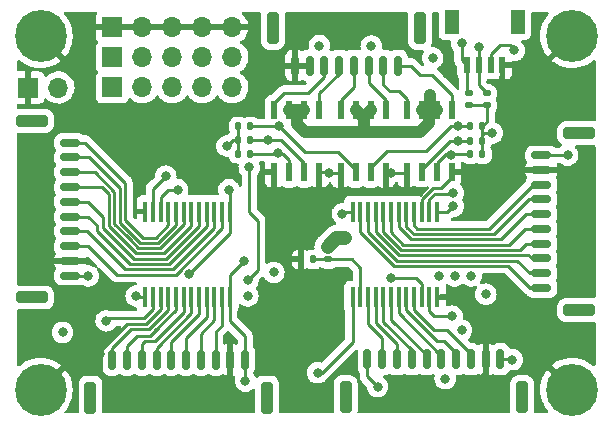
<source format=gbr>
%TF.GenerationSoftware,KiCad,Pcbnew,(6.0.0-0)*%
%TF.CreationDate,2022-04-22T00:51:05+02:00*%
%TF.ProjectId,ProtoBoard,50726f74-6f42-46f6-9172-642e6b696361,rev?*%
%TF.SameCoordinates,Original*%
%TF.FileFunction,Copper,L1,Top*%
%TF.FilePolarity,Positive*%
%FSLAX46Y46*%
G04 Gerber Fmt 4.6, Leading zero omitted, Abs format (unit mm)*
G04 Created by KiCad (PCBNEW (6.0.0-0)) date 2022-04-22 00:51:05*
%MOMM*%
%LPD*%
G01*
G04 APERTURE LIST*
G04 Aperture macros list*
%AMRoundRect*
0 Rectangle with rounded corners*
0 $1 Rounding radius*
0 $2 $3 $4 $5 $6 $7 $8 $9 X,Y pos of 4 corners*
0 Add a 4 corners polygon primitive as box body*
4,1,4,$2,$3,$4,$5,$6,$7,$8,$9,$2,$3,0*
0 Add four circle primitives for the rounded corners*
1,1,$1+$1,$2,$3*
1,1,$1+$1,$4,$5*
1,1,$1+$1,$6,$7*
1,1,$1+$1,$8,$9*
0 Add four rect primitives between the rounded corners*
20,1,$1+$1,$2,$3,$4,$5,0*
20,1,$1+$1,$4,$5,$6,$7,0*
20,1,$1+$1,$6,$7,$8,$9,0*
20,1,$1+$1,$8,$9,$2,$3,0*%
G04 Aperture macros list end*
%TA.AperFunction,SMDPad,CuDef*%
%ADD10RoundRect,0.150000X-0.150000X-0.700000X0.150000X-0.700000X0.150000X0.700000X-0.150000X0.700000X0*%
%TD*%
%TA.AperFunction,SMDPad,CuDef*%
%ADD11RoundRect,0.250000X-0.250000X-1.100000X0.250000X-1.100000X0.250000X1.100000X-0.250000X1.100000X0*%
%TD*%
%TA.AperFunction,ComponentPad*%
%ADD12R,1.700000X1.700000*%
%TD*%
%TA.AperFunction,ComponentPad*%
%ADD13O,1.700000X1.700000*%
%TD*%
%TA.AperFunction,SMDPad,CuDef*%
%ADD14RoundRect,0.070692X-0.223858X0.719308X-0.223858X-0.719308X0.223858X-0.719308X0.223858X0.719308X0*%
%TD*%
%TA.AperFunction,SMDPad,CuDef*%
%ADD15RoundRect,0.135000X-0.135000X-0.185000X0.135000X-0.185000X0.135000X0.185000X-0.135000X0.185000X0*%
%TD*%
%TA.AperFunction,SMDPad,CuDef*%
%ADD16RoundRect,0.150000X-0.700000X0.150000X-0.700000X-0.150000X0.700000X-0.150000X0.700000X0.150000X0*%
%TD*%
%TA.AperFunction,SMDPad,CuDef*%
%ADD17RoundRect,0.250000X-1.100000X0.250000X-1.100000X-0.250000X1.100000X-0.250000X1.100000X0.250000X0*%
%TD*%
%TA.AperFunction,SMDPad,CuDef*%
%ADD18RoundRect,0.135000X0.135000X0.185000X-0.135000X0.185000X-0.135000X-0.185000X0.135000X-0.185000X0*%
%TD*%
%TA.AperFunction,SMDPad,CuDef*%
%ADD19RoundRect,0.135000X-0.185000X0.135000X-0.185000X-0.135000X0.185000X-0.135000X0.185000X0.135000X0*%
%TD*%
%TA.AperFunction,SMDPad,CuDef*%
%ADD20R,0.450000X1.750000*%
%TD*%
%TA.AperFunction,ComponentPad*%
%ADD21C,4.400000*%
%TD*%
%TA.AperFunction,SMDPad,CuDef*%
%ADD22RoundRect,0.150000X0.150000X0.700000X-0.150000X0.700000X-0.150000X-0.700000X0.150000X-0.700000X0*%
%TD*%
%TA.AperFunction,SMDPad,CuDef*%
%ADD23RoundRect,0.250000X0.250000X1.100000X-0.250000X1.100000X-0.250000X-1.100000X0.250000X-1.100000X0*%
%TD*%
%TA.AperFunction,SMDPad,CuDef*%
%ADD24RoundRect,0.150000X0.700000X-0.150000X0.700000X0.150000X-0.700000X0.150000X-0.700000X-0.150000X0*%
%TD*%
%TA.AperFunction,SMDPad,CuDef*%
%ADD25RoundRect,0.250000X1.100000X-0.250000X1.100000X0.250000X-1.100000X0.250000X-1.100000X-0.250000X0*%
%TD*%
%TA.AperFunction,SMDPad,CuDef*%
%ADD26RoundRect,0.135000X0.185000X-0.135000X0.185000X0.135000X-0.185000X0.135000X-0.185000X-0.135000X0*%
%TD*%
%TA.AperFunction,SMDPad,CuDef*%
%ADD27R,0.599440X1.348740*%
%TD*%
%TA.AperFunction,SMDPad,CuDef*%
%ADD28R,1.198880X1.998980*%
%TD*%
%TA.AperFunction,ViaPad*%
%ADD29C,0.800000*%
%TD*%
%TA.AperFunction,Conductor*%
%ADD30C,0.250000*%
%TD*%
%TA.AperFunction,Conductor*%
%ADD31C,1.200000*%
%TD*%
%TA.AperFunction,Conductor*%
%ADD32C,1.000000*%
%TD*%
G04 APERTURE END LIST*
D10*
%TO.P,J7,1,Pin_1*%
%TO.N,/CH16*%
X66075000Y-89950000D03*
%TO.P,J7,2,Pin_2*%
%TO.N,/CH15*%
X67325000Y-89950000D03*
%TO.P,J7,3,Pin_3*%
%TO.N,/CH14*%
X68575000Y-89950000D03*
%TO.P,J7,4,Pin_4*%
%TO.N,/CH13*%
X69825000Y-89950000D03*
%TO.P,J7,5,Pin_5*%
%TO.N,/CH12*%
X71075000Y-89950000D03*
%TO.P,J7,6,Pin_6*%
%TO.N,/CH11*%
X72325000Y-89950000D03*
%TO.P,J7,7,Pin_7*%
%TO.N,/CH10*%
X73575000Y-89950000D03*
%TO.P,J7,8,Pin_8*%
%TO.N,/CH9*%
X74825000Y-89950000D03*
%TO.P,J7,9,Pin_9*%
%TO.N,GND*%
X76075000Y-89950000D03*
%TO.P,J7,10,Pin_10*%
%TO.N,+3V3*%
X77325000Y-89950000D03*
D11*
%TO.P,J7,MP*%
%TO.N,N/C*%
X64225000Y-93150000D03*
X79175000Y-93150000D03*
%TD*%
D12*
%TO.P,J8,1,Pin_1*%
%TO.N,/Servo1*%
X66075000Y-66880000D03*
D13*
%TO.P,J8,2,Pin_2*%
%TO.N,/Servo2*%
X68615000Y-66880000D03*
%TO.P,J8,3,Pin_3*%
%TO.N,/Servo3*%
X71155000Y-66880000D03*
%TO.P,J8,4,Pin_4*%
%TO.N,/Servo4*%
X73695000Y-66880000D03*
%TO.P,J8,5,Pin_5*%
%TO.N,/Servo5*%
X76235000Y-66880000D03*
%TD*%
D14*
%TO.P,IC3,1,OA*%
%TO.N,/M1+*%
X94805000Y-68775400D03*
%TO.P,IC3,2,VCC*%
%TO.N,/POWER4*%
X93535000Y-68775400D03*
%TO.P,IC3,3,VCC1*%
X92265000Y-68775400D03*
%TO.P,IC3,4,OB*%
%TO.N,/M2+*%
X90995000Y-68775400D03*
%TO.P,IC3,5,GND1*%
%TO.N,GND*%
X90995000Y-74024600D03*
%TO.P,IC3,6,IA*%
%TO.N,/LRA2*%
X92265000Y-74024600D03*
%TO.P,IC3,7,IB*%
%TO.N,/LRA1*%
X93535000Y-74024600D03*
%TO.P,IC3,8,GND*%
%TO.N,GND*%
X94805000Y-74024600D03*
%TD*%
D15*
%TO.P,R5,1*%
%TO.N,/LRA1*%
X96390000Y-72550000D03*
%TO.P,R5,2*%
%TO.N,+3V3*%
X97410000Y-72550000D03*
%TD*%
D16*
%TO.P,J9,1,Pin_1*%
%TO.N,/CH1*%
X62500000Y-71575000D03*
%TO.P,J9,2,Pin_2*%
%TO.N,/CH2*%
X62500000Y-72825000D03*
%TO.P,J9,3,Pin_3*%
%TO.N,/CH3*%
X62500000Y-74075000D03*
%TO.P,J9,4,Pin_4*%
%TO.N,/CH4*%
X62500000Y-75325000D03*
%TO.P,J9,5,Pin_5*%
%TO.N,/CH5*%
X62500000Y-76575000D03*
%TO.P,J9,6,Pin_6*%
%TO.N,/CH6*%
X62500000Y-77825000D03*
%TO.P,J9,7,Pin_7*%
%TO.N,/CH7*%
X62500000Y-79075000D03*
%TO.P,J9,8,Pin_8*%
%TO.N,/CH8*%
X62500000Y-80325000D03*
%TO.P,J9,9,Pin_9*%
%TO.N,GND*%
X62500000Y-81575000D03*
%TO.P,J9,10,Pin_10*%
%TO.N,+3V3*%
X62500000Y-82825000D03*
D17*
%TO.P,J9,MP*%
%TO.N,N/C*%
X59300000Y-69725000D03*
X59300000Y-84675000D03*
%TD*%
D14*
%TO.P,IC2,1,OA*%
%TO.N,/M3+*%
X89205000Y-68825400D03*
%TO.P,IC2,2,VCC*%
%TO.N,/POWER4*%
X87935000Y-68825400D03*
%TO.P,IC2,3,VCC1*%
X86665000Y-68825400D03*
%TO.P,IC2,4,OB*%
%TO.N,/M4+*%
X85395000Y-68825400D03*
%TO.P,IC2,5,GND1*%
%TO.N,GND*%
X85395000Y-74074600D03*
%TO.P,IC2,6,IA*%
%TO.N,/LRA4*%
X86665000Y-74074600D03*
%TO.P,IC2,7,IB*%
%TO.N,/LRA3*%
X87935000Y-74074600D03*
%TO.P,IC2,8,GND*%
%TO.N,GND*%
X89205000Y-74074600D03*
%TD*%
D15*
%TO.P,R15,1*%
%TO.N,/LRA2*%
X96390000Y-71400000D03*
%TO.P,R15,2*%
%TO.N,+3V3*%
X97410000Y-71400000D03*
%TD*%
D18*
%TO.P,R4,1*%
%TO.N,/LRA4*%
X77760000Y-70200000D03*
%TO.P,R4,2*%
%TO.N,+3V3*%
X76740000Y-70200000D03*
%TD*%
D10*
%TO.P,J4,1,Pin_1*%
%TO.N,/RGB*%
X87675000Y-89900000D03*
%TO.P,J4,2,Pin_2*%
%TO.N,/ButA*%
X88925000Y-89900000D03*
%TO.P,J4,3,Pin_3*%
%TO.N,/Menu*%
X90175000Y-89900000D03*
%TO.P,J4,4,Pin_4*%
%TO.N,/ButB*%
X91425000Y-89900000D03*
%TO.P,J4,5,Pin_5*%
%TO.N,/ButC*%
X92675000Y-89900000D03*
%TO.P,J4,6,Pin_6*%
%TO.N,/ButJ*%
X93925000Y-89900000D03*
%TO.P,J4,7,Pin_7*%
%TO.N,/JoyY*%
X95175000Y-89900000D03*
%TO.P,J4,8,Pin_8*%
%TO.N,/JoyX*%
X96425000Y-89900000D03*
%TO.P,J4,9,Pin_9*%
%TO.N,GND*%
X97675000Y-89900000D03*
%TO.P,J4,10,Pin_10*%
%TO.N,+3V3*%
X98925000Y-89900000D03*
D11*
%TO.P,J4,MP*%
%TO.N,N/C*%
X85825000Y-93100000D03*
X100775000Y-93100000D03*
%TD*%
D19*
%TO.P,R6,1*%
%TO.N,/I2C_SDA*%
X97800000Y-67400000D03*
%TO.P,R6,2*%
%TO.N,+3V3*%
X97800000Y-68420000D03*
%TD*%
D12*
%TO.P,J1,1,Pin_1*%
%TO.N,GND*%
X58975000Y-66900000D03*
D13*
%TO.P,J1,2,Pin_2*%
%TO.N,+BATT*%
X61515000Y-66900000D03*
%TD*%
D20*
%TO.P,U4,1,COM*%
%TO.N,/COM2*%
X86425000Y-84650000D03*
%TO.P,U4,2,I7*%
%TO.N,Net-(R13-Pad1)*%
X87075000Y-84650000D03*
%TO.P,U4,3,I6*%
%TO.N,/ButA*%
X87725000Y-84650000D03*
%TO.P,U4,4,I5*%
%TO.N,/Menu*%
X88375000Y-84650000D03*
%TO.P,U4,5,I4*%
%TO.N,/ButB*%
X89025000Y-84650000D03*
%TO.P,U4,6,I3*%
%TO.N,/ButC*%
X89675000Y-84650000D03*
%TO.P,U4,7,I2*%
%TO.N,/ButJ*%
X90325000Y-84650000D03*
%TO.P,U4,8,I1*%
%TO.N,/JoyY*%
X90975000Y-84650000D03*
%TO.P,U4,9,I0*%
%TO.N,/JoyX*%
X91625000Y-84650000D03*
%TO.P,U4,10,S0*%
%TO.N,/SEL1*%
X92275000Y-84650000D03*
%TO.P,U4,11,S1*%
%TO.N,/SEL2*%
X92925000Y-84650000D03*
%TO.P,U4,12,GND*%
%TO.N,GND*%
X93575000Y-84650000D03*
%TO.P,U4,13,S3*%
%TO.N,/SEL4*%
X93575000Y-77450000D03*
%TO.P,U4,14,S2*%
%TO.N,/SEL3*%
X92925000Y-77450000D03*
%TO.P,U4,15,~{E}*%
%TO.N,GND*%
X92275000Y-77450000D03*
%TO.P,U4,16,I15*%
%TO.N,/CH24*%
X91625000Y-77450000D03*
%TO.P,U4,17,I14*%
%TO.N,/CH23*%
X90975000Y-77450000D03*
%TO.P,U4,18,I13*%
%TO.N,/CH22*%
X90325000Y-77450000D03*
%TO.P,U4,19,I12*%
%TO.N,/CH21*%
X89675000Y-77450000D03*
%TO.P,U4,20,I11*%
%TO.N,/CH20*%
X89025000Y-77450000D03*
%TO.P,U4,21,I10*%
%TO.N,/CH19*%
X88375000Y-77450000D03*
%TO.P,U4,22,I9*%
%TO.N,/CH18*%
X87725000Y-77450000D03*
%TO.P,U4,23,I8*%
%TO.N,/CH17*%
X87075000Y-77450000D03*
%TO.P,U4,24,VCC*%
%TO.N,+3V3*%
X86425000Y-77450000D03*
%TD*%
D15*
%TO.P,R3,1*%
%TO.N,/LRA3*%
X96390000Y-70200000D03*
%TO.P,R3,2*%
%TO.N,+3V3*%
X97410000Y-70200000D03*
%TD*%
D21*
%TO.P,H1,1,1*%
%TO.N,GND*%
X60000000Y-62550000D03*
%TD*%
D12*
%TO.P,J6,1,Pin_1*%
%TO.N,/POWER2*%
X66075000Y-64340000D03*
D13*
%TO.P,J6,2,Pin_2*%
X68615000Y-64340000D03*
%TO.P,J6,3,Pin_3*%
%TO.N,/POWER3*%
X71155000Y-64340000D03*
%TO.P,J6,4,Pin_4*%
%TO.N,/POWER1*%
X73695000Y-64340000D03*
%TO.P,J6,5,Pin_5*%
X76235000Y-64340000D03*
%TD*%
D12*
%TO.P,J5,1,Pin_1*%
%TO.N,GND*%
X66075000Y-61800000D03*
D13*
%TO.P,J5,2,Pin_2*%
X68615000Y-61800000D03*
%TO.P,J5,3,Pin_3*%
X71155000Y-61800000D03*
%TO.P,J5,4,Pin_4*%
X73695000Y-61800000D03*
%TO.P,J5,5,Pin_5*%
X76235000Y-61800000D03*
%TD*%
D18*
%TO.P,R2,1*%
%TO.N,/LRA6*%
X77760000Y-72500000D03*
%TO.P,R2,2*%
%TO.N,+3V3*%
X76740000Y-72500000D03*
%TD*%
D19*
%TO.P,R7,1*%
%TO.N,/I2C_SCL*%
X96250000Y-67390000D03*
%TO.P,R7,2*%
%TO.N,+3V3*%
X96250000Y-68410000D03*
%TD*%
D21*
%TO.P,H4,1,1*%
%TO.N,GND*%
X60000000Y-92500000D03*
%TD*%
D22*
%TO.P,J2,1,Pin_1*%
%TO.N,/M1+*%
X90275000Y-65050000D03*
%TO.P,J2,2,Pin_2*%
%TO.N,/M2+*%
X89025000Y-65050000D03*
%TO.P,J2,3,Pin_3*%
%TO.N,/M3+*%
X87775000Y-65050000D03*
%TO.P,J2,4,Pin_4*%
%TO.N,/M4+*%
X86525000Y-65050000D03*
%TO.P,J2,5,Pin_5*%
%TO.N,/M5+*%
X85275000Y-65050000D03*
%TO.P,J2,6,Pin_6*%
%TO.N,/M6+*%
X84025000Y-65050000D03*
%TO.P,J2,7,Pin_7*%
%TO.N,GND*%
X82775000Y-65050000D03*
%TO.P,J2,8,Pin_8*%
X81525000Y-65050000D03*
D23*
%TO.P,J2,MP*%
%TO.N,N/C*%
X92125000Y-61850000D03*
X79675000Y-61850000D03*
%TD*%
D24*
%TO.P,J11,1,Pin_1*%
%TO.N,/CH17*%
X102400000Y-83875000D03*
%TO.P,J11,2,Pin_2*%
%TO.N,/CH18*%
X102400000Y-82625000D03*
%TO.P,J11,3,Pin_3*%
%TO.N,/CH19*%
X102400000Y-81375000D03*
%TO.P,J11,4,Pin_4*%
%TO.N,/CH20*%
X102400000Y-80125000D03*
%TO.P,J11,5,Pin_5*%
%TO.N,/CH21*%
X102400000Y-78875000D03*
%TO.P,J11,6,Pin_6*%
%TO.N,/CH22*%
X102400000Y-77625000D03*
%TO.P,J11,7,Pin_7*%
%TO.N,/CH23*%
X102400000Y-76375000D03*
%TO.P,J11,8,Pin_8*%
%TO.N,/CH24*%
X102400000Y-75125000D03*
%TO.P,J11,9,Pin_9*%
%TO.N,GND*%
X102400000Y-73875000D03*
%TO.P,J11,10,Pin_10*%
%TO.N,+3V3*%
X102400000Y-72625000D03*
D25*
%TO.P,J11,MP*%
%TO.N,N/C*%
X105600000Y-70775000D03*
X105600000Y-85725000D03*
%TD*%
D26*
%TO.P,R14,1*%
%TO.N,Net-(R13-Pad1)*%
X84350000Y-81460000D03*
%TO.P,R14,2*%
%TO.N,+BATT*%
X84350000Y-80440000D03*
%TD*%
D14*
%TO.P,IC1,1,OA*%
%TO.N,/M5+*%
X83595000Y-68825400D03*
%TO.P,IC1,2,VCC*%
%TO.N,/POWER4*%
X82325000Y-68825400D03*
%TO.P,IC1,3,VCC1*%
X81055000Y-68825400D03*
%TO.P,IC1,4,OB*%
%TO.N,/M6+*%
X79785000Y-68825400D03*
%TO.P,IC1,5,GND1*%
%TO.N,GND*%
X79785000Y-74074600D03*
%TO.P,IC1,6,IA*%
%TO.N,/LRA6*%
X81055000Y-74074600D03*
%TO.P,IC1,7,IB*%
%TO.N,/LRA5*%
X82325000Y-74074600D03*
%TO.P,IC1,8,GND*%
%TO.N,GND*%
X83595000Y-74074600D03*
%TD*%
D18*
%TO.P,R1,1*%
%TO.N,/LRA5*%
X77760000Y-71350000D03*
%TO.P,R1,2*%
%TO.N,+3V3*%
X76740000Y-71350000D03*
%TD*%
D20*
%TO.P,U2,1,COM*%
%TO.N,/COM1*%
X76025000Y-77400000D03*
%TO.P,U2,2,I7*%
%TO.N,/CH8*%
X75375000Y-77400000D03*
%TO.P,U2,3,I6*%
%TO.N,/CH7*%
X74725000Y-77400000D03*
%TO.P,U2,4,I5*%
%TO.N,/CH6*%
X74075000Y-77400000D03*
%TO.P,U2,5,I4*%
%TO.N,/CH5*%
X73425000Y-77400000D03*
%TO.P,U2,6,I3*%
%TO.N,/CH4*%
X72775000Y-77400000D03*
%TO.P,U2,7,I2*%
%TO.N,/CH3*%
X72125000Y-77400000D03*
%TO.P,U2,8,I1*%
%TO.N,/CH2*%
X71475000Y-77400000D03*
%TO.P,U2,9,I0*%
%TO.N,/CH1*%
X70825000Y-77400000D03*
%TO.P,U2,10,S0*%
%TO.N,/SEL1*%
X70175000Y-77400000D03*
%TO.P,U2,11,S1*%
%TO.N,/SEL2*%
X69525000Y-77400000D03*
%TO.P,U2,12,GND*%
%TO.N,GND*%
X68875000Y-77400000D03*
%TO.P,U2,13,S3*%
%TO.N,/SEL4*%
X68875000Y-84600000D03*
%TO.P,U2,14,S2*%
%TO.N,/SEL3*%
X69525000Y-84600000D03*
%TO.P,U2,15,~{E}*%
%TO.N,GND*%
X70175000Y-84600000D03*
%TO.P,U2,16,I15*%
%TO.N,/CH16*%
X70825000Y-84600000D03*
%TO.P,U2,17,I14*%
%TO.N,/CH15*%
X71475000Y-84600000D03*
%TO.P,U2,18,I13*%
%TO.N,/CH14*%
X72125000Y-84600000D03*
%TO.P,U2,19,I12*%
%TO.N,/CH13*%
X72775000Y-84600000D03*
%TO.P,U2,20,I11*%
%TO.N,/CH12*%
X73425000Y-84600000D03*
%TO.P,U2,21,I10*%
%TO.N,/CH11*%
X74075000Y-84600000D03*
%TO.P,U2,22,I9*%
%TO.N,/CH10*%
X74725000Y-84600000D03*
%TO.P,U2,23,I8*%
%TO.N,/CH9*%
X75375000Y-84600000D03*
%TO.P,U2,24,VCC*%
%TO.N,+3V3*%
X76025000Y-84600000D03*
%TD*%
D18*
%TO.P,R13,1*%
%TO.N,Net-(R13-Pad1)*%
X83060000Y-81450000D03*
%TO.P,R13,2*%
%TO.N,GND*%
X82040000Y-81450000D03*
%TD*%
D21*
%TO.P,H3,1,1*%
%TO.N,GND*%
X105000000Y-62550000D03*
%TD*%
D27*
%TO.P,J3,1,GND*%
%TO.N,GND*%
X99098600Y-65026300D03*
%TO.P,J3,2,VCC*%
%TO.N,+3V3*%
X98097840Y-65026300D03*
%TO.P,J3,3,SDA*%
%TO.N,/I2C_SDA*%
X97102160Y-65026300D03*
%TO.P,J3,4,SCL*%
%TO.N,/I2C_SCL*%
X96101400Y-65026300D03*
D28*
%TO.P,J3,NC1*%
%TO.N,N/C*%
X94800920Y-61353460D03*
%TO.P,J3,NC2*%
X100399080Y-61353460D03*
%TD*%
D21*
%TO.P,H2,1,1*%
%TO.N,GND*%
X105000000Y-92500000D03*
%TD*%
D29*
%TO.N,GND*%
X79450000Y-77750000D03*
X89700200Y-74100000D03*
X97650000Y-91450000D03*
X65000000Y-89450000D03*
X94400000Y-65750000D03*
X84450000Y-74100000D03*
%TO.N,+3V3*%
X64025500Y-82850000D03*
X104625000Y-72625000D03*
X77184800Y-81615200D03*
X75782500Y-71850000D03*
X100101000Y-63748700D03*
X77350000Y-91750000D03*
X85550000Y-77594502D03*
X99950000Y-89950000D03*
X98250000Y-70750000D03*
%TO.N,+BATT*%
X61860000Y-87630000D03*
X85750000Y-79650000D03*
X97700000Y-84400000D03*
%TO.N,/RGB*%
X88535000Y-92235000D03*
%TO.N,/I2C_SDA*%
X95650000Y-87450000D03*
X97100000Y-63451400D03*
%TO.N,/I2C_SCL*%
X95650000Y-63150000D03*
X94250000Y-91550000D03*
%TO.N,/POWER3*%
X88000000Y-63400000D03*
%TO.N,/POWER2*%
X83600000Y-63350000D03*
%TO.N,/POWER1*%
X93200000Y-64400000D03*
%TO.N,/POWER4*%
X92950000Y-67550000D03*
%TO.N,/COM1*%
X75950000Y-75550000D03*
X72562299Y-82662299D03*
%TO.N,/COM2*%
X83450000Y-91050000D03*
%TO.N,/SEL3*%
X94950000Y-75850000D03*
X77550000Y-84550000D03*
X65550000Y-86650000D03*
%TO.N,/SEL4*%
X77670300Y-73659400D03*
X94950000Y-76950000D03*
X77550000Y-83200000D03*
X68089502Y-84550000D03*
%TO.N,/SEL2*%
X70600000Y-74400000D03*
X94850000Y-86250000D03*
X79750000Y-82550000D03*
%TO.N,/SEL1*%
X71600000Y-75550000D03*
X89700000Y-83050000D03*
%TO.N,/LRA6*%
X80112299Y-72487701D03*
%TO.N,/LRA5*%
X79250000Y-71350000D03*
%TO.N,/LRA4*%
X80200000Y-70200000D03*
%TO.N,/LRA3*%
X95300000Y-70200000D03*
X96450000Y-82850000D03*
%TO.N,/LRA2*%
X95300000Y-71400000D03*
X95050000Y-82850000D03*
%TO.N,/LRA1*%
X93750000Y-82850000D03*
X94789400Y-72611400D03*
%TD*%
D30*
%TO.N,GND*%
X70175000Y-84600000D02*
X70175000Y-85675000D01*
X92275000Y-76325000D02*
X93200000Y-75400000D01*
X84450000Y-74100000D02*
X85369600Y-74100000D01*
X89700200Y-74100000D02*
X90919600Y-74100000D01*
X97650000Y-89925000D02*
X97675000Y-89900000D01*
X94805000Y-74495000D02*
X94805000Y-74024600D01*
X90919600Y-74100000D02*
X90995000Y-74024600D01*
X79785000Y-77415000D02*
X79450000Y-77750000D01*
X68950479Y-86899520D02*
X67300480Y-86899520D01*
X97650000Y-91450000D02*
X97650000Y-89925000D01*
X89205000Y-74074600D02*
X89674800Y-74074600D01*
X92275000Y-77450000D02*
X92275000Y-76325000D01*
X83595000Y-74074600D02*
X84424600Y-74074600D01*
X70175000Y-85675000D02*
X68950479Y-86899520D01*
X85369600Y-74100000D02*
X85395000Y-74074600D01*
X93200000Y-75400000D02*
X93900000Y-75400000D01*
X65000000Y-89200000D02*
X65000000Y-89450000D01*
X93900000Y-75400000D02*
X94805000Y-74495000D01*
X84424600Y-74074600D02*
X84450000Y-74100000D01*
X67300480Y-86899520D02*
X65000000Y-89200000D01*
X79785000Y-74074600D02*
X79785000Y-77415000D01*
X89674800Y-74074600D02*
X89700200Y-74100000D01*
%TO.N,+3V3*%
X64025500Y-82850000D02*
X62525000Y-82850000D01*
X97410000Y-72550000D02*
X97410000Y-71400000D01*
X85694502Y-77450000D02*
X85550000Y-77594502D01*
X99750000Y-63300000D02*
X100101000Y-63651300D01*
X99900000Y-89900000D02*
X99950000Y-89950000D01*
X98097800Y-65026300D02*
X98097800Y-64101900D01*
X102422700Y-72625000D02*
X104625000Y-72625000D01*
X97800000Y-69810000D02*
X97410000Y-70200000D01*
X96250000Y-68410000D02*
X96890000Y-68410000D01*
X76740000Y-70200000D02*
X76740000Y-71350000D01*
X100101000Y-63651300D02*
X100101000Y-63748700D01*
X97400000Y-68410000D02*
X97410000Y-68420000D01*
X98925000Y-89900000D02*
X99900000Y-89900000D01*
X86425000Y-77450000D02*
X85694502Y-77450000D01*
X97570000Y-70750000D02*
X97410000Y-70910000D01*
X97800000Y-68420000D02*
X97800000Y-69810000D01*
X97410000Y-70910000D02*
X97410000Y-71400000D01*
X77325000Y-89950000D02*
X77325000Y-87975000D01*
X76282500Y-71350000D02*
X75782500Y-71850000D01*
X77350000Y-89975000D02*
X77325000Y-89950000D01*
X76740000Y-71350000D02*
X76740000Y-72500000D01*
X76025000Y-86675000D02*
X77325000Y-87975000D01*
X77350000Y-91750000D02*
X77350000Y-89975000D01*
X98899800Y-63300000D02*
X99750000Y-63300000D01*
X97410000Y-70200000D02*
X97410000Y-70910000D01*
X98250000Y-70750000D02*
X97570000Y-70750000D01*
X76025000Y-84600000D02*
X76025000Y-82775000D01*
X97410000Y-68420000D02*
X97800000Y-68420000D01*
X76025000Y-82775000D02*
X77184800Y-81615200D01*
X76025000Y-84600000D02*
X76025000Y-86675000D01*
X62525000Y-82850000D02*
X62500000Y-82825000D01*
X98097800Y-64101900D02*
X98899800Y-63300000D01*
X96890000Y-68410000D02*
X97400000Y-68410000D01*
X76740000Y-71350000D02*
X76282500Y-71350000D01*
D31*
%TO.N,+BATT*%
X85041000Y-79650000D02*
X84300500Y-80390500D01*
X84300500Y-80390500D02*
X84350000Y-80390500D01*
X85750000Y-79650000D02*
X85041000Y-79650000D01*
D30*
%TO.N,/M5+*%
X85275000Y-65050000D02*
X85275000Y-65725000D01*
X83595000Y-67405000D02*
X83595000Y-68825400D01*
X85275000Y-65725000D02*
X83595000Y-67405000D01*
%TO.N,/M6+*%
X82650000Y-67350000D02*
X84025000Y-65975000D01*
X79785000Y-68215000D02*
X80650000Y-67350000D01*
X79785000Y-68825400D02*
X79785000Y-68215000D01*
X80650000Y-67350000D02*
X82650000Y-67350000D01*
X84025000Y-65975000D02*
X84025000Y-65050000D01*
%TO.N,/M3+*%
X89205000Y-67955000D02*
X87775000Y-66525000D01*
X89205000Y-68825400D02*
X89205000Y-67955000D01*
X87775000Y-66525000D02*
X87775000Y-65050000D01*
%TO.N,/RGB*%
X87650000Y-91350000D02*
X88535000Y-92235000D01*
X87650000Y-89925000D02*
X87675000Y-89900000D01*
X87650000Y-91350000D02*
X87650000Y-89925000D01*
%TO.N,/M4+*%
X86525000Y-66865000D02*
X85395000Y-67995000D01*
X85395000Y-67995000D02*
X85395000Y-68825400D01*
X86525000Y-65050000D02*
X86525000Y-66865000D01*
%TO.N,/M1+*%
X92150000Y-65850000D02*
X93150000Y-65850000D01*
X90275000Y-65050000D02*
X91350000Y-65050000D01*
X93150000Y-65850000D02*
X94805000Y-67505000D01*
X91350000Y-65050000D02*
X92150000Y-65850000D01*
X94805000Y-67505000D02*
X94805000Y-68775400D01*
%TO.N,/I2C_SDA*%
X97102200Y-63453600D02*
X97100000Y-63451400D01*
X97102200Y-65026300D02*
X97102200Y-63453600D01*
X97102200Y-66702200D02*
X97800000Y-67400000D01*
X97102200Y-65026300D02*
X97102200Y-66702200D01*
%TO.N,/I2C_SCL*%
X96101400Y-65026300D02*
X96101400Y-67241400D01*
X96101400Y-67241400D02*
X96250000Y-67390000D01*
X95650000Y-64574900D02*
X96101400Y-65026300D01*
X95650000Y-63150000D02*
X95650000Y-64574900D01*
%TO.N,/ButA*%
X88925000Y-88125000D02*
X88925000Y-89900000D01*
X87725000Y-86925000D02*
X88925000Y-88125000D01*
X87725000Y-84650000D02*
X87725000Y-86925000D01*
%TO.N,/ButB*%
X89025000Y-86725000D02*
X91425000Y-89125000D01*
X91425000Y-89125000D02*
X91425000Y-89900000D01*
X89025000Y-84650000D02*
X89025000Y-86725000D01*
%TO.N,/Menu*%
X90175000Y-88625000D02*
X90175000Y-89900000D01*
X88375000Y-86825000D02*
X90175000Y-88625000D01*
X88375000Y-84650000D02*
X88375000Y-86825000D01*
%TO.N,/ButJ*%
X93925000Y-89900000D02*
X93925000Y-89628900D01*
X93925000Y-89628900D02*
X90325000Y-86028900D01*
X90325000Y-86028900D02*
X90325000Y-84650000D01*
%TO.N,/ButC*%
X92675000Y-89575000D02*
X89675000Y-86575000D01*
X89675000Y-86575000D02*
X89675000Y-84650000D01*
X92675000Y-89900000D02*
X92675000Y-89575000D01*
%TO.N,/JoyX*%
X93300000Y-87450000D02*
X94450000Y-87450000D01*
X91625000Y-85775000D02*
X93300000Y-87450000D01*
X96425000Y-89425000D02*
X96425000Y-89900000D01*
X91625000Y-84650000D02*
X91625000Y-85775000D01*
X94450000Y-87450000D02*
X96425000Y-89425000D01*
%TO.N,/JoyY*%
X90975000Y-85775000D02*
X90975000Y-84650000D01*
X95175000Y-89900000D02*
X95175000Y-89375000D01*
X93550000Y-88350000D02*
X90975000Y-85775000D01*
X95175000Y-89375000D02*
X94150000Y-88350000D01*
X94150000Y-88350000D02*
X93550000Y-88350000D01*
%TO.N,/CH1*%
X67892906Y-78850000D02*
X68644346Y-79601440D01*
X63775000Y-71575000D02*
X67150000Y-74950000D01*
X67150000Y-78107100D02*
X67892900Y-78850000D01*
X62500000Y-71575000D02*
X63775000Y-71575000D01*
X67150000Y-74950000D02*
X67150000Y-78107100D01*
X67892900Y-78850000D02*
X67892906Y-78850000D01*
X70825000Y-78525000D02*
X70825000Y-77400000D01*
X69748560Y-79601440D02*
X70825000Y-78525000D01*
X68644346Y-79601440D02*
X69748560Y-79601440D01*
%TO.N,/CH2*%
X62500000Y-72825000D02*
X64125000Y-72825000D01*
X69934758Y-80050960D02*
X71475000Y-78510718D01*
X66700480Y-78293342D02*
X66753569Y-78346431D01*
X64125000Y-72825000D02*
X66700480Y-75400480D01*
X71475000Y-78510718D02*
X71475000Y-77400000D01*
X66700480Y-75400480D02*
X66700480Y-78293342D01*
X67753594Y-79346406D02*
X68458148Y-80050960D01*
X66753569Y-78346431D02*
X67753594Y-79346406D01*
X68458148Y-80050960D02*
X69934758Y-80050960D01*
%TO.N,/CH3*%
X68271912Y-80500480D02*
X70120956Y-80500480D01*
X67285722Y-79514278D02*
X67621432Y-79850000D01*
X67621432Y-79850000D02*
X68271912Y-80500480D01*
X66250000Y-78478580D02*
X67285699Y-79514278D01*
X62500000Y-74075000D02*
X64575000Y-74075000D01*
X70120956Y-80500480D02*
X72125000Y-78496435D01*
X72125000Y-78496435D02*
X72125000Y-77400000D01*
X67285699Y-79514278D02*
X67285722Y-79514278D01*
X66250000Y-75750000D02*
X66250000Y-78478580D01*
X64575000Y-74075000D02*
X66250000Y-75750000D01*
%TO.N,/CH4*%
X65189282Y-75325000D02*
X62500000Y-75325000D01*
X70450000Y-80950000D02*
X68085703Y-80950000D01*
X65782141Y-78646438D02*
X65782141Y-75917859D01*
X72775000Y-78625000D02*
X70450000Y-80950000D01*
X72775000Y-77400000D02*
X72775000Y-78625000D01*
X68085703Y-80950000D02*
X65782141Y-78646438D01*
X65782141Y-75917859D02*
X65189282Y-75325000D01*
%TO.N,/CH5*%
X65300000Y-78800000D02*
X67900478Y-81400480D01*
X62500000Y-76575000D02*
X63975000Y-76575000D01*
X73425000Y-78610718D02*
X73425000Y-77400000D01*
X65300000Y-77900000D02*
X65300000Y-78800000D01*
X70635237Y-81400480D02*
X73425000Y-78610718D01*
X63975000Y-76575000D02*
X65300000Y-77900000D01*
X67900478Y-81400480D02*
X70635237Y-81400480D01*
%TO.N,/CH6*%
X64775000Y-79025000D02*
X67600000Y-81850000D01*
X62500000Y-77825000D02*
X64025000Y-77825000D01*
X64775000Y-78575000D02*
X64775000Y-79025000D01*
X64025000Y-77825000D02*
X64775000Y-78575000D01*
X67600000Y-81850000D02*
X70850000Y-81850000D01*
X74075000Y-78625000D02*
X74075000Y-77400000D01*
X70850000Y-81850000D02*
X74075000Y-78625000D01*
%TO.N,/CH7*%
X66392875Y-81507125D02*
X65992900Y-81107100D01*
X74725000Y-77400000D02*
X74725000Y-78775000D01*
X67186230Y-82300480D02*
X66392875Y-81507125D01*
X74725000Y-78775000D02*
X71199520Y-82300480D01*
X63960700Y-79075000D02*
X62500000Y-79075000D01*
X71199520Y-82300480D02*
X67186230Y-82300480D01*
X66186200Y-81300500D02*
X63960700Y-79075000D01*
%TO.N,/CH8*%
X66450000Y-82750000D02*
X71450000Y-82750000D01*
X75375000Y-78825000D02*
X75375000Y-77400000D01*
X71450000Y-82750000D02*
X75375000Y-78825000D01*
X64025000Y-80325000D02*
X66450000Y-82750000D01*
X62500000Y-80325000D02*
X64025000Y-80325000D01*
%TO.N,/CH9*%
X75375000Y-84600000D02*
X75375000Y-87025000D01*
X74825000Y-89950000D02*
X74825000Y-87575000D01*
X74825000Y-87575000D02*
X75375000Y-87025000D01*
%TO.N,/CH10*%
X74725000Y-84600000D02*
X74725000Y-86625000D01*
X73575000Y-89950000D02*
X73575000Y-87775000D01*
X73575000Y-87775000D02*
X74725000Y-86625000D01*
%TO.N,/CH11*%
X74075000Y-86325000D02*
X74075000Y-84600000D01*
X72325000Y-88075000D02*
X74075000Y-86325000D01*
X72325000Y-89950000D02*
X72325000Y-88075000D01*
%TO.N,/CH12*%
X71075000Y-89950000D02*
X71075000Y-88425000D01*
X71075000Y-88425000D02*
X73425000Y-86075000D01*
X73425000Y-86075000D02*
X73425000Y-84600000D01*
%TO.N,/CH13*%
X69825000Y-89950000D02*
X69825000Y-88975000D01*
X72775000Y-86025000D02*
X72775000Y-84600000D01*
X69825000Y-88975000D02*
X72775000Y-86025000D01*
%TO.N,/CH14*%
X72125000Y-85875000D02*
X72125000Y-84600000D01*
X68850000Y-88350000D02*
X69650000Y-88350000D01*
X68575000Y-89950000D02*
X68575000Y-88625000D01*
X69650000Y-88350000D02*
X72125000Y-85875000D01*
X68575000Y-88625000D02*
X68850000Y-88350000D01*
%TO.N,/CH15*%
X71475000Y-85710700D02*
X71475000Y-84600000D01*
X67325000Y-88775000D02*
X68200000Y-87900000D01*
X69285718Y-87900000D02*
X68200000Y-87900000D01*
X69636200Y-87549500D02*
X71475000Y-85710700D01*
X67325000Y-89950000D02*
X67325000Y-88775000D01*
X70042859Y-87142859D02*
X69285718Y-87900000D01*
%TO.N,/CH16*%
X66075000Y-88925000D02*
X66075000Y-89950000D01*
X67650960Y-87349040D02*
X66075000Y-88925000D01*
X69200960Y-87349040D02*
X67650960Y-87349040D01*
X70825000Y-85725000D02*
X69200960Y-87349040D01*
X70825000Y-84600000D02*
X70825000Y-85725000D01*
%TO.N,/CH17*%
X89956652Y-81999520D02*
X87075000Y-79117868D01*
X87075000Y-79117868D02*
X87075000Y-77450000D01*
X101475000Y-83875000D02*
X99599520Y-81999520D01*
X102400000Y-83875000D02*
X101475000Y-83875000D01*
X99599520Y-81999520D02*
X89956652Y-81999520D01*
D32*
%TO.N,/POWER4*%
X92900000Y-69900000D02*
X92150000Y-70650000D01*
X87350000Y-69410400D02*
X87935000Y-68825400D01*
X87350000Y-69510400D02*
X86665000Y-68825400D01*
X87350000Y-70650000D02*
X87350000Y-69510400D01*
X92900000Y-68850000D02*
X92900000Y-69900000D01*
X87350000Y-70650000D02*
X87350000Y-69510400D01*
X87350000Y-69510400D02*
X87350000Y-69410400D01*
X81724600Y-68825400D02*
X82325000Y-68825400D01*
X81055000Y-68825400D02*
X81724600Y-68825400D01*
X81724600Y-68825400D02*
X81724600Y-69974600D01*
X81724600Y-69974600D02*
X82400000Y-70650000D01*
X82400000Y-70650000D02*
X87350000Y-70650000D01*
X92900000Y-69410400D02*
X92900000Y-68850000D01*
X87350000Y-70650000D02*
X92150000Y-70650000D01*
X92900000Y-69410400D02*
X93535000Y-68775400D01*
X92900000Y-68850000D02*
X92825400Y-68775400D01*
X92950000Y-68800000D02*
X92950000Y-67550000D01*
X92900000Y-68850000D02*
X92950000Y-68800000D01*
X92825400Y-68775400D02*
X92265000Y-68775400D01*
D30*
%TO.N,/CH18*%
X100350000Y-81550000D02*
X101425000Y-82625000D01*
X101425000Y-82625000D02*
X102400000Y-82625000D01*
X90142849Y-81550000D02*
X100350000Y-81550000D01*
X87725000Y-79132151D02*
X90142849Y-81550000D01*
X87725000Y-77450000D02*
X87725000Y-79025000D01*
X87725000Y-77450000D02*
X87725000Y-79132151D01*
%TO.N,/CH19*%
X88375000Y-77450000D02*
X88375000Y-79146434D01*
X101575000Y-81375000D02*
X102400000Y-81375000D01*
X88375000Y-79146434D02*
X90328086Y-81099520D01*
X101299520Y-81099520D02*
X101575000Y-81375000D01*
X90328086Y-81099520D02*
X101299520Y-81099520D01*
%TO.N,/CH20*%
X90514283Y-80650000D02*
X100600000Y-80650000D01*
X101125000Y-80125000D02*
X102400000Y-80125000D01*
X89025000Y-77450000D02*
X89025000Y-79160717D01*
X89025000Y-79160717D02*
X90514283Y-80650000D01*
X100600000Y-80650000D02*
X101125000Y-80125000D01*
%TO.N,/CH21*%
X98603360Y-80200480D02*
X99650000Y-80200480D01*
X98601440Y-80198560D02*
X98603360Y-80200480D01*
X100975000Y-78875480D02*
X100975000Y-78875000D01*
X89675000Y-77450000D02*
X89675000Y-79175000D01*
X100975000Y-78875000D02*
X102400000Y-78875000D01*
X99650000Y-80200480D02*
X100975000Y-78875480D01*
X89675000Y-79175000D02*
X90698560Y-80198560D01*
X90698560Y-80198560D02*
X98601440Y-80198560D01*
%TO.N,/CH22*%
X91349040Y-79749040D02*
X99000960Y-79749040D01*
X90325000Y-78725000D02*
X91349040Y-79749040D01*
X90325000Y-77450000D02*
X90325000Y-78725000D01*
X99000960Y-79749040D02*
X101125000Y-77625000D01*
X101125000Y-77625000D02*
X102400000Y-77625000D01*
%TO.N,/CH23*%
X91599520Y-79299520D02*
X98400480Y-79299520D01*
X101350000Y-76350000D02*
X102375000Y-76350000D01*
X98400480Y-79299520D02*
X101350000Y-76350000D01*
X90975000Y-78675000D02*
X91599520Y-79299520D01*
X90975000Y-77450000D02*
X90975000Y-78675000D01*
X102375000Y-76350000D02*
X102400000Y-76375000D01*
%TO.N,/CH24*%
X97950000Y-78850000D02*
X101675000Y-75125000D01*
X91625000Y-78575000D02*
X91900000Y-78850000D01*
X101675000Y-75125000D02*
X102400000Y-75125000D01*
X91625000Y-77450000D02*
X91625000Y-78575000D01*
X91900000Y-78850000D02*
X97950000Y-78850000D01*
%TO.N,Net-(R13-Pad1)*%
X87075000Y-84650000D02*
X87075000Y-82175000D01*
X87075000Y-82175000D02*
X86350000Y-81450000D01*
X83060000Y-81450000D02*
X84340000Y-81450000D01*
X86350000Y-81450000D02*
X84360000Y-81450000D01*
X84340000Y-81450000D02*
X84350000Y-81460000D01*
X84360000Y-81450000D02*
X84350000Y-81460000D01*
%TO.N,/COM1*%
X76025000Y-79199598D02*
X72562299Y-82662299D01*
X76025000Y-75625000D02*
X75950000Y-75550000D01*
X76025000Y-77400000D02*
X76025000Y-79199598D01*
X76025000Y-77400000D02*
X76025000Y-75625000D01*
%TO.N,/COM2*%
X83850000Y-91050000D02*
X86425000Y-88475000D01*
X86425000Y-88475000D02*
X86425000Y-84650000D01*
X83450000Y-91050000D02*
X83850000Y-91050000D01*
%TO.N,/M2+*%
X89025000Y-66675000D02*
X89025000Y-65050000D01*
X90995000Y-67895000D02*
X90325000Y-67225000D01*
X89575000Y-67225000D02*
X89025000Y-66675000D01*
X90995000Y-68775400D02*
X90995000Y-67895000D01*
X90325000Y-67225000D02*
X89575000Y-67225000D01*
%TO.N,/SEL3*%
X69525000Y-85689282D02*
X68764282Y-86450000D01*
X68764282Y-86450000D02*
X65750000Y-86450000D01*
X93285718Y-75950000D02*
X93750000Y-75950000D01*
X69525000Y-84600000D02*
X69525000Y-85689282D01*
X92925000Y-76310718D02*
X93267859Y-75967859D01*
X92925000Y-77450000D02*
X92925000Y-76310718D01*
X65750000Y-86450000D02*
X65550000Y-86650000D01*
X93750000Y-75950000D02*
X94850000Y-75950000D01*
X93267859Y-75967859D02*
X93285718Y-75950000D01*
X94850000Y-75950000D02*
X94950000Y-75850000D01*
%TO.N,/SEL4*%
X77670300Y-77470300D02*
X77670300Y-73659400D01*
X93575000Y-77450000D02*
X94450000Y-77450000D01*
X94450000Y-77450000D02*
X94950000Y-76950000D01*
X77550000Y-83200000D02*
X78400000Y-82350000D01*
X78400000Y-82350000D02*
X78400000Y-78200000D01*
X68875000Y-84600000D02*
X68139502Y-84600000D01*
X78400000Y-78200000D02*
X77670300Y-77470300D01*
X68139502Y-84600000D02*
X68089502Y-84550000D01*
%TO.N,/SEL2*%
X93350000Y-86250000D02*
X94850000Y-86250000D01*
X69525000Y-77400000D02*
X69525000Y-75475000D01*
X92925000Y-84650000D02*
X92925000Y-85825000D01*
X69525000Y-75475000D02*
X70600000Y-74400000D01*
X92925000Y-85825000D02*
X93350000Y-86250000D01*
%TO.N,/SEL1*%
X70175000Y-76175000D02*
X70800000Y-75550000D01*
X92275000Y-83525000D02*
X91800000Y-83050000D01*
X91800000Y-83050000D02*
X89700000Y-83050000D01*
X70800000Y-75550000D02*
X71600000Y-75550000D01*
X70175000Y-77400000D02*
X70175000Y-76175000D01*
X92275000Y-84650000D02*
X92275000Y-83525000D01*
%TO.N,/LRA6*%
X80500000Y-72500000D02*
X77760000Y-72500000D01*
X81055000Y-74074600D02*
X81055000Y-73055000D01*
X81055000Y-73055000D02*
X80500000Y-72500000D01*
%TO.N,/LRA5*%
X82325000Y-73310718D02*
X82325000Y-74074600D01*
X80364282Y-71350000D02*
X82325000Y-73310718D01*
X79250000Y-71350000D02*
X80364282Y-71350000D01*
X77760000Y-71350000D02*
X79250000Y-71350000D01*
%TO.N,/LRA4*%
X80200000Y-70200000D02*
X82400000Y-72400000D01*
X85222500Y-72400000D02*
X86665000Y-73842500D01*
X77760000Y-70200000D02*
X80200000Y-70200000D01*
X82400000Y-72400000D02*
X85222500Y-72400000D01*
X86665000Y-73842500D02*
X86665000Y-74074600D01*
%TO.N,/LRA3*%
X95300000Y-70200000D02*
X94974600Y-70200000D01*
X94974600Y-70200000D02*
X94750000Y-70200000D01*
X94750000Y-70200000D02*
X92650000Y-72300000D01*
X92650000Y-72300000D02*
X89300000Y-72300000D01*
X89300000Y-72300000D02*
X87935000Y-73665000D01*
X87935000Y-73665000D02*
X87935000Y-74074600D01*
X96390000Y-70200000D02*
X95300000Y-70200000D01*
%TO.N,/LRA2*%
X92265000Y-73792500D02*
X94657500Y-71400000D01*
X94657500Y-71400000D02*
X95300000Y-71400000D01*
X95300000Y-71400000D02*
X96390000Y-71400000D01*
%TO.N,/LRA1*%
X94728400Y-72550400D02*
X94789400Y-72611400D01*
X94299600Y-72550400D02*
X94728400Y-72550400D01*
X94300000Y-72550000D02*
X96390000Y-72550000D01*
X94299600Y-72550400D02*
X94300000Y-72550000D01*
X93535000Y-73315000D02*
X94299600Y-72550400D01*
X93535000Y-74024600D02*
X93535000Y-73315000D01*
%TD*%
%TA.AperFunction,Conductor*%
%TO.N,GND*%
G36*
X64738823Y-60528002D02*
G01*
X64785316Y-60581658D01*
X64795420Y-60651932D01*
X64781222Y-60694509D01*
X64771677Y-60711942D01*
X64726522Y-60832394D01*
X64722895Y-60847649D01*
X64717369Y-60898514D01*
X64717000Y-60905328D01*
X64717000Y-61527885D01*
X64721475Y-61543124D01*
X64722865Y-61544329D01*
X64730548Y-61546000D01*
X77553344Y-61546000D01*
X77566875Y-61542027D01*
X77568180Y-61532947D01*
X77526214Y-61365875D01*
X77522894Y-61356124D01*
X77437972Y-61160814D01*
X77433105Y-61151739D01*
X77317426Y-60972926D01*
X77311136Y-60964757D01*
X77167806Y-60807240D01*
X77160273Y-60800216D01*
X77075013Y-60732882D01*
X77033950Y-60674965D01*
X77030718Y-60604042D01*
X77066343Y-60542631D01*
X77129514Y-60510228D01*
X77153105Y-60508000D01*
X78546561Y-60508000D01*
X78614682Y-60528002D01*
X78661175Y-60581658D01*
X78671905Y-60646842D01*
X78671889Y-60647003D01*
X78666500Y-60699600D01*
X78666500Y-63000400D01*
X78666837Y-63003646D01*
X78666837Y-63003650D01*
X78672856Y-63061654D01*
X78677474Y-63106166D01*
X78679655Y-63112702D01*
X78679655Y-63112704D01*
X78710045Y-63203794D01*
X78733450Y-63273946D01*
X78826522Y-63424348D01*
X78951697Y-63549305D01*
X78957927Y-63553145D01*
X78957928Y-63553146D01*
X79095090Y-63637694D01*
X79102262Y-63642115D01*
X79160821Y-63661538D01*
X79263611Y-63695632D01*
X79263613Y-63695632D01*
X79270139Y-63697797D01*
X79276975Y-63698497D01*
X79276978Y-63698498D01*
X79320031Y-63702909D01*
X79374600Y-63708500D01*
X79975400Y-63708500D01*
X79978646Y-63708163D01*
X79978650Y-63708163D01*
X80074308Y-63698238D01*
X80074312Y-63698237D01*
X80081166Y-63697526D01*
X80087702Y-63695345D01*
X80087704Y-63695345D01*
X80219806Y-63651272D01*
X80248946Y-63641550D01*
X80399348Y-63548478D01*
X80524305Y-63423303D01*
X80528146Y-63417072D01*
X80613275Y-63278968D01*
X80613276Y-63278966D01*
X80617115Y-63272738D01*
X80644687Y-63189612D01*
X80670632Y-63111389D01*
X80670632Y-63111387D01*
X80672797Y-63104861D01*
X80675484Y-63078642D01*
X80679983Y-63034729D01*
X80683500Y-63000400D01*
X80683500Y-60699600D01*
X80678043Y-60647003D01*
X80690908Y-60577182D01*
X80739479Y-60525400D01*
X80803370Y-60508000D01*
X90996561Y-60508000D01*
X91064682Y-60528002D01*
X91111175Y-60581658D01*
X91121905Y-60646842D01*
X91121889Y-60647003D01*
X91116500Y-60699600D01*
X91116500Y-63000400D01*
X91116837Y-63003646D01*
X91116837Y-63003650D01*
X91122856Y-63061654D01*
X91127474Y-63106166D01*
X91129655Y-63112702D01*
X91129655Y-63112704D01*
X91160045Y-63203794D01*
X91183450Y-63273946D01*
X91276522Y-63424348D01*
X91401697Y-63549305D01*
X91407927Y-63553145D01*
X91407928Y-63553146D01*
X91545090Y-63637694D01*
X91552262Y-63642115D01*
X91610821Y-63661538D01*
X91713611Y-63695632D01*
X91713613Y-63695632D01*
X91720139Y-63697797D01*
X91726975Y-63698497D01*
X91726978Y-63698498D01*
X91770031Y-63702909D01*
X91824600Y-63708500D01*
X92331955Y-63708500D01*
X92400076Y-63728502D01*
X92446569Y-63782158D01*
X92456673Y-63852432D01*
X92441074Y-63897499D01*
X92365473Y-64028444D01*
X92306458Y-64210072D01*
X92305768Y-64216633D01*
X92305768Y-64216635D01*
X92287186Y-64393435D01*
X92286496Y-64400000D01*
X92287186Y-64406565D01*
X92304513Y-64571418D01*
X92306458Y-64589928D01*
X92365473Y-64771556D01*
X92368776Y-64777278D01*
X92368777Y-64777279D01*
X92430636Y-64884422D01*
X92447374Y-64953418D01*
X92424153Y-65020509D01*
X92368346Y-65064396D01*
X92297671Y-65071145D01*
X92232421Y-65036517D01*
X92128083Y-64932178D01*
X91853647Y-64657742D01*
X91846113Y-64649463D01*
X91842000Y-64642982D01*
X91792348Y-64596356D01*
X91789507Y-64593602D01*
X91769770Y-64573865D01*
X91766573Y-64571385D01*
X91757551Y-64563680D01*
X91725321Y-64533414D01*
X91718375Y-64529595D01*
X91718372Y-64529593D01*
X91707566Y-64523652D01*
X91691047Y-64512801D01*
X91684848Y-64507993D01*
X91675041Y-64500386D01*
X91667772Y-64497241D01*
X91667768Y-64497238D01*
X91634463Y-64482826D01*
X91623813Y-64477609D01*
X91585060Y-64456305D01*
X91565437Y-64451267D01*
X91546734Y-64444863D01*
X91535420Y-64439967D01*
X91535419Y-64439967D01*
X91528145Y-64436819D01*
X91520322Y-64435580D01*
X91520312Y-64435577D01*
X91484476Y-64429901D01*
X91472856Y-64427495D01*
X91437711Y-64418472D01*
X91437710Y-64418472D01*
X91430030Y-64416500D01*
X91409776Y-64416500D01*
X91390065Y-64414949D01*
X91377886Y-64413020D01*
X91370057Y-64411780D01*
X91362165Y-64412526D01*
X91326039Y-64415941D01*
X91314181Y-64416500D01*
X91209500Y-64416500D01*
X91141379Y-64396498D01*
X91094886Y-64342842D01*
X91083500Y-64290500D01*
X91083500Y-64283498D01*
X91083219Y-64279926D01*
X91081067Y-64252579D01*
X91081066Y-64252574D01*
X91080562Y-64246169D01*
X91041682Y-64112342D01*
X91036357Y-64094012D01*
X91036356Y-64094010D01*
X91034145Y-64086399D01*
X91000120Y-64028866D01*
X90953491Y-63950020D01*
X90953489Y-63950017D01*
X90949453Y-63943193D01*
X90831807Y-63825547D01*
X90824983Y-63821511D01*
X90824980Y-63821509D01*
X90695427Y-63744892D01*
X90695428Y-63744892D01*
X90688601Y-63740855D01*
X90680990Y-63738644D01*
X90680988Y-63738643D01*
X90620720Y-63721134D01*
X90528831Y-63694438D01*
X90522426Y-63693934D01*
X90522421Y-63693933D01*
X90493958Y-63691693D01*
X90493950Y-63691693D01*
X90491502Y-63691500D01*
X90058498Y-63691500D01*
X90056050Y-63691693D01*
X90056042Y-63691693D01*
X90027579Y-63693933D01*
X90027574Y-63693934D01*
X90021169Y-63694438D01*
X89929280Y-63721134D01*
X89869012Y-63738643D01*
X89869010Y-63738644D01*
X89861399Y-63740855D01*
X89718193Y-63825547D01*
X89717136Y-63823759D01*
X89661149Y-63845745D01*
X89591525Y-63831849D01*
X89581966Y-63825706D01*
X89581807Y-63825547D01*
X89438601Y-63740855D01*
X89430990Y-63738644D01*
X89430988Y-63738643D01*
X89370720Y-63721134D01*
X89278831Y-63694438D01*
X89272426Y-63693934D01*
X89272421Y-63693933D01*
X89243958Y-63691693D01*
X89243950Y-63691693D01*
X89241502Y-63691500D01*
X89022804Y-63691500D01*
X88954683Y-63671498D01*
X88908190Y-63617842D01*
X88897494Y-63552330D01*
X88912814Y-63406565D01*
X88913504Y-63400000D01*
X88907559Y-63343435D01*
X88894232Y-63216635D01*
X88894232Y-63216633D01*
X88893542Y-63210072D01*
X88834527Y-63028444D01*
X88830847Y-63022069D01*
X88762476Y-62903649D01*
X88739040Y-62863056D01*
X88721805Y-62843914D01*
X88615675Y-62726045D01*
X88615674Y-62726044D01*
X88611253Y-62721134D01*
X88512157Y-62649136D01*
X88462094Y-62612763D01*
X88462093Y-62612762D01*
X88456752Y-62608882D01*
X88450724Y-62606198D01*
X88450722Y-62606197D01*
X88288319Y-62533891D01*
X88288318Y-62533891D01*
X88282288Y-62531206D01*
X88188887Y-62511353D01*
X88101944Y-62492872D01*
X88101939Y-62492872D01*
X88095487Y-62491500D01*
X87904513Y-62491500D01*
X87898061Y-62492872D01*
X87898056Y-62492872D01*
X87811113Y-62511353D01*
X87717712Y-62531206D01*
X87711682Y-62533891D01*
X87711681Y-62533891D01*
X87549278Y-62606197D01*
X87549276Y-62606198D01*
X87543248Y-62608882D01*
X87537907Y-62612762D01*
X87537906Y-62612763D01*
X87487843Y-62649136D01*
X87388747Y-62721134D01*
X87384326Y-62726044D01*
X87384325Y-62726045D01*
X87278196Y-62843914D01*
X87260960Y-62863056D01*
X87237524Y-62903649D01*
X87169154Y-63022069D01*
X87165473Y-63028444D01*
X87106458Y-63210072D01*
X87105768Y-63216633D01*
X87105768Y-63216635D01*
X87092441Y-63343435D01*
X87086496Y-63400000D01*
X87106458Y-63589928D01*
X87108500Y-63596213D01*
X87109067Y-63598880D01*
X87103667Y-63669671D01*
X87060852Y-63726305D01*
X86994215Y-63750800D01*
X86939434Y-63741348D01*
X86938601Y-63740855D01*
X86930988Y-63738643D01*
X86930985Y-63738642D01*
X86826073Y-63708163D01*
X86778831Y-63694438D01*
X86772426Y-63693934D01*
X86772421Y-63693933D01*
X86743958Y-63691693D01*
X86743950Y-63691693D01*
X86741502Y-63691500D01*
X86308498Y-63691500D01*
X86306050Y-63691693D01*
X86306042Y-63691693D01*
X86277579Y-63693933D01*
X86277574Y-63693934D01*
X86271169Y-63694438D01*
X86179280Y-63721134D01*
X86119012Y-63738643D01*
X86119010Y-63738644D01*
X86111399Y-63740855D01*
X85968193Y-63825547D01*
X85967136Y-63823759D01*
X85911149Y-63845745D01*
X85841525Y-63831849D01*
X85831966Y-63825706D01*
X85831807Y-63825547D01*
X85688601Y-63740855D01*
X85680990Y-63738644D01*
X85680988Y-63738643D01*
X85620720Y-63721134D01*
X85528831Y-63694438D01*
X85522426Y-63693934D01*
X85522421Y-63693933D01*
X85493958Y-63691693D01*
X85493950Y-63691693D01*
X85491502Y-63691500D01*
X85058498Y-63691500D01*
X85056050Y-63691693D01*
X85056042Y-63691693D01*
X85027579Y-63693933D01*
X85027574Y-63693934D01*
X85021169Y-63694438D01*
X84929280Y-63721134D01*
X84869012Y-63738643D01*
X84869010Y-63738644D01*
X84861399Y-63740855D01*
X84718193Y-63825547D01*
X84717136Y-63823759D01*
X84661149Y-63845745D01*
X84591525Y-63831849D01*
X84581963Y-63825703D01*
X84581807Y-63825547D01*
X84516808Y-63787106D01*
X84468359Y-63735217D01*
X84455653Y-63665367D01*
X84461116Y-63639725D01*
X84493542Y-63539928D01*
X84494233Y-63533360D01*
X84512814Y-63356565D01*
X84513504Y-63350000D01*
X84506038Y-63278968D01*
X84494232Y-63166635D01*
X84494232Y-63166633D01*
X84493542Y-63160072D01*
X84434527Y-62978444D01*
X84339040Y-62813056D01*
X84333333Y-62806717D01*
X84215675Y-62676045D01*
X84215674Y-62676044D01*
X84211253Y-62671134D01*
X84081391Y-62576783D01*
X84062094Y-62562763D01*
X84062093Y-62562762D01*
X84056752Y-62558882D01*
X84050724Y-62556198D01*
X84050722Y-62556197D01*
X83888319Y-62483891D01*
X83888318Y-62483891D01*
X83882288Y-62481206D01*
X83786780Y-62460905D01*
X83701944Y-62442872D01*
X83701939Y-62442872D01*
X83695487Y-62441500D01*
X83504513Y-62441500D01*
X83498061Y-62442872D01*
X83498056Y-62442872D01*
X83413220Y-62460905D01*
X83317712Y-62481206D01*
X83311682Y-62483891D01*
X83311681Y-62483891D01*
X83149278Y-62556197D01*
X83149276Y-62556198D01*
X83143248Y-62558882D01*
X83137907Y-62562762D01*
X83137906Y-62562763D01*
X83118609Y-62576783D01*
X82988747Y-62671134D01*
X82984326Y-62676044D01*
X82984325Y-62676045D01*
X82866668Y-62806717D01*
X82860960Y-62813056D01*
X82765473Y-62978444D01*
X82706458Y-63160072D01*
X82705768Y-63166633D01*
X82705768Y-63166635D01*
X82693962Y-63278968D01*
X82686496Y-63350000D01*
X82706458Y-63539928D01*
X82707000Y-63541596D01*
X82701737Y-63610592D01*
X82658922Y-63667225D01*
X82592285Y-63691721D01*
X82583891Y-63692001D01*
X82561017Y-63692001D01*
X82556080Y-63692195D01*
X82527664Y-63694430D01*
X82515069Y-63696730D01*
X82369210Y-63739107D01*
X82354779Y-63745352D01*
X82218502Y-63825945D01*
X82217502Y-63824254D01*
X82161136Y-63846382D01*
X82091514Y-63832479D01*
X82079605Y-63824826D01*
X81945221Y-63745352D01*
X81930790Y-63739107D01*
X81796395Y-63700061D01*
X81782294Y-63700101D01*
X81779000Y-63707370D01*
X81779000Y-64777885D01*
X81783475Y-64793124D01*
X81784865Y-64794329D01*
X81792548Y-64796000D01*
X82903000Y-64796000D01*
X82971121Y-64816002D01*
X83017614Y-64869658D01*
X83029000Y-64922000D01*
X83029000Y-65178000D01*
X83008998Y-65246121D01*
X82955342Y-65292614D01*
X82903000Y-65304000D01*
X81797115Y-65304000D01*
X81781876Y-65308475D01*
X81780671Y-65309865D01*
X81779000Y-65317548D01*
X81779000Y-66386878D01*
X81782973Y-66400409D01*
X81790871Y-66401544D01*
X81930790Y-66360893D01*
X81945221Y-66354648D01*
X82081498Y-66274055D01*
X82082498Y-66275746D01*
X82138864Y-66253618D01*
X82208486Y-66267521D01*
X82220395Y-66275174D01*
X82354779Y-66354648D01*
X82369212Y-66360894D01*
X82454413Y-66385647D01*
X82514248Y-66423860D01*
X82543926Y-66488356D01*
X82534023Y-66558659D01*
X82508355Y-66595739D01*
X82424499Y-66679595D01*
X82362187Y-66713621D01*
X82335404Y-66716500D01*
X80728768Y-66716500D01*
X80717585Y-66715973D01*
X80710092Y-66714298D01*
X80702166Y-66714547D01*
X80702165Y-66714547D01*
X80642002Y-66716438D01*
X80638044Y-66716500D01*
X80610144Y-66716500D01*
X80606154Y-66717004D01*
X80594320Y-66717936D01*
X80550111Y-66719326D01*
X80542497Y-66721538D01*
X80542492Y-66721539D01*
X80530659Y-66724977D01*
X80511296Y-66728988D01*
X80491203Y-66731526D01*
X80483836Y-66734443D01*
X80483831Y-66734444D01*
X80450092Y-66747802D01*
X80438865Y-66751646D01*
X80396407Y-66763982D01*
X80389581Y-66768019D01*
X80378972Y-66774293D01*
X80361224Y-66782988D01*
X80342383Y-66790448D01*
X80335967Y-66795110D01*
X80335966Y-66795110D01*
X80306613Y-66816436D01*
X80296693Y-66822952D01*
X80265465Y-66841420D01*
X80265462Y-66841422D01*
X80258638Y-66845458D01*
X80244317Y-66859779D01*
X80229284Y-66872619D01*
X80212893Y-66884528D01*
X80207842Y-66890633D01*
X80207837Y-66890638D01*
X80184701Y-66918604D01*
X80176713Y-66927382D01*
X79614099Y-67489996D01*
X79551787Y-67524022D01*
X79531395Y-67526214D01*
X79531422Y-67526631D01*
X79527301Y-67526901D01*
X79523180Y-67526901D01*
X79519095Y-67527439D01*
X79519091Y-67527439D01*
X79418130Y-67540730D01*
X79418128Y-67540730D01*
X79409943Y-67541808D01*
X79269047Y-67600169D01*
X79148057Y-67693007D01*
X79055219Y-67813997D01*
X78996858Y-67954893D01*
X78981950Y-68068129D01*
X78981951Y-68812596D01*
X78981951Y-69440500D01*
X78961949Y-69508621D01*
X78908293Y-69555114D01*
X78855951Y-69566500D01*
X78408737Y-69566500D01*
X78340616Y-69546498D01*
X78319642Y-69529595D01*
X78292541Y-69502494D01*
X78277029Y-69493320D01*
X78159419Y-69423766D01*
X78159418Y-69423766D01*
X78152596Y-69419731D01*
X78144985Y-69417520D01*
X78144983Y-69417519D01*
X78002644Y-69376166D01*
X78002645Y-69376166D01*
X77996466Y-69374371D01*
X77990059Y-69373867D01*
X77990055Y-69373866D01*
X77962444Y-69371693D01*
X77962438Y-69371693D01*
X77959989Y-69371500D01*
X77760122Y-69371500D01*
X77560012Y-69371501D01*
X77523534Y-69374371D01*
X77476888Y-69387923D01*
X77375017Y-69417519D01*
X77375015Y-69417520D01*
X77367404Y-69419731D01*
X77360579Y-69423767D01*
X77360575Y-69423769D01*
X77314139Y-69451231D01*
X77245323Y-69468691D01*
X77185861Y-69451231D01*
X77139425Y-69423769D01*
X77139421Y-69423767D01*
X77132596Y-69419731D01*
X77124985Y-69417520D01*
X77124983Y-69417519D01*
X76982644Y-69376166D01*
X76982645Y-69376166D01*
X76976466Y-69374371D01*
X76970059Y-69373867D01*
X76970055Y-69373866D01*
X76942444Y-69371693D01*
X76942438Y-69371693D01*
X76939989Y-69371500D01*
X76740122Y-69371500D01*
X76540012Y-69371501D01*
X76503534Y-69374371D01*
X76456888Y-69387923D01*
X76355017Y-69417519D01*
X76355015Y-69417520D01*
X76347404Y-69419731D01*
X76340582Y-69423766D01*
X76340581Y-69423766D01*
X76222971Y-69493320D01*
X76207459Y-69502494D01*
X76092494Y-69617459D01*
X76009731Y-69757404D01*
X75964371Y-69913534D01*
X75963867Y-69919941D01*
X75963866Y-69919945D01*
X75962941Y-69931704D01*
X75961500Y-69950011D01*
X75961501Y-70449988D01*
X75964371Y-70486466D01*
X76009731Y-70642596D01*
X76011092Y-70644898D01*
X76019503Y-70713039D01*
X75988726Y-70777018D01*
X75969229Y-70794556D01*
X75939113Y-70816436D01*
X75929193Y-70822952D01*
X75897965Y-70841420D01*
X75897962Y-70841422D01*
X75891138Y-70845458D01*
X75876817Y-70859779D01*
X75861784Y-70872619D01*
X75845393Y-70884528D01*
X75840340Y-70890636D01*
X75840338Y-70890638D01*
X75836057Y-70895813D01*
X75777225Y-70935553D01*
X75738971Y-70941500D01*
X75687013Y-70941500D01*
X75680561Y-70942872D01*
X75680556Y-70942872D01*
X75597263Y-70960577D01*
X75500212Y-70981206D01*
X75494182Y-70983891D01*
X75494181Y-70983891D01*
X75331778Y-71056197D01*
X75331776Y-71056198D01*
X75325748Y-71058882D01*
X75320407Y-71062762D01*
X75320406Y-71062763D01*
X75307508Y-71072134D01*
X75171247Y-71171134D01*
X75166826Y-71176044D01*
X75166825Y-71176045D01*
X75160791Y-71182747D01*
X75043460Y-71313056D01*
X74947973Y-71478444D01*
X74888958Y-71660072D01*
X74888268Y-71666633D01*
X74888268Y-71666635D01*
X74873745Y-71804818D01*
X74868996Y-71850000D01*
X74869686Y-71856565D01*
X74884653Y-71998964D01*
X74888958Y-72039928D01*
X74947973Y-72221556D01*
X74951276Y-72227278D01*
X74951277Y-72227279D01*
X74968639Y-72257350D01*
X75043460Y-72386944D01*
X75047878Y-72391851D01*
X75047879Y-72391852D01*
X75092704Y-72441635D01*
X75171247Y-72528866D01*
X75270343Y-72600864D01*
X75303564Y-72625000D01*
X75325748Y-72641118D01*
X75331776Y-72643802D01*
X75331778Y-72643803D01*
X75494181Y-72716109D01*
X75500212Y-72718794D01*
X75593613Y-72738647D01*
X75680556Y-72757128D01*
X75680561Y-72757128D01*
X75687013Y-72758500D01*
X75861643Y-72758500D01*
X75929764Y-72778502D01*
X75976257Y-72832158D01*
X75982640Y-72849348D01*
X76007518Y-72934981D01*
X76007520Y-72934985D01*
X76009731Y-72942596D01*
X76013766Y-72949418D01*
X76013766Y-72949419D01*
X76068224Y-73041502D01*
X76092494Y-73082541D01*
X76207459Y-73197506D01*
X76214280Y-73201540D01*
X76325524Y-73267329D01*
X76347404Y-73280269D01*
X76355015Y-73282480D01*
X76355017Y-73282481D01*
X76428625Y-73303866D01*
X76503534Y-73325629D01*
X76509941Y-73326133D01*
X76509945Y-73326134D01*
X76537556Y-73328307D01*
X76537562Y-73328307D01*
X76540011Y-73328500D01*
X76651831Y-73328500D01*
X76719952Y-73348502D01*
X76766445Y-73402158D01*
X76776114Y-73469404D01*
X76776758Y-73469472D01*
X76756796Y-73659400D01*
X76757486Y-73665965D01*
X76773739Y-73820600D01*
X76776758Y-73849328D01*
X76835773Y-74030956D01*
X76931260Y-74196344D01*
X77004437Y-74277615D01*
X77035153Y-74341621D01*
X77036800Y-74361924D01*
X77036800Y-75159328D01*
X77016798Y-75227449D01*
X76963142Y-75273942D01*
X76892868Y-75284046D01*
X76828288Y-75254552D01*
X76790967Y-75198265D01*
X76790228Y-75195989D01*
X76784527Y-75178444D01*
X76768155Y-75150086D01*
X76726292Y-75077579D01*
X76689040Y-75013056D01*
X76661978Y-74983000D01*
X76565675Y-74876045D01*
X76565674Y-74876044D01*
X76561253Y-74871134D01*
X76438392Y-74781870D01*
X76412094Y-74762763D01*
X76412093Y-74762762D01*
X76406752Y-74758882D01*
X76400724Y-74756198D01*
X76400722Y-74756197D01*
X76238319Y-74683891D01*
X76238318Y-74683891D01*
X76232288Y-74681206D01*
X76138229Y-74661213D01*
X76051944Y-74642872D01*
X76051939Y-74642872D01*
X76045487Y-74641500D01*
X75854513Y-74641500D01*
X75848061Y-74642872D01*
X75848056Y-74642872D01*
X75761771Y-74661213D01*
X75667712Y-74681206D01*
X75661682Y-74683891D01*
X75661681Y-74683891D01*
X75499278Y-74756197D01*
X75499276Y-74756198D01*
X75493248Y-74758882D01*
X75487907Y-74762762D01*
X75487906Y-74762763D01*
X75461608Y-74781870D01*
X75338747Y-74871134D01*
X75334326Y-74876044D01*
X75334325Y-74876045D01*
X75238023Y-74983000D01*
X75210960Y-75013056D01*
X75173708Y-75077579D01*
X75131846Y-75150086D01*
X75115473Y-75178444D01*
X75056458Y-75360072D01*
X75055768Y-75366633D01*
X75055768Y-75366635D01*
X75053837Y-75385008D01*
X75036496Y-75550000D01*
X75037186Y-75556565D01*
X75038853Y-75572421D01*
X75056458Y-75739928D01*
X75058498Y-75746206D01*
X75092731Y-75851564D01*
X75094759Y-75922531D01*
X75058096Y-75983329D01*
X74994384Y-76014655D01*
X74972898Y-76016500D01*
X74451866Y-76016500D01*
X74448471Y-76016869D01*
X74448467Y-76016869D01*
X74426172Y-76019291D01*
X74413606Y-76020656D01*
X74386394Y-76020656D01*
X74373828Y-76019291D01*
X74351533Y-76016869D01*
X74351529Y-76016869D01*
X74348134Y-76016500D01*
X73801866Y-76016500D01*
X73798471Y-76016869D01*
X73798467Y-76016869D01*
X73776172Y-76019291D01*
X73763606Y-76020656D01*
X73736394Y-76020656D01*
X73723828Y-76019291D01*
X73701533Y-76016869D01*
X73701529Y-76016869D01*
X73698134Y-76016500D01*
X73151866Y-76016500D01*
X73148471Y-76016869D01*
X73148467Y-76016869D01*
X73126172Y-76019291D01*
X73113606Y-76020656D01*
X73086394Y-76020656D01*
X73073828Y-76019291D01*
X73051533Y-76016869D01*
X73051529Y-76016869D01*
X73048134Y-76016500D01*
X72577102Y-76016500D01*
X72508981Y-75996498D01*
X72462488Y-75942842D01*
X72452384Y-75872568D01*
X72457269Y-75851564D01*
X72491502Y-75746206D01*
X72493542Y-75739928D01*
X72511148Y-75572421D01*
X72512814Y-75556565D01*
X72513504Y-75550000D01*
X72496163Y-75385008D01*
X72494232Y-75366635D01*
X72494232Y-75366633D01*
X72493542Y-75360072D01*
X72434527Y-75178444D01*
X72418155Y-75150086D01*
X72376292Y-75077579D01*
X72339040Y-75013056D01*
X72311978Y-74983000D01*
X72215675Y-74876045D01*
X72215674Y-74876044D01*
X72211253Y-74871134D01*
X72088392Y-74781870D01*
X72062094Y-74762763D01*
X72062093Y-74762762D01*
X72056752Y-74758882D01*
X72050724Y-74756198D01*
X72050722Y-74756197D01*
X71888319Y-74683891D01*
X71888318Y-74683891D01*
X71882288Y-74681206D01*
X71788229Y-74661213D01*
X71701944Y-74642872D01*
X71701939Y-74642872D01*
X71695487Y-74641500D01*
X71628059Y-74641500D01*
X71559938Y-74621498D01*
X71513445Y-74567842D01*
X71502749Y-74502330D01*
X71512814Y-74406565D01*
X71513504Y-74400000D01*
X71504419Y-74313558D01*
X71494232Y-74216635D01*
X71494232Y-74216633D01*
X71493542Y-74210072D01*
X71434527Y-74028444D01*
X71339040Y-73863056D01*
X71318823Y-73840602D01*
X71215675Y-73726045D01*
X71215674Y-73726044D01*
X71211253Y-73721134D01*
X71056752Y-73608882D01*
X71050724Y-73606198D01*
X71050722Y-73606197D01*
X70888319Y-73533891D01*
X70888318Y-73533891D01*
X70882288Y-73531206D01*
X70775348Y-73508475D01*
X70701944Y-73492872D01*
X70701939Y-73492872D01*
X70695487Y-73491500D01*
X70504513Y-73491500D01*
X70498061Y-73492872D01*
X70498056Y-73492872D01*
X70424652Y-73508475D01*
X70317712Y-73531206D01*
X70311682Y-73533891D01*
X70311681Y-73533891D01*
X70149278Y-73606197D01*
X70149276Y-73606198D01*
X70143248Y-73608882D01*
X69988747Y-73721134D01*
X69984326Y-73726044D01*
X69984325Y-73726045D01*
X69881178Y-73840602D01*
X69860960Y-73863056D01*
X69765473Y-74028444D01*
X69706458Y-74210072D01*
X69705768Y-74216633D01*
X69705768Y-74216635D01*
X69689093Y-74375292D01*
X69662080Y-74440949D01*
X69652879Y-74451217D01*
X69392696Y-74711399D01*
X69132742Y-74971353D01*
X69124463Y-74978887D01*
X69117982Y-74983000D01*
X69075611Y-75028121D01*
X69071357Y-75032651D01*
X69068602Y-75035493D01*
X69048865Y-75055230D01*
X69046385Y-75058427D01*
X69038682Y-75067447D01*
X69008414Y-75099679D01*
X69004595Y-75106625D01*
X69004593Y-75106628D01*
X68998652Y-75117434D01*
X68987801Y-75133953D01*
X68975386Y-75149959D01*
X68972241Y-75157228D01*
X68972238Y-75157232D01*
X68957826Y-75190537D01*
X68952609Y-75201187D01*
X68931305Y-75239940D01*
X68929334Y-75247615D01*
X68929334Y-75247616D01*
X68926267Y-75259562D01*
X68919863Y-75278266D01*
X68911819Y-75296855D01*
X68910580Y-75304678D01*
X68910577Y-75304688D01*
X68904901Y-75340524D01*
X68902495Y-75352144D01*
X68895512Y-75379342D01*
X68891500Y-75394970D01*
X68891500Y-75415224D01*
X68889949Y-75434934D01*
X68886780Y-75454943D01*
X68887526Y-75462835D01*
X68890941Y-75498961D01*
X68891500Y-75510819D01*
X68891500Y-75891000D01*
X68871498Y-75959121D01*
X68817842Y-76005614D01*
X68765501Y-76017000D01*
X68605332Y-76017001D01*
X68598510Y-76017371D01*
X68547648Y-76022895D01*
X68532396Y-76026521D01*
X68411946Y-76071676D01*
X68396351Y-76080214D01*
X68294276Y-76156715D01*
X68281715Y-76169276D01*
X68205214Y-76271351D01*
X68196676Y-76286946D01*
X68151522Y-76407394D01*
X68147895Y-76422649D01*
X68142369Y-76473514D01*
X68142000Y-76480328D01*
X68142000Y-77156885D01*
X68146475Y-77172124D01*
X68147865Y-77173329D01*
X68155548Y-77175000D01*
X68665500Y-77175000D01*
X68733621Y-77195002D01*
X68780114Y-77248658D01*
X68791500Y-77301000D01*
X68791500Y-77499000D01*
X68771498Y-77567121D01*
X68717842Y-77613614D01*
X68665500Y-77625000D01*
X68160116Y-77625000D01*
X68144877Y-77629475D01*
X68143672Y-77630865D01*
X68142001Y-77638548D01*
X68142001Y-77899006D01*
X68121999Y-77967127D01*
X68068343Y-78013620D01*
X67998069Y-78023724D01*
X67933489Y-77994230D01*
X67926906Y-77988101D01*
X67820405Y-77881600D01*
X67786379Y-77819288D01*
X67783500Y-77792505D01*
X67783500Y-75028768D01*
X67784027Y-75017585D01*
X67785702Y-75010092D01*
X67784485Y-74971353D01*
X67783562Y-74942002D01*
X67783500Y-74938044D01*
X67783500Y-74910144D01*
X67782996Y-74906153D01*
X67782063Y-74894311D01*
X67781412Y-74873577D01*
X67780674Y-74850111D01*
X67778462Y-74842497D01*
X67778461Y-74842492D01*
X67775023Y-74830659D01*
X67771012Y-74811295D01*
X67769467Y-74799064D01*
X67768474Y-74791203D01*
X67765557Y-74783836D01*
X67765556Y-74783831D01*
X67752198Y-74750092D01*
X67748354Y-74738865D01*
X67746232Y-74731561D01*
X67736018Y-74696407D01*
X67725707Y-74678972D01*
X67717012Y-74661224D01*
X67709552Y-74642383D01*
X67683564Y-74606613D01*
X67677048Y-74596693D01*
X67658580Y-74565465D01*
X67658578Y-74565462D01*
X67654542Y-74558638D01*
X67640221Y-74544317D01*
X67627380Y-74529283D01*
X67620131Y-74519306D01*
X67615472Y-74512893D01*
X67581395Y-74484702D01*
X67572616Y-74476712D01*
X64278652Y-71182747D01*
X64271112Y-71174461D01*
X64267000Y-71167982D01*
X64217348Y-71121356D01*
X64214507Y-71118602D01*
X64194770Y-71098865D01*
X64191573Y-71096385D01*
X64182551Y-71088680D01*
X64156100Y-71063841D01*
X64150321Y-71058414D01*
X64143375Y-71054595D01*
X64143372Y-71054593D01*
X64132566Y-71048652D01*
X64116047Y-71037801D01*
X64115583Y-71037441D01*
X64100041Y-71025386D01*
X64092772Y-71022241D01*
X64092768Y-71022238D01*
X64059463Y-71007826D01*
X64048813Y-71002609D01*
X64010060Y-70981305D01*
X63990437Y-70976267D01*
X63971734Y-70969863D01*
X63960420Y-70964967D01*
X63960419Y-70964967D01*
X63953145Y-70961819D01*
X63945322Y-70960580D01*
X63945312Y-70960577D01*
X63909476Y-70954901D01*
X63897856Y-70952495D01*
X63862711Y-70943472D01*
X63862710Y-70943472D01*
X63855030Y-70941500D01*
X63834776Y-70941500D01*
X63815065Y-70939949D01*
X63814933Y-70939928D01*
X63795057Y-70936780D01*
X63787165Y-70937526D01*
X63751039Y-70940941D01*
X63739181Y-70941500D01*
X63699950Y-70941500D01*
X63631829Y-70921498D01*
X63618729Y-70910941D01*
X63618675Y-70911011D01*
X63612415Y-70906155D01*
X63606807Y-70900547D01*
X63599983Y-70896511D01*
X63599980Y-70896509D01*
X63470427Y-70819892D01*
X63470428Y-70819892D01*
X63463601Y-70815855D01*
X63455990Y-70813644D01*
X63455988Y-70813643D01*
X63403769Y-70798472D01*
X63303831Y-70769438D01*
X63297426Y-70768934D01*
X63297421Y-70768933D01*
X63268958Y-70766693D01*
X63268950Y-70766693D01*
X63266502Y-70766500D01*
X61733498Y-70766500D01*
X61731050Y-70766693D01*
X61731042Y-70766693D01*
X61702579Y-70768933D01*
X61702574Y-70768934D01*
X61696169Y-70769438D01*
X61596231Y-70798472D01*
X61544012Y-70813643D01*
X61544010Y-70813644D01*
X61536399Y-70815855D01*
X61529572Y-70819892D01*
X61529573Y-70819892D01*
X61400020Y-70896509D01*
X61400017Y-70896511D01*
X61393193Y-70900547D01*
X61275547Y-71018193D01*
X61271511Y-71025017D01*
X61271509Y-71025020D01*
X61226179Y-71101669D01*
X61190855Y-71161399D01*
X61188644Y-71169010D01*
X61188643Y-71169012D01*
X61186600Y-71176045D01*
X61144438Y-71321169D01*
X61143934Y-71327574D01*
X61143933Y-71327579D01*
X61141761Y-71355176D01*
X61141500Y-71358498D01*
X61141500Y-71791502D01*
X61141693Y-71793950D01*
X61141693Y-71793958D01*
X61143699Y-71819438D01*
X61144438Y-71828831D01*
X61164586Y-71898182D01*
X61186904Y-71975000D01*
X61190855Y-71988601D01*
X61194892Y-71995427D01*
X61275547Y-72131807D01*
X61273759Y-72132864D01*
X61295745Y-72188851D01*
X61281849Y-72258475D01*
X61275706Y-72268034D01*
X61275547Y-72268193D01*
X61190855Y-72411399D01*
X61144438Y-72571169D01*
X61141500Y-72608498D01*
X61141500Y-73041502D01*
X61141693Y-73043950D01*
X61141693Y-73043958D01*
X61143208Y-73063197D01*
X61144438Y-73078831D01*
X61166341Y-73154223D01*
X61187085Y-73225623D01*
X61190855Y-73238601D01*
X61270831Y-73373832D01*
X61275547Y-73381807D01*
X61273759Y-73382864D01*
X61295745Y-73438851D01*
X61281849Y-73508475D01*
X61275706Y-73518034D01*
X61275547Y-73518193D01*
X61190855Y-73661399D01*
X61144438Y-73821169D01*
X61143934Y-73827574D01*
X61143933Y-73827579D01*
X61141693Y-73856042D01*
X61141500Y-73858498D01*
X61141500Y-74291502D01*
X61141693Y-74293950D01*
X61141693Y-74293958D01*
X61143699Y-74319438D01*
X61144438Y-74328831D01*
X61190855Y-74488601D01*
X61194892Y-74495427D01*
X61275547Y-74631807D01*
X61273759Y-74632864D01*
X61295745Y-74688851D01*
X61281849Y-74758475D01*
X61275706Y-74768034D01*
X61275547Y-74768193D01*
X61190855Y-74911399D01*
X61188644Y-74919010D01*
X61188643Y-74919012D01*
X61178883Y-74952608D01*
X61144438Y-75071169D01*
X61143934Y-75077574D01*
X61143933Y-75077579D01*
X61142649Y-75093900D01*
X61141500Y-75108498D01*
X61141500Y-75541502D01*
X61141693Y-75543950D01*
X61141693Y-75543958D01*
X61142686Y-75556565D01*
X61144438Y-75578831D01*
X61190855Y-75738601D01*
X61236072Y-75815059D01*
X61275547Y-75881807D01*
X61273759Y-75882864D01*
X61295745Y-75938851D01*
X61281849Y-76008475D01*
X61275706Y-76018034D01*
X61275547Y-76018193D01*
X61190855Y-76161399D01*
X61188644Y-76169010D01*
X61188643Y-76169012D01*
X61177993Y-76205670D01*
X61144438Y-76321169D01*
X61141500Y-76358498D01*
X61141500Y-76791502D01*
X61141693Y-76793950D01*
X61141693Y-76793958D01*
X61142741Y-76807265D01*
X61144438Y-76828831D01*
X61190855Y-76988601D01*
X61194892Y-76995427D01*
X61275547Y-77131807D01*
X61273759Y-77132864D01*
X61295745Y-77188851D01*
X61281849Y-77258475D01*
X61275706Y-77268034D01*
X61275547Y-77268193D01*
X61190855Y-77411399D01*
X61144438Y-77571169D01*
X61143934Y-77577574D01*
X61143933Y-77577579D01*
X61142235Y-77599161D01*
X61141500Y-77608498D01*
X61141500Y-78041502D01*
X61141693Y-78043950D01*
X61141693Y-78043958D01*
X61143921Y-78072256D01*
X61144438Y-78078831D01*
X61190855Y-78238601D01*
X61194892Y-78245427D01*
X61275547Y-78381807D01*
X61273759Y-78382864D01*
X61295745Y-78438851D01*
X61281849Y-78508475D01*
X61275706Y-78518034D01*
X61275547Y-78518193D01*
X61190855Y-78661399D01*
X61188644Y-78669010D01*
X61188643Y-78669012D01*
X61174804Y-78716647D01*
X61144438Y-78821169D01*
X61143934Y-78827574D01*
X61143933Y-78827579D01*
X61141693Y-78856042D01*
X61141500Y-78858498D01*
X61141500Y-79291502D01*
X61144438Y-79328831D01*
X61190855Y-79488601D01*
X61194892Y-79495427D01*
X61275547Y-79631807D01*
X61273759Y-79632864D01*
X61295745Y-79688851D01*
X61281849Y-79758475D01*
X61275706Y-79768034D01*
X61275547Y-79768193D01*
X61190855Y-79911399D01*
X61188644Y-79919010D01*
X61188643Y-79919012D01*
X61182646Y-79939656D01*
X61144438Y-80071169D01*
X61141500Y-80108498D01*
X61141500Y-80541502D01*
X61141693Y-80543950D01*
X61141693Y-80543958D01*
X61143009Y-80560673D01*
X61144438Y-80578831D01*
X61164562Y-80648100D01*
X61181986Y-80708072D01*
X61190855Y-80738601D01*
X61237301Y-80817136D01*
X61275547Y-80881807D01*
X61273887Y-80882789D01*
X61296063Y-80939263D01*
X61282166Y-81008886D01*
X61275462Y-81019319D01*
X61195352Y-81154779D01*
X61189107Y-81169210D01*
X61150061Y-81303605D01*
X61150101Y-81317706D01*
X61157370Y-81321000D01*
X63836878Y-81321000D01*
X63852117Y-81316525D01*
X63857237Y-81310617D01*
X63878109Y-81264915D01*
X63937835Y-81226531D01*
X64008831Y-81226531D01*
X64062426Y-81258330D01*
X64742458Y-81938362D01*
X64776483Y-82000674D01*
X64771418Y-82071490D01*
X64728871Y-82128325D01*
X64662351Y-82153136D01*
X64592977Y-82138045D01*
X64579306Y-82129396D01*
X64504589Y-82075111D01*
X64487594Y-82062763D01*
X64487593Y-82062762D01*
X64482252Y-82058882D01*
X64476224Y-82056198D01*
X64476222Y-82056197D01*
X64313819Y-81983891D01*
X64313818Y-81983891D01*
X64307788Y-81981206D01*
X64214387Y-81961353D01*
X64127444Y-81942872D01*
X64127439Y-81942872D01*
X64120987Y-81941500D01*
X63975851Y-81941500D01*
X63907730Y-81921498D01*
X63861237Y-81867842D01*
X63854684Y-81837921D01*
X63851520Y-81833029D01*
X63842630Y-81829000D01*
X61163122Y-81829000D01*
X61149591Y-81832973D01*
X61148456Y-81840871D01*
X61189107Y-81980790D01*
X61195352Y-81995221D01*
X61275945Y-82131498D01*
X61274124Y-82132575D01*
X61296063Y-82188438D01*
X61282168Y-82258062D01*
X61275856Y-82267884D01*
X61275547Y-82268193D01*
X61274271Y-82270350D01*
X61274263Y-82270363D01*
X61222187Y-82358419D01*
X61190855Y-82411399D01*
X61188644Y-82419010D01*
X61188643Y-82419012D01*
X61181471Y-82443699D01*
X61144438Y-82571169D01*
X61141500Y-82608498D01*
X61141500Y-83041502D01*
X61141693Y-83043950D01*
X61141693Y-83043958D01*
X61142686Y-83056565D01*
X61144438Y-83078831D01*
X61165414Y-83151032D01*
X61187938Y-83228559D01*
X61190855Y-83238601D01*
X61194892Y-83245427D01*
X61271509Y-83374980D01*
X61271511Y-83374983D01*
X61275547Y-83381807D01*
X61393193Y-83499453D01*
X61400017Y-83503489D01*
X61400020Y-83503491D01*
X61484990Y-83553742D01*
X61536399Y-83584145D01*
X61544010Y-83586356D01*
X61544012Y-83586357D01*
X61577280Y-83596022D01*
X61696169Y-83630562D01*
X61702574Y-83631066D01*
X61702579Y-83631067D01*
X61731042Y-83633307D01*
X61731050Y-83633307D01*
X61733498Y-83633500D01*
X63266502Y-83633500D01*
X63268950Y-83633307D01*
X63268958Y-83633307D01*
X63297421Y-83631067D01*
X63297426Y-83631066D01*
X63303831Y-83630562D01*
X63310007Y-83628768D01*
X63310011Y-83628767D01*
X63423421Y-83595819D01*
X63494417Y-83596022D01*
X63532633Y-83614879D01*
X63568748Y-83641118D01*
X63574776Y-83643802D01*
X63574778Y-83643803D01*
X63737181Y-83716109D01*
X63743212Y-83718794D01*
X63809505Y-83732885D01*
X63923556Y-83757128D01*
X63923561Y-83757128D01*
X63930013Y-83758500D01*
X64120987Y-83758500D01*
X64127439Y-83757128D01*
X64127444Y-83757128D01*
X64241495Y-83732885D01*
X64307788Y-83718794D01*
X64313819Y-83716109D01*
X64476222Y-83643803D01*
X64476224Y-83643802D01*
X64482252Y-83641118D01*
X64636753Y-83528866D01*
X64641185Y-83523944D01*
X64760121Y-83391852D01*
X64760122Y-83391851D01*
X64764540Y-83386944D01*
X64833594Y-83267340D01*
X64856723Y-83227279D01*
X64856724Y-83227278D01*
X64860027Y-83221556D01*
X64919042Y-83039928D01*
X64923951Y-82993227D01*
X64938314Y-82856565D01*
X64939004Y-82850000D01*
X64924814Y-82714988D01*
X64919732Y-82666635D01*
X64919732Y-82666633D01*
X64919042Y-82660072D01*
X64860027Y-82478444D01*
X64851003Y-82462813D01*
X64767843Y-82318777D01*
X64764540Y-82313056D01*
X64764643Y-82312997D01*
X64741747Y-82248834D01*
X64757825Y-82179682D01*
X64808736Y-82130200D01*
X64878318Y-82116098D01*
X64944479Y-82141853D01*
X64956636Y-82152541D01*
X65946348Y-83142253D01*
X65953888Y-83150539D01*
X65958000Y-83157018D01*
X65963777Y-83162443D01*
X66007651Y-83203643D01*
X66010493Y-83206398D01*
X66030230Y-83226135D01*
X66033427Y-83228615D01*
X66042447Y-83236318D01*
X66074679Y-83266586D01*
X66081625Y-83270405D01*
X66081628Y-83270407D01*
X66092434Y-83276348D01*
X66108953Y-83287199D01*
X66124959Y-83299614D01*
X66132228Y-83302759D01*
X66132232Y-83302762D01*
X66165537Y-83317174D01*
X66176187Y-83322391D01*
X66214940Y-83343695D01*
X66222615Y-83345666D01*
X66222616Y-83345666D01*
X66234562Y-83348733D01*
X66253267Y-83355137D01*
X66271855Y-83363181D01*
X66279678Y-83364420D01*
X66279688Y-83364423D01*
X66315524Y-83370099D01*
X66327144Y-83372505D01*
X66361113Y-83381226D01*
X66369970Y-83383500D01*
X66390224Y-83383500D01*
X66409934Y-83385051D01*
X66429943Y-83388220D01*
X66437835Y-83387474D01*
X66473961Y-83384059D01*
X66485819Y-83383500D01*
X68053124Y-83383500D01*
X68121245Y-83403502D01*
X68167738Y-83457158D01*
X68177842Y-83527432D01*
X68171101Y-83553742D01*
X68168851Y-83559742D01*
X68126204Y-83616502D01*
X68059640Y-83641195D01*
X68050874Y-83641500D01*
X67994015Y-83641500D01*
X67987563Y-83642872D01*
X67987558Y-83642872D01*
X67914046Y-83658498D01*
X67807214Y-83681206D01*
X67801184Y-83683891D01*
X67801183Y-83683891D01*
X67638780Y-83756197D01*
X67638778Y-83756198D01*
X67632750Y-83758882D01*
X67478249Y-83871134D01*
X67473828Y-83876044D01*
X67473827Y-83876045D01*
X67411309Y-83945479D01*
X67350462Y-84013056D01*
X67254975Y-84178444D01*
X67195960Y-84360072D01*
X67195270Y-84366633D01*
X67195270Y-84366635D01*
X67188705Y-84429100D01*
X67175998Y-84550000D01*
X67176688Y-84556565D01*
X67194623Y-84727203D01*
X67195960Y-84739928D01*
X67254975Y-84921556D01*
X67350462Y-85086944D01*
X67354880Y-85091851D01*
X67354881Y-85091852D01*
X67446678Y-85193803D01*
X67478249Y-85228866D01*
X67632750Y-85341118D01*
X67638778Y-85343802D01*
X67638780Y-85343803D01*
X67801183Y-85416109D01*
X67807214Y-85418794D01*
X67900614Y-85438647D01*
X67987558Y-85457128D01*
X67987563Y-85457128D01*
X67994015Y-85458500D01*
X68021425Y-85458500D01*
X68089546Y-85478502D01*
X68136039Y-85532158D01*
X68146688Y-85570892D01*
X68148255Y-85585316D01*
X68169773Y-85642715D01*
X68171106Y-85646270D01*
X68176289Y-85717077D01*
X68142369Y-85779446D01*
X68080113Y-85813575D01*
X68053124Y-85816500D01*
X65938343Y-85816500D01*
X65887095Y-85805607D01*
X65838323Y-85783892D01*
X65838315Y-85783889D01*
X65832288Y-85781206D01*
X65738887Y-85761353D01*
X65651944Y-85742872D01*
X65651939Y-85742872D01*
X65645487Y-85741500D01*
X65454513Y-85741500D01*
X65448061Y-85742872D01*
X65448056Y-85742872D01*
X65361113Y-85761353D01*
X65267712Y-85781206D01*
X65261682Y-85783891D01*
X65261681Y-85783891D01*
X65099278Y-85856197D01*
X65099276Y-85856198D01*
X65093248Y-85858882D01*
X64938747Y-85971134D01*
X64934326Y-85976044D01*
X64934325Y-85976045D01*
X64852758Y-86066635D01*
X64810960Y-86113056D01*
X64715473Y-86278444D01*
X64656458Y-86460072D01*
X64636496Y-86650000D01*
X64637186Y-86656565D01*
X64649228Y-86771134D01*
X64656458Y-86839928D01*
X64715473Y-87021556D01*
X64810960Y-87186944D01*
X64815378Y-87191851D01*
X64815379Y-87191852D01*
X64911491Y-87298595D01*
X64938747Y-87328866D01*
X65093248Y-87441118D01*
X65099276Y-87443802D01*
X65099278Y-87443803D01*
X65261681Y-87516109D01*
X65267712Y-87518794D01*
X65357565Y-87537893D01*
X65448056Y-87557128D01*
X65448061Y-87557128D01*
X65454513Y-87558500D01*
X65645487Y-87558500D01*
X65651939Y-87557128D01*
X65651944Y-87557128D01*
X65742435Y-87537893D01*
X65832288Y-87518794D01*
X65838319Y-87516109D01*
X66000722Y-87443803D01*
X66000724Y-87443802D01*
X66006752Y-87441118D01*
X66161253Y-87328866D01*
X66188509Y-87298595D01*
X66284621Y-87191852D01*
X66284622Y-87191851D01*
X66289040Y-87186944D01*
X66292344Y-87181222D01*
X66312392Y-87146499D01*
X66363775Y-87097506D01*
X66421510Y-87083500D01*
X66716406Y-87083500D01*
X66784527Y-87103502D01*
X66831020Y-87157158D01*
X66841124Y-87227432D01*
X66811630Y-87292012D01*
X66805503Y-87298593D01*
X66236602Y-87867493D01*
X65682747Y-88421348D01*
X65674461Y-88428888D01*
X65667982Y-88433000D01*
X65662557Y-88438777D01*
X65621357Y-88482651D01*
X65618602Y-88485493D01*
X65598865Y-88505230D01*
X65596385Y-88508427D01*
X65588682Y-88517447D01*
X65558414Y-88549679D01*
X65554595Y-88556625D01*
X65554593Y-88556628D01*
X65548652Y-88567434D01*
X65537801Y-88583953D01*
X65525386Y-88599959D01*
X65522241Y-88607228D01*
X65522238Y-88607232D01*
X65507826Y-88640537D01*
X65502609Y-88651187D01*
X65481305Y-88689940D01*
X65479334Y-88697615D01*
X65479334Y-88697616D01*
X65476267Y-88709562D01*
X65469863Y-88728266D01*
X65461819Y-88746855D01*
X65460578Y-88754687D01*
X65458367Y-88762299D01*
X65454900Y-88761292D01*
X65426270Y-88817470D01*
X65400547Y-88843193D01*
X65396511Y-88850017D01*
X65396509Y-88850020D01*
X65349462Y-88929572D01*
X65315855Y-88986399D01*
X65269438Y-89146169D01*
X65268934Y-89152574D01*
X65268933Y-89152579D01*
X65268500Y-89158086D01*
X65266500Y-89183498D01*
X65266500Y-90716502D01*
X65266693Y-90718950D01*
X65266693Y-90718958D01*
X65268649Y-90743803D01*
X65269438Y-90753831D01*
X65315855Y-90913601D01*
X65319890Y-90920423D01*
X65319892Y-90920427D01*
X65396509Y-91049980D01*
X65396511Y-91049983D01*
X65400547Y-91056807D01*
X65518193Y-91174453D01*
X65525017Y-91178489D01*
X65525020Y-91178491D01*
X65623748Y-91236878D01*
X65661399Y-91259145D01*
X65669010Y-91261356D01*
X65669012Y-91261357D01*
X65719363Y-91275985D01*
X65821169Y-91305562D01*
X65827574Y-91306066D01*
X65827579Y-91306067D01*
X65856042Y-91308307D01*
X65856050Y-91308307D01*
X65858498Y-91308500D01*
X66291502Y-91308500D01*
X66293950Y-91308307D01*
X66293958Y-91308307D01*
X66322421Y-91306067D01*
X66322426Y-91306066D01*
X66328831Y-91305562D01*
X66430637Y-91275985D01*
X66480988Y-91261357D01*
X66480990Y-91261356D01*
X66488601Y-91259145D01*
X66631807Y-91174453D01*
X66632864Y-91176241D01*
X66688851Y-91154255D01*
X66758475Y-91168151D01*
X66768034Y-91174294D01*
X66768193Y-91174453D01*
X66911399Y-91259145D01*
X66919010Y-91261356D01*
X66919012Y-91261357D01*
X66969363Y-91275985D01*
X67071169Y-91305562D01*
X67077574Y-91306066D01*
X67077579Y-91306067D01*
X67106042Y-91308307D01*
X67106050Y-91308307D01*
X67108498Y-91308500D01*
X67541502Y-91308500D01*
X67543950Y-91308307D01*
X67543958Y-91308307D01*
X67572421Y-91306067D01*
X67572426Y-91306066D01*
X67578831Y-91305562D01*
X67680637Y-91275985D01*
X67730988Y-91261357D01*
X67730990Y-91261356D01*
X67738601Y-91259145D01*
X67881807Y-91174453D01*
X67882864Y-91176241D01*
X67938851Y-91154255D01*
X68008475Y-91168151D01*
X68018034Y-91174294D01*
X68018193Y-91174453D01*
X68161399Y-91259145D01*
X68169010Y-91261356D01*
X68169012Y-91261357D01*
X68219363Y-91275985D01*
X68321169Y-91305562D01*
X68327574Y-91306066D01*
X68327579Y-91306067D01*
X68356042Y-91308307D01*
X68356050Y-91308307D01*
X68358498Y-91308500D01*
X68791502Y-91308500D01*
X68793950Y-91308307D01*
X68793958Y-91308307D01*
X68822421Y-91306067D01*
X68822426Y-91306066D01*
X68828831Y-91305562D01*
X68930637Y-91275985D01*
X68980988Y-91261357D01*
X68980990Y-91261356D01*
X68988601Y-91259145D01*
X69131807Y-91174453D01*
X69132864Y-91176241D01*
X69188851Y-91154255D01*
X69258475Y-91168151D01*
X69268034Y-91174294D01*
X69268193Y-91174453D01*
X69411399Y-91259145D01*
X69419010Y-91261356D01*
X69419012Y-91261357D01*
X69469363Y-91275985D01*
X69571169Y-91305562D01*
X69577574Y-91306066D01*
X69577579Y-91306067D01*
X69606042Y-91308307D01*
X69606050Y-91308307D01*
X69608498Y-91308500D01*
X70041502Y-91308500D01*
X70043950Y-91308307D01*
X70043958Y-91308307D01*
X70072421Y-91306067D01*
X70072426Y-91306066D01*
X70078831Y-91305562D01*
X70180637Y-91275985D01*
X70230988Y-91261357D01*
X70230990Y-91261356D01*
X70238601Y-91259145D01*
X70381807Y-91174453D01*
X70382864Y-91176241D01*
X70438851Y-91154255D01*
X70508475Y-91168151D01*
X70518034Y-91174294D01*
X70518193Y-91174453D01*
X70661399Y-91259145D01*
X70669010Y-91261356D01*
X70669012Y-91261357D01*
X70719363Y-91275985D01*
X70821169Y-91305562D01*
X70827574Y-91306066D01*
X70827579Y-91306067D01*
X70856042Y-91308307D01*
X70856050Y-91308307D01*
X70858498Y-91308500D01*
X71291502Y-91308500D01*
X71293950Y-91308307D01*
X71293958Y-91308307D01*
X71322421Y-91306067D01*
X71322426Y-91306066D01*
X71328831Y-91305562D01*
X71430637Y-91275985D01*
X71480988Y-91261357D01*
X71480990Y-91261356D01*
X71488601Y-91259145D01*
X71631807Y-91174453D01*
X71632864Y-91176241D01*
X71688851Y-91154255D01*
X71758475Y-91168151D01*
X71768034Y-91174294D01*
X71768193Y-91174453D01*
X71911399Y-91259145D01*
X71919010Y-91261356D01*
X71919012Y-91261357D01*
X71969363Y-91275985D01*
X72071169Y-91305562D01*
X72077574Y-91306066D01*
X72077579Y-91306067D01*
X72106042Y-91308307D01*
X72106050Y-91308307D01*
X72108498Y-91308500D01*
X72541502Y-91308500D01*
X72543950Y-91308307D01*
X72543958Y-91308307D01*
X72572421Y-91306067D01*
X72572426Y-91306066D01*
X72578831Y-91305562D01*
X72680637Y-91275985D01*
X72730988Y-91261357D01*
X72730990Y-91261356D01*
X72738601Y-91259145D01*
X72881807Y-91174453D01*
X72882864Y-91176241D01*
X72938851Y-91154255D01*
X73008475Y-91168151D01*
X73018034Y-91174294D01*
X73018193Y-91174453D01*
X73161399Y-91259145D01*
X73169010Y-91261356D01*
X73169012Y-91261357D01*
X73219363Y-91275985D01*
X73321169Y-91305562D01*
X73327574Y-91306066D01*
X73327579Y-91306067D01*
X73356042Y-91308307D01*
X73356050Y-91308307D01*
X73358498Y-91308500D01*
X73791502Y-91308500D01*
X73793950Y-91308307D01*
X73793958Y-91308307D01*
X73822421Y-91306067D01*
X73822426Y-91306066D01*
X73828831Y-91305562D01*
X73930637Y-91275985D01*
X73980988Y-91261357D01*
X73980990Y-91261356D01*
X73988601Y-91259145D01*
X74131807Y-91174453D01*
X74132864Y-91176241D01*
X74188851Y-91154255D01*
X74258475Y-91168151D01*
X74268034Y-91174294D01*
X74268193Y-91174453D01*
X74411399Y-91259145D01*
X74419010Y-91261356D01*
X74419012Y-91261357D01*
X74469363Y-91275985D01*
X74571169Y-91305562D01*
X74577574Y-91306066D01*
X74577579Y-91306067D01*
X74606042Y-91308307D01*
X74606050Y-91308307D01*
X74608498Y-91308500D01*
X75041502Y-91308500D01*
X75043950Y-91308307D01*
X75043958Y-91308307D01*
X75072421Y-91306067D01*
X75072426Y-91306066D01*
X75078831Y-91305562D01*
X75180637Y-91275985D01*
X75230988Y-91261357D01*
X75230990Y-91261356D01*
X75238601Y-91259145D01*
X75381807Y-91174453D01*
X75382788Y-91176111D01*
X75439277Y-91153936D01*
X75508899Y-91167840D01*
X75519322Y-91174540D01*
X75654779Y-91254648D01*
X75669210Y-91260893D01*
X75803605Y-91299939D01*
X75817706Y-91299899D01*
X75821000Y-91292630D01*
X75821000Y-88613122D01*
X75817027Y-88599591D01*
X75809129Y-88598456D01*
X75669210Y-88639107D01*
X75654779Y-88645352D01*
X75648639Y-88648983D01*
X75579822Y-88666442D01*
X75512491Y-88643925D01*
X75468022Y-88588580D01*
X75458500Y-88540529D01*
X75458500Y-87889594D01*
X75478502Y-87821473D01*
X75495405Y-87800499D01*
X75767247Y-87528657D01*
X75775537Y-87521113D01*
X75782018Y-87517000D01*
X75787443Y-87511223D01*
X75793552Y-87506169D01*
X75795130Y-87508076D01*
X75845776Y-87478310D01*
X75916716Y-87481138D01*
X75965525Y-87511429D01*
X76654595Y-88200499D01*
X76688621Y-88262811D01*
X76691500Y-88289594D01*
X76691500Y-88540529D01*
X76671498Y-88608650D01*
X76617842Y-88655143D01*
X76547568Y-88665247D01*
X76501361Y-88648983D01*
X76495221Y-88645352D01*
X76480790Y-88639107D01*
X76346395Y-88600061D01*
X76332294Y-88600101D01*
X76329000Y-88607370D01*
X76329000Y-91286878D01*
X76332973Y-91300409D01*
X76357798Y-91303978D01*
X76403745Y-91304112D01*
X76463358Y-91342670D01*
X76492662Y-91407337D01*
X76487726Y-91463839D01*
X76456458Y-91560072D01*
X76455768Y-91566633D01*
X76455768Y-91566635D01*
X76450051Y-91621028D01*
X76436496Y-91750000D01*
X76437186Y-91756565D01*
X76455129Y-91927279D01*
X76456458Y-91939928D01*
X76515473Y-92121556D01*
X76518776Y-92127278D01*
X76518777Y-92127279D01*
X76531705Y-92149670D01*
X76610960Y-92286944D01*
X76615378Y-92291851D01*
X76615379Y-92291852D01*
X76729292Y-92418365D01*
X76738747Y-92428866D01*
X76776050Y-92455968D01*
X76873518Y-92526783D01*
X76893248Y-92541118D01*
X76899276Y-92543802D01*
X76899278Y-92543803D01*
X77053079Y-92612279D01*
X77067712Y-92618794D01*
X77161113Y-92638647D01*
X77248056Y-92657128D01*
X77248061Y-92657128D01*
X77254513Y-92658500D01*
X77445487Y-92658500D01*
X77451939Y-92657128D01*
X77451944Y-92657128D01*
X77538887Y-92638647D01*
X77632288Y-92618794D01*
X77646921Y-92612279D01*
X77800722Y-92543803D01*
X77800724Y-92543802D01*
X77806752Y-92541118D01*
X77826483Y-92526783D01*
X77923950Y-92455968D01*
X77961253Y-92428866D01*
X77961900Y-92429757D01*
X78020190Y-92401780D01*
X78090644Y-92410540D01*
X78145178Y-92456000D01*
X78166500Y-92526132D01*
X78166500Y-94300400D01*
X78166837Y-94303644D01*
X78166837Y-94303652D01*
X78171957Y-94352997D01*
X78159092Y-94422818D01*
X78110521Y-94474600D01*
X78046630Y-94492000D01*
X65353439Y-94492000D01*
X65285318Y-94471998D01*
X65238825Y-94418342D01*
X65228095Y-94353158D01*
X65233172Y-94303601D01*
X65233500Y-94300400D01*
X65233500Y-91999600D01*
X65229236Y-91958500D01*
X65223238Y-91900692D01*
X65223237Y-91900688D01*
X65222526Y-91893834D01*
X65210102Y-91856593D01*
X65168868Y-91733002D01*
X65166550Y-91726054D01*
X65073478Y-91575652D01*
X64948303Y-91450695D01*
X64942072Y-91446854D01*
X64803968Y-91361725D01*
X64803966Y-91361724D01*
X64797738Y-91357885D01*
X64717995Y-91331436D01*
X64636389Y-91304368D01*
X64636387Y-91304368D01*
X64629861Y-91302203D01*
X64623025Y-91301503D01*
X64623022Y-91301502D01*
X64576015Y-91296686D01*
X64525400Y-91291500D01*
X63924600Y-91291500D01*
X63921354Y-91291837D01*
X63921350Y-91291837D01*
X63825692Y-91301762D01*
X63825688Y-91301763D01*
X63818834Y-91302474D01*
X63812298Y-91304655D01*
X63812296Y-91304655D01*
X63742827Y-91327832D01*
X63651054Y-91358450D01*
X63500652Y-91451522D01*
X63375695Y-91576697D01*
X63371855Y-91582927D01*
X63371854Y-91582928D01*
X63313706Y-91677262D01*
X63282885Y-91727262D01*
X63263035Y-91787107D01*
X63246389Y-91837296D01*
X63227203Y-91895139D01*
X63216500Y-91999600D01*
X63216500Y-94300400D01*
X63216837Y-94303644D01*
X63216837Y-94303652D01*
X63221957Y-94352997D01*
X63209092Y-94422818D01*
X63160521Y-94474600D01*
X63096630Y-94492000D01*
X62135317Y-94492000D01*
X62067196Y-94471998D01*
X62020703Y-94418342D01*
X62010599Y-94348068D01*
X62037604Y-94286450D01*
X62200751Y-94086055D01*
X62205164Y-94079914D01*
X62375349Y-93810187D01*
X62379005Y-93803536D01*
X62515544Y-93515335D01*
X62518375Y-93508295D01*
X62619306Y-93205767D01*
X62621270Y-93198433D01*
X62685122Y-92885989D01*
X62686194Y-92878465D01*
X62712173Y-92559051D01*
X62712378Y-92554576D01*
X62712927Y-92502221D01*
X62712817Y-92497789D01*
X62693529Y-92177853D01*
X62692621Y-92170351D01*
X62635319Y-91856593D01*
X62633518Y-91849260D01*
X62538935Y-91544655D01*
X62536263Y-91537583D01*
X62405781Y-91246570D01*
X62402264Y-91239843D01*
X62237771Y-90966621D01*
X62233481Y-90960377D01*
X62097991Y-90786647D01*
X62086199Y-90778178D01*
X62074486Y-90784725D01*
X60089095Y-92770115D01*
X60026783Y-92804141D01*
X59955967Y-92799076D01*
X59910905Y-92770115D01*
X59729885Y-92589095D01*
X59695859Y-92526783D01*
X59700924Y-92455968D01*
X59729885Y-92410905D01*
X61714559Y-90426230D01*
X61721571Y-90413389D01*
X61713777Y-90402701D01*
X61551298Y-90274613D01*
X61545075Y-90270288D01*
X61272702Y-90104357D01*
X61266025Y-90100822D01*
X60975686Y-89968813D01*
X60968616Y-89966099D01*
X60664537Y-89869932D01*
X60657186Y-89868085D01*
X60343746Y-89809142D01*
X60336237Y-89808194D01*
X60017989Y-89787335D01*
X60010424Y-89787295D01*
X59691964Y-89804821D01*
X59684450Y-89805690D01*
X59370405Y-89861348D01*
X59363044Y-89863115D01*
X59057980Y-89956092D01*
X59050860Y-89958740D01*
X58759182Y-90087690D01*
X58752445Y-90091167D01*
X58478355Y-90254233D01*
X58472091Y-90258490D01*
X58219583Y-90453299D01*
X58216829Y-90455701D01*
X58152347Y-90485409D01*
X58082039Y-90475539D01*
X58028229Y-90429225D01*
X58008000Y-90360752D01*
X58008000Y-87630000D01*
X60946496Y-87630000D01*
X60947186Y-87636565D01*
X60965292Y-87808831D01*
X60966458Y-87819928D01*
X61025473Y-88001556D01*
X61028776Y-88007278D01*
X61028777Y-88007279D01*
X61055618Y-88053768D01*
X61120960Y-88166944D01*
X61125378Y-88171851D01*
X61125379Y-88171852D01*
X61231394Y-88289594D01*
X61248747Y-88308866D01*
X61403248Y-88421118D01*
X61409276Y-88423802D01*
X61409278Y-88423803D01*
X61571681Y-88496109D01*
X61577712Y-88498794D01*
X61671113Y-88518647D01*
X61758056Y-88537128D01*
X61758061Y-88537128D01*
X61764513Y-88538500D01*
X61955487Y-88538500D01*
X61961939Y-88537128D01*
X61961944Y-88537128D01*
X62048887Y-88518647D01*
X62142288Y-88498794D01*
X62148319Y-88496109D01*
X62310722Y-88423803D01*
X62310724Y-88423802D01*
X62316752Y-88421118D01*
X62471253Y-88308866D01*
X62488606Y-88289594D01*
X62594621Y-88171852D01*
X62594622Y-88171851D01*
X62599040Y-88166944D01*
X62664382Y-88053768D01*
X62691223Y-88007279D01*
X62691224Y-88007278D01*
X62694527Y-88001556D01*
X62753542Y-87819928D01*
X62754709Y-87808831D01*
X62772814Y-87636565D01*
X62773504Y-87630000D01*
X62763823Y-87537893D01*
X62754232Y-87446635D01*
X62754232Y-87446633D01*
X62753542Y-87440072D01*
X62694527Y-87258444D01*
X62599040Y-87093056D01*
X62591543Y-87084729D01*
X62475675Y-86956045D01*
X62475674Y-86956044D01*
X62471253Y-86951134D01*
X62339016Y-86855058D01*
X62322094Y-86842763D01*
X62322093Y-86842762D01*
X62316752Y-86838882D01*
X62310724Y-86836198D01*
X62310722Y-86836197D01*
X62148319Y-86763891D01*
X62148318Y-86763891D01*
X62142288Y-86761206D01*
X62048887Y-86741353D01*
X61961944Y-86722872D01*
X61961939Y-86722872D01*
X61955487Y-86721500D01*
X61764513Y-86721500D01*
X61758061Y-86722872D01*
X61758056Y-86722872D01*
X61671113Y-86741353D01*
X61577712Y-86761206D01*
X61571682Y-86763891D01*
X61571681Y-86763891D01*
X61409278Y-86836197D01*
X61409276Y-86836198D01*
X61403248Y-86838882D01*
X61397907Y-86842762D01*
X61397906Y-86842763D01*
X61380984Y-86855058D01*
X61248747Y-86951134D01*
X61244326Y-86956044D01*
X61244325Y-86956045D01*
X61128458Y-87084729D01*
X61120960Y-87093056D01*
X61025473Y-87258444D01*
X60966458Y-87440072D01*
X60965768Y-87446633D01*
X60965768Y-87446635D01*
X60956177Y-87537893D01*
X60946496Y-87630000D01*
X58008000Y-87630000D01*
X58008000Y-85808562D01*
X58028002Y-85740441D01*
X58081658Y-85693948D01*
X58143143Y-85683822D01*
X58143185Y-85683008D01*
X58146402Y-85683172D01*
X58149600Y-85683500D01*
X60450400Y-85683500D01*
X60453646Y-85683163D01*
X60453650Y-85683163D01*
X60549308Y-85673238D01*
X60549312Y-85673237D01*
X60556166Y-85672526D01*
X60562702Y-85670345D01*
X60562704Y-85670345D01*
X60716998Y-85618868D01*
X60723946Y-85616550D01*
X60874348Y-85523478D01*
X60999305Y-85398303D01*
X61032040Y-85345198D01*
X61088275Y-85253968D01*
X61088276Y-85253966D01*
X61092115Y-85247738D01*
X61147797Y-85079861D01*
X61158500Y-84975400D01*
X61158500Y-84374600D01*
X61154019Y-84331413D01*
X61148238Y-84275692D01*
X61148237Y-84275688D01*
X61147526Y-84268834D01*
X61127922Y-84210072D01*
X61093868Y-84108002D01*
X61091550Y-84101054D01*
X60998478Y-83950652D01*
X60873303Y-83825695D01*
X60764293Y-83758500D01*
X60728968Y-83736725D01*
X60728966Y-83736724D01*
X60722738Y-83732885D01*
X60642995Y-83706436D01*
X60561389Y-83679368D01*
X60561387Y-83679368D01*
X60554861Y-83677203D01*
X60548025Y-83676503D01*
X60548022Y-83676502D01*
X60504969Y-83672091D01*
X60450400Y-83666500D01*
X58149600Y-83666500D01*
X58146350Y-83666837D01*
X58143108Y-83667005D01*
X58143058Y-83666047D01*
X58077167Y-83653897D01*
X58025392Y-83605319D01*
X58008000Y-83541442D01*
X58008000Y-70858562D01*
X58028002Y-70790441D01*
X58081658Y-70743948D01*
X58143143Y-70733822D01*
X58143185Y-70733008D01*
X58146402Y-70733172D01*
X58149600Y-70733500D01*
X60450400Y-70733500D01*
X60453646Y-70733163D01*
X60453650Y-70733163D01*
X60549308Y-70723238D01*
X60549312Y-70723237D01*
X60556166Y-70722526D01*
X60562702Y-70720345D01*
X60562704Y-70720345D01*
X60716998Y-70668868D01*
X60723946Y-70666550D01*
X60874348Y-70573478D01*
X60999305Y-70448303D01*
X61092115Y-70297738D01*
X61147797Y-70129861D01*
X61150304Y-70105398D01*
X61155167Y-70057928D01*
X61158500Y-70025400D01*
X61158500Y-69424600D01*
X61157974Y-69419528D01*
X61148238Y-69325692D01*
X61148237Y-69325688D01*
X61147526Y-69318834D01*
X61136310Y-69285214D01*
X61093868Y-69158002D01*
X61091550Y-69151054D01*
X60998478Y-69000652D01*
X60873303Y-68875695D01*
X60770938Y-68812596D01*
X60728968Y-68786725D01*
X60728966Y-68786724D01*
X60722738Y-68782885D01*
X60642995Y-68756436D01*
X60561389Y-68729368D01*
X60561387Y-68729368D01*
X60554861Y-68727203D01*
X60548025Y-68726503D01*
X60548022Y-68726502D01*
X60504969Y-68722091D01*
X60450400Y-68716500D01*
X58149600Y-68716500D01*
X58146350Y-68716837D01*
X58143108Y-68717005D01*
X58143058Y-68716047D01*
X58077167Y-68703897D01*
X58025392Y-68655319D01*
X58008000Y-68591442D01*
X58008000Y-68384000D01*
X58028002Y-68315879D01*
X58081658Y-68269386D01*
X58134000Y-68258000D01*
X58702885Y-68258000D01*
X58718124Y-68253525D01*
X58719329Y-68252135D01*
X58721000Y-68244452D01*
X58721000Y-68239884D01*
X59229000Y-68239884D01*
X59233475Y-68255123D01*
X59234865Y-68256328D01*
X59242548Y-68257999D01*
X59869669Y-68257999D01*
X59876490Y-68257629D01*
X59927352Y-68252105D01*
X59942604Y-68248479D01*
X60063054Y-68203324D01*
X60078649Y-68194786D01*
X60180724Y-68118285D01*
X60193285Y-68105724D01*
X60269786Y-68003649D01*
X60278324Y-67988054D01*
X60319225Y-67878952D01*
X60361867Y-67822188D01*
X60428428Y-67797488D01*
X60497777Y-67812696D01*
X60532444Y-67840684D01*
X60557865Y-67870031D01*
X60557869Y-67870035D01*
X60561250Y-67873938D01*
X60733126Y-68016632D01*
X60926000Y-68129338D01*
X61134692Y-68209030D01*
X61139760Y-68210061D01*
X61139763Y-68210062D01*
X61246339Y-68231745D01*
X61353597Y-68253567D01*
X61358772Y-68253757D01*
X61358774Y-68253757D01*
X61571673Y-68261564D01*
X61571677Y-68261564D01*
X61576837Y-68261753D01*
X61581957Y-68261097D01*
X61581959Y-68261097D01*
X61793288Y-68234025D01*
X61793289Y-68234025D01*
X61798416Y-68233368D01*
X61851140Y-68217550D01*
X62007429Y-68170661D01*
X62007434Y-68170659D01*
X62012384Y-68169174D01*
X62212994Y-68070896D01*
X62394860Y-67941173D01*
X62430836Y-67905323D01*
X62496070Y-67840316D01*
X62553096Y-67783489D01*
X62556944Y-67778134D01*
X64716500Y-67778134D01*
X64723255Y-67840316D01*
X64774385Y-67976705D01*
X64861739Y-68093261D01*
X64978295Y-68180615D01*
X65114684Y-68231745D01*
X65176866Y-68238500D01*
X66973134Y-68238500D01*
X67035316Y-68231745D01*
X67171705Y-68180615D01*
X67288261Y-68093261D01*
X67375615Y-67976705D01*
X67386653Y-67947262D01*
X67419598Y-67859382D01*
X67462240Y-67802618D01*
X67528802Y-67777918D01*
X67598150Y-67793126D01*
X67632817Y-67821114D01*
X67661250Y-67853938D01*
X67833126Y-67996632D01*
X68026000Y-68109338D01*
X68030825Y-68111180D01*
X68030826Y-68111181D01*
X68078375Y-68129338D01*
X68234692Y-68189030D01*
X68239760Y-68190061D01*
X68239763Y-68190062D01*
X68338067Y-68210062D01*
X68453597Y-68233567D01*
X68458772Y-68233757D01*
X68458774Y-68233757D01*
X68671673Y-68241564D01*
X68671677Y-68241564D01*
X68676837Y-68241753D01*
X68681957Y-68241097D01*
X68681959Y-68241097D01*
X68893288Y-68214025D01*
X68893289Y-68214025D01*
X68898416Y-68213368D01*
X68903366Y-68211883D01*
X69107429Y-68150661D01*
X69107434Y-68150659D01*
X69112384Y-68149174D01*
X69312994Y-68050896D01*
X69494860Y-67921173D01*
X69510766Y-67905323D01*
X69583884Y-67832460D01*
X69653096Y-67763489D01*
X69739932Y-67642644D01*
X69783453Y-67582077D01*
X69784776Y-67583028D01*
X69831645Y-67539857D01*
X69901580Y-67527625D01*
X69967026Y-67555144D01*
X69994875Y-67586994D01*
X70006628Y-67606173D01*
X70054987Y-67685088D01*
X70201250Y-67853938D01*
X70373126Y-67996632D01*
X70566000Y-68109338D01*
X70570825Y-68111180D01*
X70570826Y-68111181D01*
X70618375Y-68129338D01*
X70774692Y-68189030D01*
X70779760Y-68190061D01*
X70779763Y-68190062D01*
X70878067Y-68210062D01*
X70993597Y-68233567D01*
X70998772Y-68233757D01*
X70998774Y-68233757D01*
X71211673Y-68241564D01*
X71211677Y-68241564D01*
X71216837Y-68241753D01*
X71221957Y-68241097D01*
X71221959Y-68241097D01*
X71433288Y-68214025D01*
X71433289Y-68214025D01*
X71438416Y-68213368D01*
X71443366Y-68211883D01*
X71647429Y-68150661D01*
X71647434Y-68150659D01*
X71652384Y-68149174D01*
X71852994Y-68050896D01*
X72034860Y-67921173D01*
X72050766Y-67905323D01*
X72123884Y-67832460D01*
X72193096Y-67763489D01*
X72279932Y-67642644D01*
X72323453Y-67582077D01*
X72324776Y-67583028D01*
X72371645Y-67539857D01*
X72441580Y-67527625D01*
X72507026Y-67555144D01*
X72534875Y-67586994D01*
X72546628Y-67606173D01*
X72594987Y-67685088D01*
X72741250Y-67853938D01*
X72913126Y-67996632D01*
X73106000Y-68109338D01*
X73110825Y-68111180D01*
X73110826Y-68111181D01*
X73158375Y-68129338D01*
X73314692Y-68189030D01*
X73319760Y-68190061D01*
X73319763Y-68190062D01*
X73418067Y-68210062D01*
X73533597Y-68233567D01*
X73538772Y-68233757D01*
X73538774Y-68233757D01*
X73751673Y-68241564D01*
X73751677Y-68241564D01*
X73756837Y-68241753D01*
X73761957Y-68241097D01*
X73761959Y-68241097D01*
X73973288Y-68214025D01*
X73973289Y-68214025D01*
X73978416Y-68213368D01*
X73983366Y-68211883D01*
X74187429Y-68150661D01*
X74187434Y-68150659D01*
X74192384Y-68149174D01*
X74392994Y-68050896D01*
X74574860Y-67921173D01*
X74590766Y-67905323D01*
X74663884Y-67832460D01*
X74733096Y-67763489D01*
X74819932Y-67642644D01*
X74863453Y-67582077D01*
X74864776Y-67583028D01*
X74911645Y-67539857D01*
X74981580Y-67527625D01*
X75047026Y-67555144D01*
X75074875Y-67586994D01*
X75086628Y-67606173D01*
X75134987Y-67685088D01*
X75281250Y-67853938D01*
X75453126Y-67996632D01*
X75646000Y-68109338D01*
X75650825Y-68111180D01*
X75650826Y-68111181D01*
X75698375Y-68129338D01*
X75854692Y-68189030D01*
X75859760Y-68190061D01*
X75859763Y-68190062D01*
X75958067Y-68210062D01*
X76073597Y-68233567D01*
X76078772Y-68233757D01*
X76078774Y-68233757D01*
X76291673Y-68241564D01*
X76291677Y-68241564D01*
X76296837Y-68241753D01*
X76301957Y-68241097D01*
X76301959Y-68241097D01*
X76513288Y-68214025D01*
X76513289Y-68214025D01*
X76518416Y-68213368D01*
X76523366Y-68211883D01*
X76727429Y-68150661D01*
X76727434Y-68150659D01*
X76732384Y-68149174D01*
X76932994Y-68050896D01*
X77114860Y-67921173D01*
X77130766Y-67905323D01*
X77203884Y-67832460D01*
X77273096Y-67763489D01*
X77403453Y-67582077D01*
X77408471Y-67571925D01*
X77500136Y-67386453D01*
X77500137Y-67386451D01*
X77502430Y-67381811D01*
X77560694Y-67190041D01*
X77565865Y-67173023D01*
X77565865Y-67173021D01*
X77567370Y-67168069D01*
X77596529Y-66946590D01*
X77597585Y-66903365D01*
X77598074Y-66883365D01*
X77598074Y-66883361D01*
X77598156Y-66880000D01*
X77579852Y-66657361D01*
X77525431Y-66440702D01*
X77436354Y-66235840D01*
X77339435Y-66086026D01*
X77317822Y-66052617D01*
X77317820Y-66052614D01*
X77315014Y-66048277D01*
X77164670Y-65883051D01*
X77160619Y-65879852D01*
X77160615Y-65879848D01*
X77077217Y-65813984D01*
X80717001Y-65813984D01*
X80717195Y-65818920D01*
X80719430Y-65847336D01*
X80721730Y-65859931D01*
X80764107Y-66005790D01*
X80770352Y-66020221D01*
X80846911Y-66149678D01*
X80856551Y-66162104D01*
X80962896Y-66268449D01*
X80975322Y-66278089D01*
X81104779Y-66354648D01*
X81119210Y-66360893D01*
X81253605Y-66399939D01*
X81267706Y-66399899D01*
X81271000Y-66392630D01*
X81271000Y-65322115D01*
X81266525Y-65306876D01*
X81265135Y-65305671D01*
X81257452Y-65304000D01*
X80735116Y-65304000D01*
X80719877Y-65308475D01*
X80718672Y-65309865D01*
X80717001Y-65317548D01*
X80717001Y-65813984D01*
X77077217Y-65813984D01*
X76993414Y-65747800D01*
X76993410Y-65747798D01*
X76989359Y-65744598D01*
X76948053Y-65721796D01*
X76898084Y-65671364D01*
X76883312Y-65601921D01*
X76908428Y-65535516D01*
X76935780Y-65508909D01*
X76992651Y-65468343D01*
X77114860Y-65381173D01*
X77187813Y-65308475D01*
X77215268Y-65281115D01*
X77273096Y-65223489D01*
X77403453Y-65042077D01*
X77418315Y-65012007D01*
X77500136Y-64846453D01*
X77500137Y-64846451D01*
X77502430Y-64841811D01*
X77521852Y-64777885D01*
X80717000Y-64777885D01*
X80721475Y-64793124D01*
X80722865Y-64794329D01*
X80730548Y-64796000D01*
X81252885Y-64796000D01*
X81268124Y-64791525D01*
X81269329Y-64790135D01*
X81271000Y-64782452D01*
X81271000Y-63713122D01*
X81267027Y-63699591D01*
X81259129Y-63698456D01*
X81119210Y-63739107D01*
X81104779Y-63745352D01*
X80975322Y-63821911D01*
X80962896Y-63831551D01*
X80856551Y-63937896D01*
X80846911Y-63950322D01*
X80770352Y-64079779D01*
X80764107Y-64094210D01*
X80721731Y-64240065D01*
X80719430Y-64252667D01*
X80717193Y-64281084D01*
X80717000Y-64286014D01*
X80717000Y-64777885D01*
X77521852Y-64777885D01*
X77549276Y-64687623D01*
X77565865Y-64633023D01*
X77565865Y-64633021D01*
X77567370Y-64628069D01*
X77596529Y-64406590D01*
X77596776Y-64396498D01*
X77598074Y-64343365D01*
X77598074Y-64343361D01*
X77598156Y-64340000D01*
X77579852Y-64117361D01*
X77525431Y-63900702D01*
X77436354Y-63695840D01*
X77371382Y-63595409D01*
X77317822Y-63512617D01*
X77317820Y-63512614D01*
X77315014Y-63508277D01*
X77164670Y-63343051D01*
X77160619Y-63339852D01*
X77160615Y-63339848D01*
X76993414Y-63207800D01*
X76993410Y-63207798D01*
X76989359Y-63204598D01*
X76947569Y-63181529D01*
X76897598Y-63131097D01*
X76882826Y-63061654D01*
X76907942Y-62995248D01*
X76935294Y-62968641D01*
X77110328Y-62843792D01*
X77118200Y-62837139D01*
X77269052Y-62686812D01*
X77275730Y-62678965D01*
X77400003Y-62506020D01*
X77405313Y-62497183D01*
X77499670Y-62306267D01*
X77503469Y-62296672D01*
X77565377Y-62092910D01*
X77567555Y-62082837D01*
X77568986Y-62071962D01*
X77566775Y-62057778D01*
X77553617Y-62054000D01*
X64735116Y-62054000D01*
X64719877Y-62058475D01*
X64718672Y-62059865D01*
X64717001Y-62067548D01*
X64717001Y-62694669D01*
X64717371Y-62701490D01*
X64722895Y-62752352D01*
X64726521Y-62767604D01*
X64771676Y-62888054D01*
X64780214Y-62903649D01*
X64847942Y-62994018D01*
X64872790Y-63060525D01*
X64857737Y-63129907D01*
X64847942Y-63145148D01*
X64836757Y-63160072D01*
X64774385Y-63243295D01*
X64723255Y-63379684D01*
X64716500Y-63441866D01*
X64716500Y-65238134D01*
X64723255Y-65300316D01*
X64774385Y-65436705D01*
X64847630Y-65534435D01*
X64872478Y-65600941D01*
X64857425Y-65670324D01*
X64847632Y-65685562D01*
X64774385Y-65783295D01*
X64723255Y-65919684D01*
X64716500Y-65981866D01*
X64716500Y-67778134D01*
X62556944Y-67778134D01*
X62567468Y-67763489D01*
X62680435Y-67606277D01*
X62683453Y-67602077D01*
X62685959Y-67597008D01*
X62780136Y-67406453D01*
X62780137Y-67406451D01*
X62782430Y-67401811D01*
X62828127Y-67251406D01*
X62845865Y-67193023D01*
X62845865Y-67193021D01*
X62847370Y-67188069D01*
X62876529Y-66966590D01*
X62876639Y-66962107D01*
X62878074Y-66903365D01*
X62878074Y-66903361D01*
X62878156Y-66900000D01*
X62859852Y-66677361D01*
X62805431Y-66460702D01*
X62716354Y-66255840D01*
X62655915Y-66162416D01*
X62597822Y-66072617D01*
X62597820Y-66072614D01*
X62595014Y-66068277D01*
X62444670Y-65903051D01*
X62440619Y-65899852D01*
X62440615Y-65899848D01*
X62273414Y-65767800D01*
X62273410Y-65767798D01*
X62269359Y-65764598D01*
X62238930Y-65747800D01*
X62126190Y-65685565D01*
X62073789Y-65656638D01*
X62068920Y-65654914D01*
X62068916Y-65654912D01*
X61868087Y-65583795D01*
X61868083Y-65583794D01*
X61863212Y-65582069D01*
X61858119Y-65581162D01*
X61858116Y-65581161D01*
X61648373Y-65543800D01*
X61648367Y-65543799D01*
X61643284Y-65542894D01*
X61569452Y-65541992D01*
X61425081Y-65540228D01*
X61425079Y-65540228D01*
X61419911Y-65540165D01*
X61199091Y-65573955D01*
X60986756Y-65643357D01*
X60956443Y-65659137D01*
X60827027Y-65726507D01*
X60788607Y-65746507D01*
X60784474Y-65749610D01*
X60784471Y-65749612D01*
X60631624Y-65864373D01*
X60609965Y-65880635D01*
X60606393Y-65884373D01*
X60528898Y-65965466D01*
X60467374Y-66000895D01*
X60396462Y-65997438D01*
X60338676Y-65956192D01*
X60319823Y-65922644D01*
X60278324Y-65811946D01*
X60269786Y-65796351D01*
X60193285Y-65694276D01*
X60180724Y-65681715D01*
X60078649Y-65605214D01*
X60063054Y-65596676D01*
X59942606Y-65551522D01*
X59927351Y-65547895D01*
X59876486Y-65542369D01*
X59869672Y-65542000D01*
X59247115Y-65542000D01*
X59231876Y-65546475D01*
X59230671Y-65547865D01*
X59229000Y-65555548D01*
X59229000Y-68239884D01*
X58721000Y-68239884D01*
X58721000Y-65560116D01*
X58716525Y-65544877D01*
X58715135Y-65543672D01*
X58707452Y-65542001D01*
X58134000Y-65542001D01*
X58065879Y-65521999D01*
X58019386Y-65468343D01*
X58008000Y-65416001D01*
X58008000Y-64686032D01*
X58028002Y-64617911D01*
X58081658Y-64571418D01*
X58151932Y-64561314D01*
X58213038Y-64587904D01*
X58425486Y-64759023D01*
X58431659Y-64763409D01*
X58702271Y-64932178D01*
X58708931Y-64935794D01*
X58997852Y-65070827D01*
X59004905Y-65073620D01*
X59307970Y-65172970D01*
X59315282Y-65174888D01*
X59628092Y-65237109D01*
X59635590Y-65238137D01*
X59953610Y-65262328D01*
X59961173Y-65262446D01*
X60279785Y-65248257D01*
X60287326Y-65247465D01*
X60601924Y-65195101D01*
X60609302Y-65193411D01*
X60915355Y-65103625D01*
X60922450Y-65101071D01*
X61215496Y-64975169D01*
X61222263Y-64971765D01*
X61498042Y-64811580D01*
X61504349Y-64807390D01*
X61714305Y-64648889D01*
X61722761Y-64637496D01*
X61716045Y-64625256D01*
X59729885Y-62639095D01*
X59695859Y-62576783D01*
X59700924Y-62505967D01*
X59729885Y-62460905D01*
X59910905Y-62279885D01*
X59973217Y-62245859D01*
X60044032Y-62250924D01*
X60089095Y-62279885D01*
X62073285Y-64264074D01*
X62086408Y-64271240D01*
X62096709Y-64263851D01*
X62200751Y-64136055D01*
X62205164Y-64129914D01*
X62375349Y-63860187D01*
X62379005Y-63853536D01*
X62515544Y-63565335D01*
X62518375Y-63558295D01*
X62619306Y-63255767D01*
X62621270Y-63248433D01*
X62685122Y-62935989D01*
X62686194Y-62928465D01*
X62712173Y-62609051D01*
X62712378Y-62604576D01*
X62712927Y-62552221D01*
X62712817Y-62547789D01*
X62693529Y-62227853D01*
X62692621Y-62220351D01*
X62635319Y-61906593D01*
X62633518Y-61899260D01*
X62538935Y-61594655D01*
X62536263Y-61587583D01*
X62405781Y-61296570D01*
X62402264Y-61289843D01*
X62237771Y-61016621D01*
X62233481Y-61010377D01*
X62037350Y-60758889D01*
X62032333Y-60753199D01*
X62002154Y-60722861D01*
X61968293Y-60660460D01*
X61973543Y-60589658D01*
X62016239Y-60532934D01*
X62082824Y-60508298D01*
X62091483Y-60508000D01*
X64670702Y-60508000D01*
X64738823Y-60528002D01*
G37*
%TD.AperFunction*%
%TA.AperFunction,Conductor*%
G36*
X102974675Y-60528002D02*
G01*
X103021168Y-60581658D01*
X103031272Y-60651932D01*
X103001778Y-60716512D01*
X102994949Y-60723791D01*
X102986586Y-60732024D01*
X102981518Y-60737652D01*
X102782766Y-60987071D01*
X102778410Y-60993270D01*
X102611059Y-61264764D01*
X102607479Y-61271440D01*
X102473956Y-61561074D01*
X102471206Y-61568125D01*
X102373444Y-61871708D01*
X102371561Y-61879041D01*
X102310979Y-62192170D01*
X102309992Y-62199670D01*
X102287467Y-62517802D01*
X102287388Y-62525383D01*
X102303245Y-62843914D01*
X102304076Y-62851443D01*
X102358085Y-63165759D01*
X102359818Y-63173146D01*
X102451196Y-63478695D01*
X102453799Y-63485808D01*
X102581227Y-63778173D01*
X102584669Y-63784929D01*
X102746296Y-64059865D01*
X102750519Y-64066150D01*
X102901463Y-64263934D01*
X102912989Y-64272396D01*
X102925054Y-64265735D01*
X104910905Y-62279885D01*
X104973217Y-62245859D01*
X105044033Y-62250924D01*
X105089095Y-62279885D01*
X105270115Y-62460905D01*
X105304141Y-62523217D01*
X105299076Y-62594032D01*
X105270115Y-62639095D01*
X103285818Y-64623393D01*
X103278703Y-64636423D01*
X103286227Y-64646854D01*
X103425483Y-64759020D01*
X103431657Y-64763408D01*
X103702271Y-64932178D01*
X103708931Y-64935794D01*
X103997852Y-65070827D01*
X104004905Y-65073620D01*
X104307970Y-65172970D01*
X104315282Y-65174888D01*
X104628092Y-65237109D01*
X104635590Y-65238137D01*
X104953610Y-65262328D01*
X104961173Y-65262446D01*
X105279785Y-65248257D01*
X105287326Y-65247465D01*
X105601924Y-65195101D01*
X105609302Y-65193411D01*
X105915355Y-65103625D01*
X105922450Y-65101071D01*
X106215496Y-64975169D01*
X106222263Y-64971765D01*
X106498042Y-64811580D01*
X106504349Y-64807390D01*
X106758895Y-64615226D01*
X106764651Y-64610310D01*
X106778553Y-64596909D01*
X106841479Y-64564032D01*
X106912190Y-64570394D01*
X106968236Y-64613976D01*
X106992000Y-64687623D01*
X106992000Y-69651684D01*
X106971998Y-69719805D01*
X106918342Y-69766298D01*
X106853158Y-69777028D01*
X106753601Y-69766828D01*
X106753602Y-69766828D01*
X106750400Y-69766500D01*
X104449600Y-69766500D01*
X104446354Y-69766837D01*
X104446350Y-69766837D01*
X104350692Y-69776762D01*
X104350688Y-69776763D01*
X104343834Y-69777474D01*
X104337298Y-69779655D01*
X104337296Y-69779655D01*
X104208306Y-69822690D01*
X104176054Y-69833450D01*
X104025652Y-69926522D01*
X103900695Y-70051697D01*
X103896855Y-70057927D01*
X103896854Y-70057928D01*
X103864329Y-70110694D01*
X103807885Y-70202262D01*
X103752203Y-70370139D01*
X103741500Y-70474600D01*
X103741500Y-71075400D01*
X103741837Y-71078646D01*
X103741837Y-71078650D01*
X103749715Y-71154573D01*
X103752474Y-71181166D01*
X103808450Y-71348946D01*
X103901522Y-71499348D01*
X104026697Y-71624305D01*
X104032927Y-71628145D01*
X104032928Y-71628146D01*
X104099262Y-71669035D01*
X104146755Y-71721808D01*
X104158179Y-71791879D01*
X104129905Y-71857003D01*
X104107207Y-71878231D01*
X104013747Y-71946134D01*
X104009332Y-71951037D01*
X104004420Y-71955460D01*
X104003295Y-71954211D01*
X103949986Y-71987051D01*
X103916800Y-71991500D01*
X103599950Y-71991500D01*
X103531829Y-71971498D01*
X103518729Y-71960941D01*
X103518675Y-71961011D01*
X103512415Y-71956155D01*
X103506807Y-71950547D01*
X103499983Y-71946511D01*
X103499980Y-71946509D01*
X103370427Y-71869892D01*
X103370428Y-71869892D01*
X103363601Y-71865855D01*
X103355990Y-71863644D01*
X103355988Y-71863643D01*
X103283542Y-71842596D01*
X103203831Y-71819438D01*
X103197426Y-71818934D01*
X103197421Y-71818933D01*
X103168958Y-71816693D01*
X103168950Y-71816693D01*
X103166502Y-71816500D01*
X101633498Y-71816500D01*
X101631050Y-71816693D01*
X101631042Y-71816693D01*
X101602579Y-71818933D01*
X101602574Y-71818934D01*
X101596169Y-71819438D01*
X101516458Y-71842596D01*
X101444012Y-71863643D01*
X101444010Y-71863644D01*
X101436399Y-71865855D01*
X101429572Y-71869892D01*
X101429573Y-71869892D01*
X101300020Y-71946509D01*
X101300017Y-71946511D01*
X101293193Y-71950547D01*
X101175547Y-72068193D01*
X101171511Y-72075017D01*
X101171509Y-72075020D01*
X101107893Y-72182589D01*
X101090855Y-72211399D01*
X101088644Y-72219010D01*
X101088643Y-72219012D01*
X101078640Y-72253444D01*
X101044438Y-72371169D01*
X101041500Y-72408498D01*
X101041500Y-72841502D01*
X101041693Y-72843950D01*
X101041693Y-72843958D01*
X101042118Y-72849348D01*
X101044438Y-72878831D01*
X101066132Y-72953502D01*
X101083475Y-73013197D01*
X101090855Y-73038601D01*
X101158662Y-73153256D01*
X101175547Y-73181807D01*
X101173887Y-73182789D01*
X101196063Y-73239263D01*
X101182166Y-73308886D01*
X101175462Y-73319319D01*
X101095352Y-73454779D01*
X101089107Y-73469210D01*
X101050061Y-73603605D01*
X101050101Y-73617706D01*
X101057370Y-73621000D01*
X103736878Y-73621000D01*
X103750409Y-73617027D01*
X103751544Y-73609129D01*
X103710893Y-73469210D01*
X103704648Y-73454779D01*
X103701017Y-73448639D01*
X103683558Y-73379822D01*
X103706075Y-73312491D01*
X103761420Y-73268022D01*
X103809471Y-73258500D01*
X103916800Y-73258500D01*
X103984921Y-73278502D01*
X104004147Y-73294843D01*
X104004420Y-73294540D01*
X104009332Y-73298963D01*
X104013747Y-73303866D01*
X104020656Y-73308886D01*
X104140835Y-73396201D01*
X104168248Y-73416118D01*
X104174276Y-73418802D01*
X104174278Y-73418803D01*
X104336681Y-73491109D01*
X104342712Y-73493794D01*
X104436113Y-73513647D01*
X104523056Y-73532128D01*
X104523061Y-73532128D01*
X104529513Y-73533500D01*
X104720487Y-73533500D01*
X104726939Y-73532128D01*
X104726944Y-73532128D01*
X104813887Y-73513647D01*
X104907288Y-73493794D01*
X104913319Y-73491109D01*
X105075722Y-73418803D01*
X105075724Y-73418802D01*
X105081752Y-73416118D01*
X105236253Y-73303866D01*
X105244650Y-73294540D01*
X105359621Y-73166852D01*
X105359622Y-73166851D01*
X105364040Y-73161944D01*
X105459527Y-72996556D01*
X105518542Y-72814928D01*
X105521170Y-72789930D01*
X105537814Y-72631565D01*
X105538504Y-72625000D01*
X105518542Y-72435072D01*
X105459527Y-72253444D01*
X105441117Y-72221556D01*
X105379606Y-72115017D01*
X105364040Y-72088056D01*
X105359621Y-72083148D01*
X105279181Y-71993810D01*
X105248463Y-71929803D01*
X105257228Y-71859349D01*
X105302691Y-71804818D01*
X105372817Y-71783500D01*
X106750400Y-71783500D01*
X106753646Y-71783163D01*
X106753650Y-71783163D01*
X106852996Y-71772855D01*
X106922818Y-71785720D01*
X106974600Y-71834291D01*
X106992000Y-71898182D01*
X106992000Y-84601684D01*
X106971998Y-84669805D01*
X106918342Y-84716298D01*
X106853158Y-84727028D01*
X106753601Y-84716828D01*
X106753602Y-84716828D01*
X106750400Y-84716500D01*
X104449600Y-84716500D01*
X104446354Y-84716837D01*
X104446350Y-84716837D01*
X104350692Y-84726762D01*
X104350688Y-84726763D01*
X104343834Y-84727474D01*
X104337298Y-84729655D01*
X104337296Y-84729655D01*
X104230543Y-84765271D01*
X104176054Y-84783450D01*
X104025652Y-84876522D01*
X103900695Y-85001697D01*
X103896855Y-85007927D01*
X103896854Y-85007928D01*
X103850734Y-85082749D01*
X103807885Y-85152262D01*
X103794997Y-85191118D01*
X103756519Y-85307128D01*
X103752203Y-85320139D01*
X103751503Y-85326975D01*
X103751502Y-85326978D01*
X103750014Y-85341500D01*
X103741500Y-85424600D01*
X103741500Y-86025400D01*
X103741837Y-86028646D01*
X103741837Y-86028650D01*
X103750086Y-86108148D01*
X103752474Y-86131166D01*
X103808450Y-86298946D01*
X103901522Y-86449348D01*
X104026697Y-86574305D01*
X104032927Y-86578145D01*
X104032928Y-86578146D01*
X104170202Y-86662763D01*
X104177262Y-86667115D01*
X104207692Y-86677208D01*
X104338611Y-86720632D01*
X104338613Y-86720632D01*
X104345139Y-86722797D01*
X104351975Y-86723497D01*
X104351978Y-86723498D01*
X104395031Y-86727909D01*
X104449600Y-86733500D01*
X106750400Y-86733500D01*
X106753646Y-86733163D01*
X106753650Y-86733163D01*
X106852996Y-86722855D01*
X106922818Y-86735720D01*
X106974600Y-86784291D01*
X106992000Y-86848182D01*
X106992000Y-90362259D01*
X106971998Y-90430380D01*
X106918342Y-90476873D01*
X106848068Y-90486977D01*
X106787994Y-90461209D01*
X106551298Y-90274613D01*
X106545075Y-90270288D01*
X106272702Y-90104357D01*
X106266025Y-90100822D01*
X105975686Y-89968813D01*
X105968616Y-89966099D01*
X105664537Y-89869932D01*
X105657186Y-89868085D01*
X105343746Y-89809142D01*
X105336237Y-89808194D01*
X105017989Y-89787335D01*
X105010424Y-89787295D01*
X104691964Y-89804821D01*
X104684450Y-89805690D01*
X104370405Y-89861348D01*
X104363044Y-89863115D01*
X104057980Y-89956092D01*
X104050860Y-89958740D01*
X103759182Y-90087690D01*
X103752445Y-90091167D01*
X103478355Y-90254233D01*
X103472091Y-90258490D01*
X103286385Y-90401762D01*
X103277917Y-90413423D01*
X103284520Y-90425309D01*
X105270115Y-92410905D01*
X105304141Y-92473217D01*
X105299076Y-92544033D01*
X105270115Y-92589095D01*
X105089095Y-92770115D01*
X105026783Y-92804141D01*
X104955968Y-92799076D01*
X104910905Y-92770115D01*
X102926445Y-90785656D01*
X102913510Y-90778592D01*
X102902949Y-90786252D01*
X102782766Y-90937072D01*
X102778410Y-90943270D01*
X102611059Y-91214764D01*
X102607479Y-91221440D01*
X102473956Y-91511074D01*
X102471206Y-91518125D01*
X102373444Y-91821708D01*
X102371561Y-91829041D01*
X102310979Y-92142170D01*
X102309992Y-92149670D01*
X102287467Y-92467802D01*
X102287388Y-92475383D01*
X102303245Y-92793914D01*
X102304076Y-92801443D01*
X102358085Y-93115759D01*
X102359818Y-93123146D01*
X102451196Y-93428695D01*
X102453799Y-93435808D01*
X102581227Y-93728173D01*
X102584669Y-93734929D01*
X102746296Y-94009865D01*
X102750519Y-94016150D01*
X102944010Y-94269684D01*
X102948953Y-94275411D01*
X102951552Y-94278078D01*
X102984758Y-94340830D01*
X102978767Y-94411573D01*
X102935481Y-94467847D01*
X102868642Y-94491786D01*
X102861298Y-94492000D01*
X101898316Y-94492000D01*
X101830195Y-94471998D01*
X101783702Y-94418342D01*
X101772972Y-94353158D01*
X101783172Y-94253601D01*
X101783500Y-94250400D01*
X101783500Y-91949600D01*
X101783148Y-91946206D01*
X101773238Y-91850692D01*
X101773237Y-91850688D01*
X101772526Y-91843834D01*
X101764267Y-91819077D01*
X101718868Y-91683002D01*
X101716550Y-91676054D01*
X101623478Y-91525652D01*
X101498303Y-91400695D01*
X101474288Y-91385892D01*
X101353968Y-91311725D01*
X101353966Y-91311724D01*
X101347738Y-91307885D01*
X101263842Y-91280058D01*
X101186389Y-91254368D01*
X101186387Y-91254368D01*
X101179861Y-91252203D01*
X101173025Y-91251503D01*
X101173022Y-91251502D01*
X101121330Y-91246206D01*
X101075400Y-91241500D01*
X100474600Y-91241500D01*
X100471354Y-91241837D01*
X100471350Y-91241837D01*
X100375692Y-91251762D01*
X100375688Y-91251763D01*
X100368834Y-91252474D01*
X100362298Y-91254655D01*
X100362296Y-91254655D01*
X100236315Y-91296686D01*
X100201054Y-91308450D01*
X100050652Y-91401522D01*
X99925695Y-91526697D01*
X99921855Y-91532927D01*
X99921854Y-91532928D01*
X99891034Y-91582928D01*
X99832885Y-91677262D01*
X99818768Y-91719824D01*
X99784975Y-91821708D01*
X99777203Y-91845139D01*
X99776503Y-91851975D01*
X99776502Y-91851978D01*
X99772884Y-91887296D01*
X99766500Y-91949600D01*
X99766500Y-94250400D01*
X99766837Y-94253646D01*
X99766837Y-94253650D01*
X99777145Y-94352996D01*
X99764280Y-94422818D01*
X99715709Y-94474600D01*
X99651818Y-94492000D01*
X86948316Y-94492000D01*
X86880195Y-94471998D01*
X86833702Y-94418342D01*
X86822972Y-94353158D01*
X86833172Y-94253601D01*
X86833500Y-94250400D01*
X86833500Y-91949600D01*
X86833148Y-91946206D01*
X86823238Y-91850692D01*
X86823237Y-91850688D01*
X86822526Y-91843834D01*
X86814267Y-91819077D01*
X86768868Y-91683002D01*
X86766550Y-91676054D01*
X86673478Y-91525652D01*
X86548303Y-91400695D01*
X86524288Y-91385892D01*
X86403968Y-91311725D01*
X86403966Y-91311724D01*
X86397738Y-91307885D01*
X86313842Y-91280058D01*
X86236389Y-91254368D01*
X86236387Y-91254368D01*
X86229861Y-91252203D01*
X86223025Y-91251503D01*
X86223022Y-91251502D01*
X86171330Y-91246206D01*
X86125400Y-91241500D01*
X85524600Y-91241500D01*
X85521354Y-91241837D01*
X85521350Y-91241837D01*
X85425692Y-91251762D01*
X85425688Y-91251763D01*
X85418834Y-91252474D01*
X85412298Y-91254655D01*
X85412296Y-91254655D01*
X85286315Y-91296686D01*
X85251054Y-91308450D01*
X85100652Y-91401522D01*
X84975695Y-91526697D01*
X84971855Y-91532927D01*
X84971854Y-91532928D01*
X84941034Y-91582928D01*
X84882885Y-91677262D01*
X84868768Y-91719824D01*
X84834975Y-91821708D01*
X84827203Y-91845139D01*
X84826503Y-91851975D01*
X84826502Y-91851978D01*
X84822884Y-91887296D01*
X84816500Y-91949600D01*
X84816500Y-94250400D01*
X84816837Y-94253646D01*
X84816837Y-94253650D01*
X84827145Y-94352996D01*
X84814280Y-94422818D01*
X84765709Y-94474600D01*
X84701818Y-94492000D01*
X80303439Y-94492000D01*
X80235318Y-94471998D01*
X80188825Y-94418342D01*
X80178095Y-94353158D01*
X80183172Y-94303601D01*
X80183500Y-94300400D01*
X80183500Y-91999600D01*
X80179236Y-91958500D01*
X80173238Y-91900692D01*
X80173237Y-91900688D01*
X80172526Y-91893834D01*
X80160102Y-91856593D01*
X80118868Y-91733002D01*
X80116550Y-91726054D01*
X80023478Y-91575652D01*
X79898303Y-91450695D01*
X79892072Y-91446854D01*
X79753968Y-91361725D01*
X79753966Y-91361724D01*
X79747738Y-91357885D01*
X79667995Y-91331436D01*
X79586389Y-91304368D01*
X79586387Y-91304368D01*
X79579861Y-91302203D01*
X79573025Y-91301503D01*
X79573022Y-91301502D01*
X79526015Y-91296686D01*
X79475400Y-91291500D01*
X78874600Y-91291500D01*
X78871354Y-91291837D01*
X78871350Y-91291837D01*
X78775692Y-91301762D01*
X78775688Y-91301763D01*
X78768834Y-91302474D01*
X78762298Y-91304655D01*
X78762296Y-91304655D01*
X78692827Y-91327832D01*
X78601054Y-91358450D01*
X78450652Y-91451522D01*
X78445479Y-91456704D01*
X78413196Y-91489043D01*
X78350913Y-91523122D01*
X78280093Y-91518119D01*
X78223220Y-91475621D01*
X78204190Y-91438961D01*
X78200395Y-91427279D01*
X78184527Y-91378444D01*
X78177462Y-91366206D01*
X78140509Y-91302203D01*
X78089040Y-91213056D01*
X78081884Y-91205108D01*
X78041127Y-91159843D01*
X78010409Y-91095836D01*
X78019174Y-91025382D01*
X78026305Y-91011403D01*
X78084145Y-90913601D01*
X78130562Y-90753831D01*
X78131352Y-90743803D01*
X78133307Y-90718958D01*
X78133307Y-90718950D01*
X78133500Y-90716502D01*
X78133500Y-89183498D01*
X78131500Y-89158086D01*
X78131067Y-89152579D01*
X78131066Y-89152574D01*
X78130562Y-89146169D01*
X78084145Y-88986399D01*
X78050538Y-88929572D01*
X78003491Y-88850020D01*
X78003489Y-88850017D01*
X77999453Y-88843193D01*
X77993844Y-88837584D01*
X77988989Y-88831325D01*
X77990496Y-88830156D01*
X77961379Y-88776833D01*
X77958500Y-88750050D01*
X77958500Y-88053768D01*
X77959027Y-88042585D01*
X77960702Y-88035092D01*
X77959451Y-87995271D01*
X77958562Y-87967002D01*
X77958500Y-87963044D01*
X77958500Y-87935144D01*
X77957996Y-87931153D01*
X77957063Y-87919311D01*
X77955923Y-87883036D01*
X77955674Y-87875111D01*
X77950021Y-87855652D01*
X77946012Y-87836293D01*
X77944873Y-87827279D01*
X77943474Y-87816203D01*
X77940558Y-87808837D01*
X77940556Y-87808831D01*
X77927200Y-87775098D01*
X77923355Y-87763868D01*
X77913230Y-87729017D01*
X77913230Y-87729016D01*
X77911019Y-87721407D01*
X77900705Y-87703966D01*
X77892008Y-87686213D01*
X77887472Y-87674758D01*
X77884552Y-87667383D01*
X77864605Y-87639928D01*
X77858563Y-87631612D01*
X77852047Y-87621692D01*
X77833578Y-87590463D01*
X77829542Y-87583638D01*
X77815221Y-87569317D01*
X77802380Y-87554283D01*
X77795131Y-87544306D01*
X77790472Y-87537893D01*
X77756395Y-87509702D01*
X77747616Y-87501712D01*
X76695405Y-86449500D01*
X76661379Y-86387188D01*
X76658500Y-86360405D01*
X76658500Y-85819874D01*
X76678502Y-85751753D01*
X76683661Y-85744327D01*
X76700615Y-85721705D01*
X76751745Y-85585316D01*
X76758500Y-85523134D01*
X76758500Y-85345198D01*
X76778502Y-85277077D01*
X76832158Y-85230584D01*
X76902432Y-85220480D01*
X76958561Y-85243262D01*
X76990007Y-85266109D01*
X77093248Y-85341118D01*
X77099276Y-85343802D01*
X77099278Y-85343803D01*
X77261681Y-85416109D01*
X77267712Y-85418794D01*
X77361112Y-85438647D01*
X77448056Y-85457128D01*
X77448061Y-85457128D01*
X77454513Y-85458500D01*
X77645487Y-85458500D01*
X77651939Y-85457128D01*
X77651944Y-85457128D01*
X77738888Y-85438647D01*
X77832288Y-85418794D01*
X77838319Y-85416109D01*
X78000722Y-85343803D01*
X78000724Y-85343802D01*
X78006752Y-85341118D01*
X78161253Y-85228866D01*
X78192824Y-85193803D01*
X78284621Y-85091852D01*
X78284622Y-85091851D01*
X78289040Y-85086944D01*
X78384527Y-84921556D01*
X78443542Y-84739928D01*
X78444880Y-84727203D01*
X78462814Y-84556565D01*
X78463504Y-84550000D01*
X78450797Y-84429100D01*
X78444232Y-84366635D01*
X78444232Y-84366633D01*
X78443542Y-84360072D01*
X78384527Y-84178444D01*
X78289040Y-84013056D01*
X78240647Y-83959310D01*
X78209929Y-83895303D01*
X78218694Y-83824849D01*
X78240647Y-83790690D01*
X78284621Y-83741852D01*
X78284622Y-83741851D01*
X78289040Y-83736944D01*
X78377259Y-83584145D01*
X78381223Y-83577279D01*
X78381224Y-83577278D01*
X78384527Y-83571556D01*
X78443542Y-83389928D01*
X78444342Y-83382322D01*
X78455894Y-83272402D01*
X78460907Y-83224706D01*
X78487920Y-83159050D01*
X78497122Y-83148782D01*
X78729405Y-82916499D01*
X78791717Y-82882473D01*
X78862532Y-82887538D01*
X78919368Y-82930085D01*
X78927619Y-82942594D01*
X79010960Y-83086944D01*
X79015378Y-83091851D01*
X79015379Y-83091852D01*
X79127945Y-83216869D01*
X79138747Y-83228866D01*
X79191702Y-83267340D01*
X79261695Y-83318193D01*
X79293248Y-83341118D01*
X79299276Y-83343802D01*
X79299278Y-83343803D01*
X79407199Y-83391852D01*
X79467712Y-83418794D01*
X79561112Y-83438647D01*
X79648056Y-83457128D01*
X79648061Y-83457128D01*
X79654513Y-83458500D01*
X79845487Y-83458500D01*
X79851939Y-83457128D01*
X79851944Y-83457128D01*
X79938888Y-83438647D01*
X80032288Y-83418794D01*
X80092801Y-83391852D01*
X80200722Y-83343803D01*
X80200724Y-83343802D01*
X80206752Y-83341118D01*
X80238306Y-83318193D01*
X80308298Y-83267340D01*
X80361253Y-83228866D01*
X80372055Y-83216869D01*
X80484621Y-83091852D01*
X80484622Y-83091851D01*
X80489040Y-83086944D01*
X80584527Y-82921556D01*
X80643542Y-82739928D01*
X80646139Y-82715224D01*
X80662814Y-82556565D01*
X80663504Y-82550000D01*
X80653754Y-82457232D01*
X80644232Y-82366635D01*
X80644232Y-82366633D01*
X80643542Y-82360072D01*
X80584527Y-82178444D01*
X80577921Y-82167001D01*
X80537509Y-82097006D01*
X80489040Y-82013056D01*
X80477285Y-82000000D01*
X80365675Y-81876045D01*
X80365674Y-81876044D01*
X80361253Y-81871134D01*
X80233103Y-81778027D01*
X80212094Y-81762763D01*
X80212093Y-81762762D01*
X80206752Y-81758882D01*
X80200724Y-81756198D01*
X80200722Y-81756197D01*
X80119428Y-81720003D01*
X81263579Y-81720003D01*
X81264363Y-81729977D01*
X81266662Y-81742564D01*
X81307981Y-81884783D01*
X81314230Y-81899222D01*
X81388854Y-82025405D01*
X81398501Y-82037841D01*
X81502159Y-82141499D01*
X81514595Y-82151146D01*
X81640778Y-82225770D01*
X81655217Y-82232019D01*
X81768605Y-82264961D01*
X81782705Y-82264921D01*
X81786000Y-82257651D01*
X81786000Y-81722115D01*
X81781525Y-81706876D01*
X81780135Y-81705671D01*
X81772452Y-81704000D01*
X81280434Y-81704000D01*
X81265639Y-81708344D01*
X81263579Y-81720003D01*
X80119428Y-81720003D01*
X80038319Y-81683891D01*
X80038318Y-81683891D01*
X80032288Y-81681206D01*
X79914405Y-81656149D01*
X79851944Y-81642872D01*
X79851939Y-81642872D01*
X79845487Y-81641500D01*
X79654513Y-81641500D01*
X79648061Y-81642872D01*
X79648056Y-81642872D01*
X79585595Y-81656149D01*
X79467712Y-81681206D01*
X79461682Y-81683891D01*
X79461681Y-81683891D01*
X79299278Y-81756197D01*
X79299276Y-81756198D01*
X79293248Y-81758882D01*
X79287907Y-81762762D01*
X79287906Y-81762763D01*
X79233561Y-81802247D01*
X79166693Y-81826106D01*
X79097541Y-81810025D01*
X79048061Y-81759111D01*
X79033500Y-81700311D01*
X79033500Y-81177943D01*
X81263740Y-81177943D01*
X81266910Y-81193030D01*
X81278374Y-81196000D01*
X81767885Y-81196000D01*
X81783124Y-81191525D01*
X81784329Y-81190135D01*
X81786000Y-81182452D01*
X81786000Y-80648100D01*
X81782027Y-80634569D01*
X81774129Y-80633434D01*
X81655217Y-80667981D01*
X81640778Y-80674230D01*
X81514595Y-80748854D01*
X81502159Y-80758501D01*
X81398501Y-80862159D01*
X81388854Y-80874595D01*
X81314230Y-81000778D01*
X81307981Y-81015217D01*
X81266662Y-81157436D01*
X81264363Y-81170023D01*
X81263740Y-81177943D01*
X79033500Y-81177943D01*
X79033500Y-78278768D01*
X79034027Y-78267585D01*
X79035702Y-78260092D01*
X79034242Y-78213621D01*
X79033562Y-78192002D01*
X79033500Y-78188044D01*
X79033500Y-78160144D01*
X79032996Y-78156153D01*
X79032063Y-78144311D01*
X79030923Y-78108036D01*
X79030674Y-78100111D01*
X79025021Y-78080652D01*
X79021012Y-78061293D01*
X79020846Y-78059983D01*
X79018474Y-78041203D01*
X79015558Y-78033837D01*
X79015556Y-78033831D01*
X79002200Y-78000098D01*
X78998355Y-77988868D01*
X78988230Y-77954017D01*
X78988230Y-77954016D01*
X78986019Y-77946407D01*
X78975705Y-77928966D01*
X78967008Y-77911213D01*
X78963981Y-77903568D01*
X78959552Y-77892383D01*
X78933563Y-77856612D01*
X78927047Y-77846692D01*
X78923978Y-77841502D01*
X78904542Y-77808638D01*
X78890221Y-77794317D01*
X78877380Y-77779283D01*
X78870132Y-77769307D01*
X78865472Y-77762893D01*
X78831407Y-77734712D01*
X78822626Y-77726722D01*
X78340704Y-77244799D01*
X78306679Y-77182487D01*
X78303800Y-77155704D01*
X78303800Y-74827718D01*
X78982450Y-74827718D01*
X78982988Y-74835926D01*
X78996267Y-74936788D01*
X79000506Y-74952608D01*
X79052495Y-75078121D01*
X79060683Y-75092304D01*
X79143388Y-75200086D01*
X79154964Y-75211662D01*
X79262746Y-75294367D01*
X79276929Y-75302555D01*
X79402442Y-75354544D01*
X79418262Y-75358783D01*
X79516081Y-75371661D01*
X79528124Y-75368125D01*
X79529329Y-75366735D01*
X79531000Y-75359052D01*
X79531000Y-74346715D01*
X79526525Y-74331476D01*
X79525135Y-74330271D01*
X79517452Y-74328600D01*
X79000565Y-74328600D01*
X78985326Y-74333075D01*
X78984121Y-74334465D01*
X78982450Y-74342148D01*
X78982450Y-74827718D01*
X78303800Y-74827718D01*
X78303800Y-74361924D01*
X78323802Y-74293803D01*
X78336158Y-74277621D01*
X78409340Y-74196344D01*
X78504827Y-74030956D01*
X78563842Y-73849328D01*
X78566862Y-73820600D01*
X78583114Y-73665965D01*
X78583804Y-73659400D01*
X78579422Y-73617706D01*
X78564532Y-73476035D01*
X78564532Y-73476033D01*
X78563842Y-73469472D01*
X78534283Y-73378499D01*
X78508269Y-73298436D01*
X78506241Y-73227469D01*
X78542904Y-73166671D01*
X78606616Y-73135345D01*
X78628102Y-73133500D01*
X78862980Y-73133500D01*
X78931101Y-73153502D01*
X78977594Y-73207158D01*
X78987902Y-73275946D01*
X78982988Y-73313271D01*
X78982450Y-73321482D01*
X78982450Y-73802485D01*
X78986925Y-73817724D01*
X78988315Y-73818929D01*
X78995998Y-73820600D01*
X79913000Y-73820600D01*
X79981121Y-73840602D01*
X80027614Y-73894258D01*
X80039000Y-73946600D01*
X80039000Y-75354485D01*
X80043475Y-75369724D01*
X80044865Y-75370929D01*
X80050261Y-75372102D01*
X80050876Y-75372062D01*
X80151738Y-75358783D01*
X80167558Y-75354544D01*
X80293071Y-75302555D01*
X80307254Y-75294366D01*
X80342885Y-75267026D01*
X80409105Y-75241425D01*
X80478654Y-75255690D01*
X80496293Y-75267025D01*
X80539047Y-75299831D01*
X80679943Y-75358192D01*
X80793179Y-75373100D01*
X81054968Y-75373100D01*
X81316820Y-75373099D01*
X81320905Y-75372561D01*
X81320909Y-75372561D01*
X81421870Y-75359270D01*
X81421872Y-75359270D01*
X81430057Y-75358192D01*
X81570953Y-75299831D01*
X81577504Y-75294804D01*
X81577508Y-75294802D01*
X81613297Y-75267340D01*
X81679518Y-75241740D01*
X81749066Y-75256005D01*
X81766703Y-75267340D01*
X81802492Y-75294802D01*
X81802496Y-75294804D01*
X81809047Y-75299831D01*
X81949943Y-75358192D01*
X82063179Y-75373100D01*
X82324968Y-75373100D01*
X82586820Y-75373099D01*
X82590905Y-75372561D01*
X82590909Y-75372561D01*
X82691870Y-75359270D01*
X82691872Y-75359270D01*
X82700057Y-75358192D01*
X82840953Y-75299831D01*
X82883707Y-75267025D01*
X82949928Y-75241425D01*
X83019477Y-75255690D01*
X83037115Y-75267026D01*
X83072746Y-75294366D01*
X83086929Y-75302555D01*
X83212442Y-75354544D01*
X83228262Y-75358783D01*
X83326081Y-75371661D01*
X83338124Y-75368125D01*
X83339329Y-75366735D01*
X83341000Y-75359052D01*
X83341000Y-73946600D01*
X83361002Y-73878479D01*
X83414658Y-73831986D01*
X83467000Y-73820600D01*
X83723000Y-73820600D01*
X83791121Y-73840602D01*
X83837614Y-73894258D01*
X83849000Y-73946600D01*
X83849000Y-75354485D01*
X83853475Y-75369724D01*
X83854865Y-75370929D01*
X83860261Y-75372102D01*
X83860876Y-75372062D01*
X83961738Y-75358783D01*
X83977558Y-75354544D01*
X84103071Y-75302555D01*
X84117254Y-75294367D01*
X84225036Y-75211662D01*
X84236612Y-75200086D01*
X84319317Y-75092304D01*
X84327505Y-75078121D01*
X84378591Y-74954788D01*
X84423139Y-74899507D01*
X84490502Y-74877086D01*
X84559294Y-74894644D01*
X84607672Y-74946606D01*
X84611409Y-74954788D01*
X84662495Y-75078121D01*
X84670683Y-75092304D01*
X84753388Y-75200086D01*
X84764964Y-75211662D01*
X84872746Y-75294367D01*
X84886929Y-75302555D01*
X85012442Y-75354544D01*
X85028262Y-75358783D01*
X85126081Y-75371661D01*
X85138124Y-75368125D01*
X85139329Y-75366735D01*
X85141000Y-75359052D01*
X85141000Y-73946600D01*
X85161002Y-73878479D01*
X85214658Y-73831986D01*
X85267000Y-73820600D01*
X85523000Y-73820600D01*
X85591121Y-73840602D01*
X85637614Y-73894258D01*
X85649000Y-73946600D01*
X85649000Y-75354485D01*
X85653475Y-75369724D01*
X85654865Y-75370929D01*
X85660261Y-75372102D01*
X85660876Y-75372062D01*
X85761738Y-75358783D01*
X85777558Y-75354544D01*
X85903071Y-75302555D01*
X85917254Y-75294366D01*
X85952885Y-75267026D01*
X86019105Y-75241425D01*
X86088654Y-75255690D01*
X86106293Y-75267025D01*
X86149047Y-75299831D01*
X86289943Y-75358192D01*
X86403179Y-75373100D01*
X86664968Y-75373100D01*
X86926820Y-75373099D01*
X86930905Y-75372561D01*
X86930909Y-75372561D01*
X87031870Y-75359270D01*
X87031872Y-75359270D01*
X87040057Y-75358192D01*
X87180953Y-75299831D01*
X87187504Y-75294804D01*
X87187508Y-75294802D01*
X87223297Y-75267340D01*
X87289518Y-75241740D01*
X87359066Y-75256005D01*
X87376703Y-75267340D01*
X87412492Y-75294802D01*
X87412496Y-75294804D01*
X87419047Y-75299831D01*
X87559943Y-75358192D01*
X87673179Y-75373100D01*
X87934968Y-75373100D01*
X88196820Y-75373099D01*
X88200905Y-75372561D01*
X88200909Y-75372561D01*
X88301870Y-75359270D01*
X88301872Y-75359270D01*
X88310057Y-75358192D01*
X88450953Y-75299831D01*
X88493707Y-75267025D01*
X88559928Y-75241425D01*
X88629477Y-75255690D01*
X88647115Y-75267026D01*
X88682746Y-75294366D01*
X88696929Y-75302555D01*
X88822442Y-75354544D01*
X88838262Y-75358783D01*
X88936081Y-75371661D01*
X88948124Y-75368125D01*
X88949329Y-75366735D01*
X88951000Y-75359052D01*
X88951000Y-73946600D01*
X88971002Y-73878479D01*
X89024658Y-73831986D01*
X89077000Y-73820600D01*
X89333000Y-73820600D01*
X89401121Y-73840602D01*
X89447614Y-73894258D01*
X89459000Y-73946600D01*
X89459000Y-75354485D01*
X89463475Y-75369724D01*
X89464865Y-75370929D01*
X89470261Y-75372102D01*
X89470876Y-75372062D01*
X89571738Y-75358783D01*
X89587558Y-75354544D01*
X89713071Y-75302555D01*
X89727254Y-75294367D01*
X89835036Y-75211662D01*
X89846612Y-75200086D01*
X89929317Y-75092304D01*
X89937505Y-75078121D01*
X89992655Y-74944977D01*
X89994990Y-74945944D01*
X90025312Y-74896185D01*
X90089169Y-74865156D01*
X90159665Y-74873577D01*
X90214417Y-74918773D01*
X90226487Y-74941191D01*
X90262495Y-75028121D01*
X90270683Y-75042304D01*
X90353388Y-75150086D01*
X90364964Y-75161662D01*
X90472746Y-75244367D01*
X90486929Y-75252555D01*
X90612442Y-75304544D01*
X90628262Y-75308783D01*
X90726081Y-75321661D01*
X90738124Y-75318125D01*
X90739329Y-75316735D01*
X90741000Y-75309052D01*
X90741000Y-73896600D01*
X90761002Y-73828479D01*
X90814658Y-73781986D01*
X90867000Y-73770600D01*
X91123000Y-73770600D01*
X91191121Y-73790602D01*
X91237614Y-73844258D01*
X91249000Y-73896600D01*
X91249000Y-75304485D01*
X91253475Y-75319724D01*
X91254865Y-75320929D01*
X91260261Y-75322102D01*
X91260876Y-75322062D01*
X91361738Y-75308783D01*
X91377558Y-75304544D01*
X91503071Y-75252555D01*
X91517254Y-75244366D01*
X91552885Y-75217026D01*
X91619105Y-75191425D01*
X91688654Y-75205690D01*
X91706293Y-75217025D01*
X91749047Y-75249831D01*
X91889943Y-75308192D01*
X92003179Y-75323100D01*
X92264968Y-75323100D01*
X92526820Y-75323099D01*
X92530905Y-75322561D01*
X92530909Y-75322561D01*
X92631870Y-75309270D01*
X92631872Y-75309270D01*
X92640057Y-75308192D01*
X92714381Y-75277406D01*
X92784971Y-75269817D01*
X92848458Y-75301596D01*
X92884685Y-75362654D01*
X92882151Y-75433606D01*
X92850419Y-75483214D01*
X92848611Y-75484528D01*
X92843558Y-75490636D01*
X92843557Y-75490637D01*
X92820430Y-75518593D01*
X92812440Y-75527373D01*
X92532742Y-75807071D01*
X92524463Y-75814605D01*
X92517982Y-75818718D01*
X92487138Y-75851564D01*
X92471356Y-75868370D01*
X92468601Y-75871212D01*
X92448865Y-75890948D01*
X92446385Y-75894145D01*
X92438682Y-75903165D01*
X92408414Y-75935397D01*
X92404595Y-75942343D01*
X92404593Y-75942346D01*
X92398652Y-75953152D01*
X92387801Y-75969671D01*
X92375386Y-75985677D01*
X92372241Y-75992946D01*
X92372238Y-75992950D01*
X92357826Y-76026255D01*
X92352609Y-76036905D01*
X92331305Y-76075658D01*
X92329334Y-76083334D01*
X92326416Y-76090705D01*
X92324724Y-76090035D01*
X92293491Y-76142503D01*
X92229958Y-76174191D01*
X92159380Y-76166500D01*
X92132200Y-76150987D01*
X92107630Y-76132573D01*
X92096705Y-76124385D01*
X92096921Y-76124096D01*
X92050861Y-76077935D01*
X92048647Y-76072582D01*
X92044135Y-76068672D01*
X92036452Y-76067001D01*
X92005330Y-76067001D01*
X91998512Y-76067370D01*
X91965933Y-76070909D01*
X91938720Y-76070909D01*
X91898134Y-76066500D01*
X91351866Y-76066500D01*
X91348471Y-76066869D01*
X91348467Y-76066869D01*
X91322469Y-76069693D01*
X91313606Y-76070656D01*
X91286394Y-76070656D01*
X91277531Y-76069693D01*
X91251533Y-76066869D01*
X91251529Y-76066869D01*
X91248134Y-76066500D01*
X90701866Y-76066500D01*
X90698471Y-76066869D01*
X90698467Y-76066869D01*
X90672469Y-76069693D01*
X90663606Y-76070656D01*
X90636394Y-76070656D01*
X90627531Y-76069693D01*
X90601533Y-76066869D01*
X90601529Y-76066869D01*
X90598134Y-76066500D01*
X90051866Y-76066500D01*
X90048471Y-76066869D01*
X90048467Y-76066869D01*
X90022469Y-76069693D01*
X90013606Y-76070656D01*
X89986394Y-76070656D01*
X89977531Y-76069693D01*
X89951533Y-76066869D01*
X89951529Y-76066869D01*
X89948134Y-76066500D01*
X89401866Y-76066500D01*
X89398471Y-76066869D01*
X89398467Y-76066869D01*
X89372469Y-76069693D01*
X89363606Y-76070656D01*
X89336394Y-76070656D01*
X89327531Y-76069693D01*
X89301533Y-76066869D01*
X89301529Y-76066869D01*
X89298134Y-76066500D01*
X88751866Y-76066500D01*
X88748471Y-76066869D01*
X88748467Y-76066869D01*
X88722469Y-76069693D01*
X88713606Y-76070656D01*
X88686394Y-76070656D01*
X88677531Y-76069693D01*
X88651533Y-76066869D01*
X88651529Y-76066869D01*
X88648134Y-76066500D01*
X88101866Y-76066500D01*
X88098471Y-76066869D01*
X88098467Y-76066869D01*
X88072469Y-76069693D01*
X88063606Y-76070656D01*
X88036394Y-76070656D01*
X88027531Y-76069693D01*
X88001533Y-76066869D01*
X88001529Y-76066869D01*
X87998134Y-76066500D01*
X87451866Y-76066500D01*
X87448471Y-76066869D01*
X87448467Y-76066869D01*
X87422469Y-76069693D01*
X87413606Y-76070656D01*
X87386394Y-76070656D01*
X87377531Y-76069693D01*
X87351533Y-76066869D01*
X87351529Y-76066869D01*
X87348134Y-76066500D01*
X86801866Y-76066500D01*
X86798471Y-76066869D01*
X86798467Y-76066869D01*
X86772469Y-76069693D01*
X86763606Y-76070656D01*
X86736394Y-76070656D01*
X86727531Y-76069693D01*
X86701533Y-76066869D01*
X86701529Y-76066869D01*
X86698134Y-76066500D01*
X86151866Y-76066500D01*
X86089684Y-76073255D01*
X85953295Y-76124385D01*
X85836739Y-76211739D01*
X85749385Y-76328295D01*
X85698255Y-76464684D01*
X85691500Y-76526866D01*
X85691500Y-76560002D01*
X85671498Y-76628123D01*
X85617842Y-76674616D01*
X85565500Y-76686002D01*
X85454513Y-76686002D01*
X85448061Y-76687374D01*
X85448056Y-76687374D01*
X85361113Y-76705855D01*
X85267712Y-76725708D01*
X85261682Y-76728393D01*
X85261681Y-76728393D01*
X85099278Y-76800699D01*
X85099276Y-76800700D01*
X85093248Y-76803384D01*
X84938747Y-76915636D01*
X84934326Y-76920546D01*
X84934325Y-76920547D01*
X84907806Y-76950000D01*
X84810960Y-77057558D01*
X84807659Y-77063276D01*
X84731607Y-77195002D01*
X84715473Y-77222946D01*
X84656458Y-77404574D01*
X84655768Y-77411135D01*
X84655768Y-77411137D01*
X84645778Y-77506192D01*
X84636496Y-77594502D01*
X84637186Y-77601067D01*
X84654869Y-77769307D01*
X84656458Y-77784430D01*
X84715473Y-77966058D01*
X84718776Y-77971780D01*
X84718777Y-77971781D01*
X84728465Y-77988561D01*
X84810960Y-78131446D01*
X84815378Y-78136353D01*
X84815379Y-78136354D01*
X84887543Y-78216500D01*
X84938747Y-78273368D01*
X84982721Y-78305317D01*
X84997196Y-78315834D01*
X85040550Y-78372057D01*
X85046625Y-78442793D01*
X85013493Y-78505584D01*
X84951673Y-78540496D01*
X84925884Y-78543740D01*
X84917079Y-78543932D01*
X84917077Y-78543932D01*
X84911082Y-78544063D01*
X84905223Y-78545324D01*
X84905218Y-78545325D01*
X84878325Y-78551115D01*
X84863774Y-78553367D01*
X84850405Y-78554643D01*
X84830434Y-78556548D01*
X84824674Y-78558238D01*
X84824673Y-78558238D01*
X84772388Y-78573576D01*
X84763440Y-78575848D01*
X84710164Y-78587318D01*
X84710153Y-78587321D01*
X84704298Y-78588582D01*
X84698782Y-78590929D01*
X84698779Y-78590930D01*
X84673468Y-78601700D01*
X84659619Y-78606659D01*
X84627466Y-78616092D01*
X84573674Y-78643797D01*
X84565340Y-78647710D01*
X84509664Y-78671400D01*
X84481870Y-78690112D01*
X84469203Y-78697603D01*
X84444754Y-78710194D01*
X84444747Y-78710198D01*
X84439420Y-78712942D01*
X84423287Y-78725615D01*
X84391857Y-78750303D01*
X84384391Y-78755737D01*
X84337974Y-78786987D01*
X84337966Y-78786993D01*
X84334201Y-78789528D01*
X84330075Y-78793269D01*
X84309467Y-78813877D01*
X84298205Y-78823868D01*
X84277797Y-78839898D01*
X84277793Y-78839902D01*
X84273080Y-78843604D01*
X84269149Y-78848134D01*
X84269148Y-78848135D01*
X84232291Y-78890609D01*
X84226221Y-78897123D01*
X83568967Y-79554377D01*
X83557705Y-79564368D01*
X83537297Y-79580398D01*
X83537293Y-79580402D01*
X83532580Y-79584104D01*
X83528649Y-79588634D01*
X83528648Y-79588635D01*
X83491791Y-79631109D01*
X83485721Y-79637623D01*
X83479304Y-79644040D01*
X83477390Y-79646358D01*
X83477388Y-79646360D01*
X83455370Y-79673023D01*
X83453380Y-79675374D01*
X83432011Y-79700000D01*
X83393948Y-79743863D01*
X83390946Y-79749052D01*
X83387463Y-79753935D01*
X83387333Y-79753843D01*
X83385468Y-79756527D01*
X83385600Y-79756616D01*
X83382239Y-79761580D01*
X83378420Y-79766205D01*
X83334940Y-79845787D01*
X83333439Y-79848455D01*
X83288027Y-79926954D01*
X83286059Y-79932621D01*
X83283563Y-79938073D01*
X83283417Y-79938006D01*
X83282095Y-79940990D01*
X83282242Y-79941053D01*
X83279877Y-79946571D01*
X83277004Y-79951829D01*
X83275178Y-79957534D01*
X83275177Y-79957536D01*
X83249363Y-80038178D01*
X83248389Y-80041097D01*
X83223231Y-80113546D01*
X83218639Y-80126771D01*
X83217778Y-80132708D01*
X83216359Y-80138530D01*
X83216203Y-80138492D01*
X83215467Y-80141677D01*
X83215624Y-80141711D01*
X83214345Y-80147575D01*
X83212519Y-80153281D01*
X83211805Y-80159227D01*
X83201703Y-80243318D01*
X83201298Y-80246371D01*
X83188287Y-80336104D01*
X83188564Y-80342100D01*
X83188272Y-80348082D01*
X83188111Y-80348074D01*
X83187992Y-80351336D01*
X83188151Y-80351340D01*
X83188004Y-80357347D01*
X83187290Y-80363293D01*
X83187713Y-80369268D01*
X83187713Y-80369272D01*
X83193694Y-80453735D01*
X83193874Y-80456810D01*
X83195395Y-80489675D01*
X83178564Y-80558648D01*
X83127115Y-80607571D01*
X83069531Y-80621500D01*
X82865950Y-80621501D01*
X82860012Y-80621501D01*
X82823534Y-80624371D01*
X82726730Y-80652495D01*
X82675017Y-80667519D01*
X82675015Y-80667520D01*
X82667404Y-80669731D01*
X82613647Y-80701523D01*
X82544834Y-80718982D01*
X82485370Y-80701522D01*
X82439220Y-80674229D01*
X82424783Y-80667981D01*
X82311395Y-80635039D01*
X82297295Y-80635079D01*
X82294000Y-80642349D01*
X82294000Y-81112458D01*
X82288997Y-81147610D01*
X82286166Y-81157353D01*
X82286165Y-81157360D01*
X82284371Y-81163534D01*
X82283867Y-81169941D01*
X82283866Y-81169945D01*
X82281693Y-81197556D01*
X82281500Y-81200011D01*
X82281501Y-81699988D01*
X82284371Y-81736466D01*
X82286167Y-81742648D01*
X82286168Y-81742653D01*
X82288997Y-81752390D01*
X82294000Y-81787542D01*
X82294000Y-82251900D01*
X82297973Y-82265431D01*
X82305871Y-82266566D01*
X82424783Y-82232019D01*
X82439220Y-82225771D01*
X82485370Y-82198478D01*
X82554187Y-82181018D01*
X82613646Y-82198477D01*
X82667404Y-82230269D01*
X82675015Y-82232480D01*
X82675017Y-82232481D01*
X82753726Y-82255348D01*
X82823534Y-82275629D01*
X82829941Y-82276133D01*
X82829945Y-82276134D01*
X82857556Y-82278307D01*
X82857562Y-82278307D01*
X82860011Y-82278500D01*
X83059878Y-82278500D01*
X83259988Y-82278499D01*
X83296466Y-82275629D01*
X83424265Y-82238500D01*
X83444983Y-82232481D01*
X83444985Y-82232480D01*
X83452596Y-82230269D01*
X83460204Y-82225770D01*
X83585720Y-82151540D01*
X83592541Y-82147506D01*
X83613638Y-82126409D01*
X83675950Y-82092383D01*
X83746765Y-82097448D01*
X83766800Y-82108621D01*
X83767459Y-82107506D01*
X83840238Y-82150547D01*
X83907404Y-82190269D01*
X83915015Y-82192480D01*
X83915017Y-82192481D01*
X83980134Y-82211399D01*
X84063534Y-82235629D01*
X84069941Y-82236133D01*
X84069945Y-82236134D01*
X84097556Y-82238307D01*
X84097562Y-82238307D01*
X84100011Y-82238500D01*
X84349848Y-82238500D01*
X84599988Y-82238499D01*
X84636466Y-82235629D01*
X84733270Y-82207505D01*
X84784983Y-82192481D01*
X84784985Y-82192480D01*
X84792596Y-82190269D01*
X84831940Y-82167001D01*
X84925719Y-82111541D01*
X84925722Y-82111539D01*
X84932541Y-82107506D01*
X84932813Y-82107965D01*
X84993866Y-82083994D01*
X85005008Y-82083500D01*
X86035405Y-82083500D01*
X86103526Y-82103502D01*
X86124501Y-82120405D01*
X86404596Y-82400501D01*
X86438621Y-82462813D01*
X86441500Y-82489596D01*
X86441500Y-83140500D01*
X86421498Y-83208621D01*
X86367842Y-83255114D01*
X86315500Y-83266500D01*
X86151866Y-83266500D01*
X86089684Y-83273255D01*
X85953295Y-83324385D01*
X85836739Y-83411739D01*
X85749385Y-83528295D01*
X85698255Y-83664684D01*
X85691500Y-83726866D01*
X85691500Y-85573134D01*
X85698255Y-85635316D01*
X85749385Y-85771705D01*
X85766327Y-85794311D01*
X85791174Y-85860815D01*
X85791500Y-85869874D01*
X85791500Y-88160406D01*
X85771498Y-88228527D01*
X85754595Y-88249501D01*
X83854721Y-90149374D01*
X83792409Y-90183400D01*
X83732459Y-90180401D01*
X83732288Y-90181206D01*
X83725841Y-90179836D01*
X83725839Y-90179835D01*
X83551944Y-90142872D01*
X83551939Y-90142872D01*
X83545487Y-90141500D01*
X83354513Y-90141500D01*
X83348061Y-90142872D01*
X83348056Y-90142872D01*
X83261113Y-90161353D01*
X83167712Y-90181206D01*
X83161682Y-90183891D01*
X83161681Y-90183891D01*
X82999278Y-90256197D01*
X82999276Y-90256198D01*
X82993248Y-90258882D01*
X82838747Y-90371134D01*
X82834326Y-90376044D01*
X82834325Y-90376045D01*
X82734442Y-90486977D01*
X82710960Y-90513056D01*
X82615473Y-90678444D01*
X82556458Y-90860072D01*
X82555768Y-90866633D01*
X82555768Y-90866635D01*
X82548365Y-90937072D01*
X82536496Y-91050000D01*
X82537186Y-91056565D01*
X82554235Y-91218774D01*
X82556458Y-91239928D01*
X82615473Y-91421556D01*
X82618776Y-91427278D01*
X82618777Y-91427279D01*
X82647384Y-91476827D01*
X82710960Y-91586944D01*
X82715378Y-91591851D01*
X82715379Y-91591852D01*
X82831693Y-91721032D01*
X82838747Y-91728866D01*
X82937843Y-91800864D01*
X82976626Y-91829041D01*
X82993248Y-91841118D01*
X82999276Y-91843802D01*
X82999278Y-91843803D01*
X83127054Y-91900692D01*
X83167712Y-91918794D01*
X83236263Y-91933365D01*
X83348056Y-91957128D01*
X83348061Y-91957128D01*
X83354513Y-91958500D01*
X83545487Y-91958500D01*
X83551939Y-91957128D01*
X83551944Y-91957128D01*
X83663737Y-91933365D01*
X83732288Y-91918794D01*
X83772946Y-91900692D01*
X83900722Y-91843803D01*
X83900724Y-91843802D01*
X83906752Y-91841118D01*
X83923375Y-91829041D01*
X83962157Y-91800864D01*
X84061253Y-91728866D01*
X84178948Y-91598152D01*
X84208442Y-91574012D01*
X84234532Y-91558582D01*
X84234536Y-91558579D01*
X84241362Y-91554542D01*
X84255683Y-91540221D01*
X84270717Y-91527380D01*
X84271657Y-91526697D01*
X84287107Y-91515472D01*
X84315298Y-91481395D01*
X84323288Y-91472616D01*
X86651405Y-89144500D01*
X86713717Y-89110474D01*
X86784533Y-89115539D01*
X86841368Y-89158086D01*
X86866179Y-89224606D01*
X86866500Y-89233595D01*
X86866500Y-90666502D01*
X86866693Y-90668950D01*
X86866693Y-90668958D01*
X86867935Y-90684729D01*
X86869438Y-90703831D01*
X86880271Y-90741118D01*
X86910662Y-90845725D01*
X86915855Y-90863601D01*
X86919892Y-90870427D01*
X86998953Y-91004112D01*
X87016500Y-91068251D01*
X87016500Y-91271233D01*
X87015973Y-91282416D01*
X87014298Y-91289909D01*
X87014547Y-91297835D01*
X87014547Y-91297836D01*
X87016438Y-91357986D01*
X87016500Y-91361945D01*
X87016500Y-91389856D01*
X87016997Y-91393790D01*
X87016997Y-91393791D01*
X87017005Y-91393856D01*
X87017938Y-91405693D01*
X87019327Y-91449889D01*
X87024978Y-91469339D01*
X87028987Y-91488700D01*
X87031526Y-91508797D01*
X87034445Y-91516168D01*
X87034445Y-91516170D01*
X87047804Y-91549912D01*
X87051649Y-91561142D01*
X87056168Y-91576697D01*
X87063982Y-91603593D01*
X87068015Y-91610412D01*
X87068017Y-91610417D01*
X87074293Y-91621028D01*
X87082988Y-91638776D01*
X87090448Y-91657617D01*
X87095110Y-91664033D01*
X87095110Y-91664034D01*
X87116436Y-91693387D01*
X87122952Y-91703307D01*
X87141228Y-91734209D01*
X87145458Y-91741362D01*
X87159779Y-91755683D01*
X87172619Y-91770716D01*
X87184528Y-91787107D01*
X87190633Y-91792158D01*
X87190638Y-91792163D01*
X87218598Y-91815294D01*
X87227376Y-91823281D01*
X87587878Y-92183782D01*
X87621903Y-92246095D01*
X87624093Y-92259706D01*
X87627471Y-92291852D01*
X87632932Y-92343803D01*
X87641458Y-92424928D01*
X87700473Y-92606556D01*
X87703776Y-92612278D01*
X87703777Y-92612279D01*
X87708331Y-92620166D01*
X87795960Y-92771944D01*
X87923747Y-92913866D01*
X88078248Y-93026118D01*
X88084276Y-93028802D01*
X88084278Y-93028803D01*
X88246681Y-93101109D01*
X88252712Y-93103794D01*
X88346113Y-93123647D01*
X88433056Y-93142128D01*
X88433061Y-93142128D01*
X88439513Y-93143500D01*
X88630487Y-93143500D01*
X88636939Y-93142128D01*
X88636944Y-93142128D01*
X88723887Y-93123647D01*
X88817288Y-93103794D01*
X88823319Y-93101109D01*
X88985722Y-93028803D01*
X88985724Y-93028802D01*
X88991752Y-93026118D01*
X89146253Y-92913866D01*
X89274040Y-92771944D01*
X89361669Y-92620166D01*
X89366223Y-92612279D01*
X89366224Y-92612278D01*
X89369527Y-92606556D01*
X89428542Y-92424928D01*
X89437069Y-92343803D01*
X89447814Y-92241565D01*
X89448504Y-92235000D01*
X89441709Y-92170351D01*
X89429232Y-92051635D01*
X89429232Y-92051633D01*
X89428542Y-92045072D01*
X89369527Y-91863444D01*
X89354431Y-91837296D01*
X89315991Y-91770717D01*
X89274040Y-91698056D01*
X89260486Y-91683002D01*
X89150675Y-91561045D01*
X89150674Y-91561044D01*
X89146253Y-91556134D01*
X89137811Y-91550000D01*
X89081099Y-91508797D01*
X89050322Y-91486435D01*
X89006968Y-91430214D01*
X89000893Y-91359478D01*
X89034024Y-91296686D01*
X89095844Y-91261774D01*
X89124383Y-91258500D01*
X89141502Y-91258500D01*
X89143950Y-91258307D01*
X89143958Y-91258307D01*
X89172421Y-91256067D01*
X89172426Y-91256066D01*
X89178831Y-91255562D01*
X89296281Y-91221440D01*
X89330988Y-91211357D01*
X89330990Y-91211356D01*
X89338601Y-91209145D01*
X89481807Y-91124453D01*
X89482864Y-91126241D01*
X89538851Y-91104255D01*
X89608475Y-91118151D01*
X89618034Y-91124294D01*
X89618193Y-91124453D01*
X89761399Y-91209145D01*
X89769010Y-91211356D01*
X89769012Y-91211357D01*
X89803719Y-91221440D01*
X89921169Y-91255562D01*
X89927574Y-91256066D01*
X89927579Y-91256067D01*
X89956042Y-91258307D01*
X89956050Y-91258307D01*
X89958498Y-91258500D01*
X90391502Y-91258500D01*
X90393950Y-91258307D01*
X90393958Y-91258307D01*
X90422421Y-91256067D01*
X90422426Y-91256066D01*
X90428831Y-91255562D01*
X90546281Y-91221440D01*
X90580988Y-91211357D01*
X90580990Y-91211356D01*
X90588601Y-91209145D01*
X90731807Y-91124453D01*
X90732864Y-91126241D01*
X90788851Y-91104255D01*
X90858475Y-91118151D01*
X90868034Y-91124294D01*
X90868193Y-91124453D01*
X91011399Y-91209145D01*
X91019010Y-91211356D01*
X91019012Y-91211357D01*
X91053719Y-91221440D01*
X91171169Y-91255562D01*
X91177574Y-91256066D01*
X91177579Y-91256067D01*
X91206042Y-91258307D01*
X91206050Y-91258307D01*
X91208498Y-91258500D01*
X91641502Y-91258500D01*
X91643950Y-91258307D01*
X91643958Y-91258307D01*
X91672421Y-91256067D01*
X91672426Y-91256066D01*
X91678831Y-91255562D01*
X91796281Y-91221440D01*
X91830988Y-91211357D01*
X91830990Y-91211356D01*
X91838601Y-91209145D01*
X91981807Y-91124453D01*
X91982864Y-91126241D01*
X92038851Y-91104255D01*
X92108475Y-91118151D01*
X92118034Y-91124294D01*
X92118193Y-91124453D01*
X92261399Y-91209145D01*
X92269010Y-91211356D01*
X92269012Y-91211357D01*
X92303719Y-91221440D01*
X92421169Y-91255562D01*
X92427574Y-91256066D01*
X92427579Y-91256067D01*
X92456042Y-91258307D01*
X92456050Y-91258307D01*
X92458498Y-91258500D01*
X92891502Y-91258500D01*
X92893950Y-91258307D01*
X92893958Y-91258307D01*
X92922421Y-91256067D01*
X92922426Y-91256066D01*
X92928831Y-91255562D01*
X93046281Y-91221440D01*
X93080988Y-91211357D01*
X93080990Y-91211356D01*
X93088601Y-91209145D01*
X93193863Y-91146893D01*
X93262679Y-91129433D01*
X93330010Y-91151950D01*
X93374479Y-91207294D01*
X93381968Y-91277895D01*
X93377837Y-91294274D01*
X93356458Y-91360072D01*
X93355768Y-91366633D01*
X93355768Y-91366635D01*
X93344974Y-91469339D01*
X93336496Y-91550000D01*
X93337186Y-91556565D01*
X93354780Y-91723959D01*
X93356458Y-91739928D01*
X93415473Y-91921556D01*
X93418776Y-91927278D01*
X93418777Y-91927279D01*
X93436803Y-91958500D01*
X93510960Y-92086944D01*
X93638747Y-92228866D01*
X93793248Y-92341118D01*
X93799276Y-92343802D01*
X93799278Y-92343803D01*
X93949173Y-92410540D01*
X93967712Y-92418794D01*
X94033365Y-92432749D01*
X94148056Y-92457128D01*
X94148061Y-92457128D01*
X94154513Y-92458500D01*
X94345487Y-92458500D01*
X94351939Y-92457128D01*
X94351944Y-92457128D01*
X94466635Y-92432749D01*
X94532288Y-92418794D01*
X94550827Y-92410540D01*
X94700722Y-92343803D01*
X94700724Y-92343802D01*
X94706752Y-92341118D01*
X94861253Y-92228866D01*
X94989040Y-92086944D01*
X95063197Y-91958500D01*
X95081223Y-91927279D01*
X95081224Y-91927278D01*
X95084527Y-91921556D01*
X95143542Y-91739928D01*
X95145221Y-91723959D01*
X95162814Y-91556565D01*
X95163504Y-91550000D01*
X95159233Y-91509366D01*
X95147494Y-91397670D01*
X95160266Y-91327832D01*
X95208768Y-91275985D01*
X95272804Y-91258500D01*
X95391502Y-91258500D01*
X95393950Y-91258307D01*
X95393958Y-91258307D01*
X95422421Y-91256067D01*
X95422426Y-91256066D01*
X95428831Y-91255562D01*
X95546281Y-91221440D01*
X95580988Y-91211357D01*
X95580990Y-91211356D01*
X95588601Y-91209145D01*
X95731807Y-91124453D01*
X95732864Y-91126241D01*
X95788851Y-91104255D01*
X95858475Y-91118151D01*
X95868034Y-91124294D01*
X95868193Y-91124453D01*
X96011399Y-91209145D01*
X96019010Y-91211356D01*
X96019012Y-91211357D01*
X96053719Y-91221440D01*
X96171169Y-91255562D01*
X96177574Y-91256066D01*
X96177579Y-91256067D01*
X96206042Y-91258307D01*
X96206050Y-91258307D01*
X96208498Y-91258500D01*
X96641502Y-91258500D01*
X96643950Y-91258307D01*
X96643958Y-91258307D01*
X96672421Y-91256067D01*
X96672426Y-91256066D01*
X96678831Y-91255562D01*
X96796281Y-91221440D01*
X96830988Y-91211357D01*
X96830990Y-91211356D01*
X96838601Y-91209145D01*
X96981807Y-91124453D01*
X96982788Y-91126111D01*
X97039277Y-91103936D01*
X97108899Y-91117840D01*
X97119322Y-91124540D01*
X97254779Y-91204648D01*
X97269210Y-91210893D01*
X97403605Y-91249939D01*
X97417706Y-91249899D01*
X97421000Y-91242630D01*
X97421000Y-91236878D01*
X97929000Y-91236878D01*
X97932973Y-91250409D01*
X97940871Y-91251544D01*
X98080790Y-91210893D01*
X98095221Y-91204648D01*
X98231498Y-91124055D01*
X98232573Y-91125874D01*
X98288454Y-91103936D01*
X98358076Y-91117839D01*
X98367880Y-91124140D01*
X98368193Y-91124453D01*
X98511399Y-91209145D01*
X98519010Y-91211356D01*
X98519012Y-91211357D01*
X98553719Y-91221440D01*
X98671169Y-91255562D01*
X98677574Y-91256066D01*
X98677579Y-91256067D01*
X98706042Y-91258307D01*
X98706050Y-91258307D01*
X98708498Y-91258500D01*
X99141502Y-91258500D01*
X99143950Y-91258307D01*
X99143958Y-91258307D01*
X99172421Y-91256067D01*
X99172426Y-91256066D01*
X99178831Y-91255562D01*
X99296281Y-91221440D01*
X99330988Y-91211357D01*
X99330990Y-91211356D01*
X99338601Y-91209145D01*
X99390434Y-91178491D01*
X99474980Y-91128491D01*
X99474983Y-91128489D01*
X99481807Y-91124453D01*
X99599453Y-91006807D01*
X99659761Y-90904832D01*
X99711654Y-90856380D01*
X99781505Y-90843675D01*
X99794411Y-90845725D01*
X99848056Y-90857128D01*
X99848060Y-90857128D01*
X99854513Y-90858500D01*
X100045487Y-90858500D01*
X100051939Y-90857128D01*
X100051944Y-90857128D01*
X100138887Y-90838647D01*
X100232288Y-90818794D01*
X100322584Y-90778592D01*
X100400722Y-90743803D01*
X100400724Y-90743802D01*
X100406752Y-90741118D01*
X100561253Y-90628866D01*
X100689040Y-90486944D01*
X100784527Y-90321556D01*
X100843542Y-90139928D01*
X100849033Y-90087690D01*
X100862814Y-89956565D01*
X100863504Y-89950000D01*
X100855089Y-89869932D01*
X100844232Y-89766635D01*
X100844232Y-89766633D01*
X100843542Y-89760072D01*
X100784527Y-89578444D01*
X100689040Y-89413056D01*
X100561253Y-89271134D01*
X100406752Y-89158882D01*
X100400724Y-89156198D01*
X100400722Y-89156197D01*
X100238319Y-89083891D01*
X100238318Y-89083891D01*
X100232288Y-89081206D01*
X100138887Y-89061353D01*
X100051944Y-89042872D01*
X100051939Y-89042872D01*
X100045487Y-89041500D01*
X99854513Y-89041500D01*
X99848056Y-89042872D01*
X99848051Y-89042873D01*
X99837338Y-89045150D01*
X99766548Y-89039747D01*
X99709916Y-88996930D01*
X99690146Y-88957055D01*
X99686358Y-88944015D01*
X99686357Y-88944012D01*
X99684145Y-88936399D01*
X99641799Y-88864796D01*
X99603491Y-88800020D01*
X99603489Y-88800017D01*
X99599453Y-88793193D01*
X99481807Y-88675547D01*
X99474983Y-88671511D01*
X99474980Y-88671509D01*
X99353373Y-88599591D01*
X99338601Y-88590855D01*
X99330990Y-88588644D01*
X99330988Y-88588643D01*
X99278769Y-88573472D01*
X99178831Y-88544438D01*
X99172426Y-88543934D01*
X99172421Y-88543933D01*
X99143958Y-88541693D01*
X99143950Y-88541693D01*
X99141502Y-88541500D01*
X98708498Y-88541500D01*
X98706050Y-88541693D01*
X98706042Y-88541693D01*
X98677579Y-88543933D01*
X98677574Y-88543934D01*
X98671169Y-88544438D01*
X98571231Y-88573472D01*
X98519012Y-88588643D01*
X98519010Y-88588644D01*
X98511399Y-88590855D01*
X98368193Y-88675547D01*
X98367212Y-88673889D01*
X98310723Y-88696064D01*
X98241101Y-88682160D01*
X98230678Y-88675460D01*
X98095221Y-88595352D01*
X98080790Y-88589107D01*
X97946395Y-88550061D01*
X97932294Y-88550101D01*
X97929000Y-88557370D01*
X97929000Y-91236878D01*
X97421000Y-91236878D01*
X97421000Y-88563122D01*
X97417027Y-88549591D01*
X97409129Y-88548456D01*
X97269210Y-88589107D01*
X97254779Y-88595352D01*
X97118502Y-88675945D01*
X97117427Y-88674126D01*
X97061546Y-88696064D01*
X96991924Y-88682161D01*
X96982120Y-88675860D01*
X96981807Y-88675547D01*
X96838601Y-88590855D01*
X96830990Y-88588644D01*
X96830988Y-88588643D01*
X96778769Y-88573472D01*
X96678831Y-88544438D01*
X96672426Y-88543934D01*
X96672421Y-88543933D01*
X96643958Y-88541693D01*
X96643950Y-88541693D01*
X96641502Y-88541500D01*
X96489594Y-88541500D01*
X96421473Y-88521498D01*
X96400499Y-88504595D01*
X96228601Y-88332697D01*
X96194575Y-88270385D01*
X96199640Y-88199570D01*
X96243635Y-88141666D01*
X96261253Y-88128866D01*
X96265675Y-88123955D01*
X96384621Y-87991852D01*
X96384622Y-87991851D01*
X96389040Y-87986944D01*
X96464842Y-87855652D01*
X96481223Y-87827279D01*
X96481224Y-87827278D01*
X96484527Y-87821556D01*
X96543542Y-87639928D01*
X96544586Y-87630000D01*
X96562814Y-87456565D01*
X96563504Y-87450000D01*
X96551181Y-87332749D01*
X96544232Y-87266635D01*
X96544232Y-87266633D01*
X96543542Y-87260072D01*
X96484527Y-87078444D01*
X96389040Y-86913056D01*
X96336819Y-86855058D01*
X96265675Y-86776045D01*
X96265674Y-86776044D01*
X96261253Y-86771134D01*
X96162157Y-86699136D01*
X96112094Y-86662763D01*
X96112093Y-86662762D01*
X96106752Y-86658882D01*
X96100724Y-86656198D01*
X96100722Y-86656197D01*
X95938319Y-86583891D01*
X95938318Y-86583891D01*
X95932288Y-86581206D01*
X95844114Y-86562464D01*
X95781641Y-86528736D01*
X95747319Y-86466586D01*
X95745001Y-86426047D01*
X95762814Y-86256565D01*
X95763504Y-86250000D01*
X95751014Y-86131166D01*
X95744232Y-86066635D01*
X95744232Y-86066633D01*
X95743542Y-86060072D01*
X95684527Y-85878444D01*
X95589040Y-85713056D01*
X95466113Y-85576531D01*
X95465675Y-85576045D01*
X95465674Y-85576044D01*
X95461253Y-85571134D01*
X95306752Y-85458882D01*
X95300724Y-85456198D01*
X95300722Y-85456197D01*
X95138319Y-85383891D01*
X95138318Y-85383891D01*
X95132288Y-85381206D01*
X95038887Y-85361353D01*
X94951944Y-85342872D01*
X94951939Y-85342872D01*
X94945487Y-85341500D01*
X94754513Y-85341500D01*
X94748061Y-85342872D01*
X94748056Y-85342872D01*
X94661113Y-85361353D01*
X94567712Y-85381206D01*
X94485248Y-85417921D01*
X94414882Y-85427355D01*
X94350585Y-85397249D01*
X94312771Y-85337160D01*
X94308000Y-85302814D01*
X94308000Y-84893115D01*
X94303525Y-84877876D01*
X94302135Y-84876671D01*
X94294452Y-84875000D01*
X93784500Y-84875000D01*
X93716379Y-84854998D01*
X93669886Y-84801342D01*
X93658500Y-84749000D01*
X93658500Y-84551000D01*
X93678502Y-84482879D01*
X93732158Y-84436386D01*
X93784500Y-84425000D01*
X94289884Y-84425000D01*
X94305123Y-84420525D01*
X94306328Y-84419135D01*
X94307999Y-84411452D01*
X94307999Y-83730331D01*
X94307630Y-83723512D01*
X94304145Y-83691432D01*
X94316674Y-83621550D01*
X94364995Y-83569535D01*
X94433767Y-83551901D01*
X94503469Y-83575890D01*
X94587906Y-83637237D01*
X94593248Y-83641118D01*
X94599276Y-83643802D01*
X94599278Y-83643803D01*
X94761681Y-83716109D01*
X94767712Y-83718794D01*
X94834005Y-83732885D01*
X94948056Y-83757128D01*
X94948061Y-83757128D01*
X94954513Y-83758500D01*
X95145487Y-83758500D01*
X95151939Y-83757128D01*
X95151944Y-83757128D01*
X95265995Y-83732885D01*
X95332288Y-83718794D01*
X95338319Y-83716109D01*
X95500722Y-83643803D01*
X95500724Y-83643802D01*
X95506752Y-83641118D01*
X95512094Y-83637237D01*
X95655909Y-83532749D01*
X95655911Y-83532747D01*
X95661253Y-83528866D01*
X95665675Y-83523955D01*
X95665687Y-83523944D01*
X95729694Y-83493225D01*
X95800148Y-83501987D01*
X95834313Y-83523944D01*
X95834325Y-83523955D01*
X95838747Y-83528866D01*
X95844089Y-83532747D01*
X95844091Y-83532749D01*
X95987906Y-83637237D01*
X95993248Y-83641118D01*
X95999276Y-83643802D01*
X95999278Y-83643803D01*
X96161681Y-83716109D01*
X96167712Y-83718794D01*
X96234005Y-83732885D01*
X96348056Y-83757128D01*
X96348061Y-83757128D01*
X96354513Y-83758500D01*
X96545487Y-83758500D01*
X96551939Y-83757128D01*
X96551944Y-83757128D01*
X96665995Y-83732885D01*
X96732288Y-83718794D01*
X96738321Y-83716108D01*
X96738327Y-83716106D01*
X96797923Y-83689572D01*
X96868289Y-83680137D01*
X96932587Y-83710243D01*
X96970400Y-83770332D01*
X96969725Y-83841325D01*
X96958291Y-83867678D01*
X96877191Y-84008148D01*
X96865473Y-84028444D01*
X96806458Y-84210072D01*
X96805768Y-84216633D01*
X96805768Y-84216635D01*
X96798896Y-84282018D01*
X96786496Y-84400000D01*
X96787186Y-84406565D01*
X96802367Y-84551000D01*
X96806458Y-84589928D01*
X96865473Y-84771556D01*
X96960960Y-84936944D01*
X97088747Y-85078866D01*
X97243248Y-85191118D01*
X97249276Y-85193802D01*
X97249278Y-85193803D01*
X97370419Y-85247738D01*
X97417712Y-85268794D01*
X97511113Y-85288647D01*
X97598056Y-85307128D01*
X97598061Y-85307128D01*
X97604513Y-85308500D01*
X97795487Y-85308500D01*
X97801939Y-85307128D01*
X97801944Y-85307128D01*
X97888887Y-85288647D01*
X97982288Y-85268794D01*
X98029581Y-85247738D01*
X98150722Y-85193803D01*
X98150724Y-85193802D01*
X98156752Y-85191118D01*
X98311253Y-85078866D01*
X98439040Y-84936944D01*
X98534527Y-84771556D01*
X98593542Y-84589928D01*
X98597634Y-84551000D01*
X98612814Y-84406565D01*
X98613504Y-84400000D01*
X98601104Y-84282018D01*
X98594232Y-84216635D01*
X98594232Y-84216633D01*
X98593542Y-84210072D01*
X98534527Y-84028444D01*
X98439040Y-83863056D01*
X98419474Y-83841325D01*
X98315675Y-83726045D01*
X98315674Y-83726044D01*
X98311253Y-83721134D01*
X98156752Y-83608882D01*
X98150724Y-83606198D01*
X98150722Y-83606197D01*
X97988319Y-83533891D01*
X97988318Y-83533891D01*
X97982288Y-83531206D01*
X97888887Y-83511353D01*
X97801944Y-83492872D01*
X97801939Y-83492872D01*
X97795487Y-83491500D01*
X97604513Y-83491500D01*
X97598061Y-83492872D01*
X97598056Y-83492872D01*
X97511113Y-83511353D01*
X97417712Y-83531206D01*
X97411679Y-83533892D01*
X97411673Y-83533894D01*
X97352077Y-83560428D01*
X97281711Y-83569863D01*
X97217413Y-83539757D01*
X97179600Y-83479668D01*
X97180275Y-83408675D01*
X97191709Y-83382322D01*
X97281223Y-83227279D01*
X97281224Y-83227278D01*
X97284527Y-83221556D01*
X97343542Y-83039928D01*
X97348451Y-82993227D01*
X97362814Y-82856565D01*
X97363504Y-82850000D01*
X97355326Y-82772190D01*
X97368098Y-82702352D01*
X97416600Y-82650505D01*
X97480636Y-82633020D01*
X99284926Y-82633020D01*
X99353047Y-82653022D01*
X99374021Y-82669925D01*
X100971343Y-84267247D01*
X100978887Y-84275537D01*
X100983000Y-84282018D01*
X100988777Y-84287443D01*
X101032667Y-84328658D01*
X101035509Y-84331413D01*
X101055230Y-84351134D01*
X101058425Y-84353612D01*
X101067447Y-84361318D01*
X101099679Y-84391586D01*
X101106628Y-84395406D01*
X101117432Y-84401346D01*
X101133956Y-84412199D01*
X101149959Y-84424613D01*
X101157236Y-84427762D01*
X101160327Y-84429100D01*
X101199382Y-84455642D01*
X101293193Y-84549453D01*
X101300017Y-84553489D01*
X101300020Y-84553491D01*
X101407589Y-84617107D01*
X101436399Y-84634145D01*
X101444010Y-84636356D01*
X101444012Y-84636357D01*
X101496231Y-84651528D01*
X101596169Y-84680562D01*
X101602574Y-84681066D01*
X101602579Y-84681067D01*
X101631042Y-84683307D01*
X101631050Y-84683307D01*
X101633498Y-84683500D01*
X103166502Y-84683500D01*
X103168950Y-84683307D01*
X103168958Y-84683307D01*
X103197421Y-84681067D01*
X103197426Y-84681066D01*
X103203831Y-84680562D01*
X103303769Y-84651528D01*
X103355988Y-84636357D01*
X103355990Y-84636356D01*
X103363601Y-84634145D01*
X103392411Y-84617107D01*
X103499980Y-84553491D01*
X103499983Y-84553489D01*
X103506807Y-84549453D01*
X103624453Y-84431807D01*
X103628489Y-84424983D01*
X103628491Y-84424980D01*
X103705108Y-84295427D01*
X103709145Y-84288601D01*
X103712799Y-84276026D01*
X103730053Y-84216635D01*
X103755562Y-84128831D01*
X103757202Y-84108002D01*
X103758307Y-84093958D01*
X103758307Y-84093950D01*
X103758500Y-84091502D01*
X103758500Y-83658498D01*
X103758138Y-83653897D01*
X103756067Y-83627579D01*
X103756066Y-83627574D01*
X103755562Y-83621169D01*
X103709145Y-83461399D01*
X103624453Y-83318193D01*
X103626241Y-83317136D01*
X103604255Y-83261149D01*
X103618151Y-83191525D01*
X103624294Y-83181966D01*
X103624453Y-83181807D01*
X103709145Y-83038601D01*
X103755562Y-82878831D01*
X103757039Y-82860072D01*
X103758307Y-82843958D01*
X103758307Y-82843950D01*
X103758500Y-82841502D01*
X103758500Y-82408498D01*
X103755562Y-82371169D01*
X103718008Y-82241907D01*
X103711357Y-82219012D01*
X103711356Y-82219010D01*
X103709145Y-82211399D01*
X103624453Y-82068193D01*
X103626241Y-82067136D01*
X103604255Y-82011149D01*
X103618151Y-81941525D01*
X103624294Y-81931966D01*
X103624453Y-81931807D01*
X103709145Y-81788601D01*
X103714748Y-81769317D01*
X103732064Y-81709712D01*
X103755562Y-81628831D01*
X103758500Y-81591502D01*
X103758500Y-81158498D01*
X103758307Y-81156042D01*
X103756067Y-81127579D01*
X103756066Y-81127574D01*
X103755562Y-81121169D01*
X103718501Y-80993602D01*
X103711357Y-80969012D01*
X103711356Y-80969010D01*
X103709145Y-80961399D01*
X103624453Y-80818193D01*
X103626241Y-80817136D01*
X103604255Y-80761149D01*
X103618151Y-80691525D01*
X103624294Y-80681966D01*
X103624453Y-80681807D01*
X103709145Y-80538601D01*
X103755562Y-80378831D01*
X103756315Y-80369272D01*
X103758307Y-80343958D01*
X103758307Y-80343950D01*
X103758500Y-80341502D01*
X103758500Y-79908498D01*
X103755562Y-79871169D01*
X103709145Y-79711399D01*
X103624453Y-79568193D01*
X103626241Y-79567136D01*
X103604255Y-79511149D01*
X103618151Y-79441525D01*
X103624294Y-79431966D01*
X103624453Y-79431807D01*
X103709145Y-79288601D01*
X103714056Y-79271699D01*
X103731468Y-79211763D01*
X103755562Y-79128831D01*
X103758500Y-79091502D01*
X103758500Y-78658498D01*
X103758191Y-78654573D01*
X103756067Y-78627579D01*
X103756066Y-78627574D01*
X103755562Y-78621169D01*
X103709145Y-78461399D01*
X103624453Y-78318193D01*
X103626241Y-78317136D01*
X103604255Y-78261149D01*
X103618151Y-78191525D01*
X103624294Y-78181966D01*
X103624453Y-78181807D01*
X103709145Y-78038601D01*
X103717585Y-78009552D01*
X103735196Y-77948931D01*
X103755562Y-77878831D01*
X103756695Y-77864447D01*
X103758307Y-77843958D01*
X103758307Y-77843950D01*
X103758500Y-77841502D01*
X103758500Y-77408498D01*
X103758191Y-77404573D01*
X103756067Y-77377579D01*
X103756066Y-77377574D01*
X103755562Y-77371169D01*
X103719970Y-77248658D01*
X103711357Y-77219012D01*
X103711356Y-77219010D01*
X103709145Y-77211399D01*
X103624453Y-77068193D01*
X103626241Y-77067136D01*
X103604255Y-77011149D01*
X103618151Y-76941525D01*
X103624294Y-76931966D01*
X103624453Y-76931807D01*
X103709145Y-76788601D01*
X103717434Y-76760072D01*
X103727417Y-76725708D01*
X103755562Y-76628831D01*
X103756520Y-76616667D01*
X103758307Y-76593958D01*
X103758307Y-76593950D01*
X103758500Y-76591502D01*
X103758500Y-76158498D01*
X103757909Y-76150987D01*
X103756067Y-76127579D01*
X103756066Y-76127574D01*
X103755562Y-76121169D01*
X103718311Y-75992950D01*
X103711357Y-75969012D01*
X103711356Y-75969010D01*
X103709145Y-75961399D01*
X103624453Y-75818193D01*
X103626241Y-75817136D01*
X103604255Y-75761149D01*
X103618151Y-75691525D01*
X103624294Y-75681966D01*
X103624453Y-75681807D01*
X103709145Y-75538601D01*
X103724855Y-75484528D01*
X103739262Y-75434935D01*
X103755562Y-75378831D01*
X103756127Y-75371661D01*
X103758307Y-75343958D01*
X103758307Y-75343950D01*
X103758500Y-75341502D01*
X103758500Y-74908498D01*
X103758191Y-74904573D01*
X103756067Y-74877579D01*
X103756066Y-74877574D01*
X103755562Y-74871169D01*
X103725645Y-74768193D01*
X103711357Y-74719012D01*
X103711356Y-74719010D01*
X103709145Y-74711399D01*
X103624453Y-74568193D01*
X103626113Y-74567211D01*
X103603937Y-74510737D01*
X103617834Y-74441114D01*
X103624538Y-74430681D01*
X103704648Y-74295221D01*
X103710893Y-74280790D01*
X103749939Y-74146395D01*
X103749899Y-74132294D01*
X103742630Y-74129000D01*
X101063122Y-74129000D01*
X101049591Y-74132973D01*
X101048456Y-74140871D01*
X101089107Y-74280790D01*
X101095352Y-74295221D01*
X101175945Y-74431498D01*
X101174124Y-74432575D01*
X101196063Y-74488438D01*
X101182168Y-74558062D01*
X101175856Y-74567884D01*
X101175547Y-74568193D01*
X101174271Y-74570350D01*
X101174263Y-74570363D01*
X101135466Y-74635966D01*
X101090855Y-74711399D01*
X101061833Y-74811295D01*
X101058178Y-74823877D01*
X101026276Y-74877820D01*
X97724500Y-78179595D01*
X97662188Y-78213621D01*
X97635405Y-78216500D01*
X94860566Y-78216500D01*
X94792445Y-78196498D01*
X94745952Y-78142842D01*
X94735848Y-78072568D01*
X94765342Y-78007988D01*
X94786504Y-77988565D01*
X94793397Y-77983557D01*
X94803307Y-77977048D01*
X94834535Y-77958580D01*
X94834538Y-77958578D01*
X94841362Y-77954542D01*
X94855683Y-77940221D01*
X94870717Y-77927380D01*
X94880693Y-77920132D01*
X94887107Y-77915472D01*
X94896442Y-77904187D01*
X94955275Y-77864447D01*
X94993529Y-77858500D01*
X95045487Y-77858500D01*
X95051939Y-77857128D01*
X95051944Y-77857128D01*
X95138887Y-77838647D01*
X95232288Y-77818794D01*
X95287265Y-77794317D01*
X95400722Y-77743803D01*
X95400724Y-77743802D01*
X95406752Y-77741118D01*
X95426567Y-77726722D01*
X95462157Y-77700864D01*
X95561253Y-77628866D01*
X95565675Y-77623955D01*
X95684621Y-77491852D01*
X95684622Y-77491851D01*
X95689040Y-77486944D01*
X95784527Y-77321556D01*
X95843542Y-77139928D01*
X95844285Y-77132864D01*
X95862814Y-76956565D01*
X95863504Y-76950000D01*
X95847104Y-76793958D01*
X95844232Y-76766635D01*
X95844232Y-76766633D01*
X95843542Y-76760072D01*
X95784527Y-76578444D01*
X95773880Y-76560002D01*
X95752787Y-76523469D01*
X95717875Y-76462999D01*
X95701137Y-76394005D01*
X95717875Y-76337000D01*
X95718047Y-76336703D01*
X95784527Y-76221556D01*
X95843542Y-76039928D01*
X95845071Y-76025386D01*
X95862814Y-75856565D01*
X95863504Y-75850000D01*
X95858992Y-75807071D01*
X95844232Y-75666635D01*
X95844232Y-75666633D01*
X95843542Y-75660072D01*
X95784527Y-75478444D01*
X95765483Y-75445458D01*
X95733722Y-75390448D01*
X95689040Y-75313056D01*
X95681506Y-75304688D01*
X95561253Y-75171134D01*
X95562447Y-75170059D01*
X95529467Y-75116532D01*
X95530816Y-75045548D01*
X95534607Y-75035119D01*
X95589494Y-74902608D01*
X95593733Y-74886788D01*
X95607012Y-74785926D01*
X95607550Y-74777718D01*
X95607550Y-74296715D01*
X95603075Y-74281476D01*
X95601685Y-74280271D01*
X95594002Y-74278600D01*
X94677000Y-74278600D01*
X94608879Y-74258598D01*
X94562386Y-74204942D01*
X94551000Y-74152600D01*
X94551000Y-73896600D01*
X94571002Y-73828479D01*
X94624658Y-73781986D01*
X94677000Y-73770600D01*
X95589435Y-73770600D01*
X95604674Y-73766125D01*
X95605879Y-73764735D01*
X95607550Y-73757052D01*
X95607550Y-73309500D01*
X95627552Y-73241379D01*
X95681208Y-73194886D01*
X95733550Y-73183500D01*
X95741263Y-73183500D01*
X95809384Y-73203502D01*
X95830358Y-73220405D01*
X95857459Y-73247506D01*
X95864280Y-73251540D01*
X95978889Y-73319319D01*
X95997404Y-73330269D01*
X96005015Y-73332480D01*
X96005017Y-73332481D01*
X96060162Y-73348502D01*
X96153534Y-73375629D01*
X96159941Y-73376133D01*
X96159945Y-73376134D01*
X96187556Y-73378307D01*
X96187562Y-73378307D01*
X96190011Y-73378500D01*
X96389878Y-73378500D01*
X96589988Y-73378499D01*
X96626466Y-73375629D01*
X96723270Y-73347505D01*
X96774983Y-73332481D01*
X96774985Y-73332480D01*
X96782596Y-73330269D01*
X96789421Y-73326233D01*
X96789425Y-73326231D01*
X96835861Y-73298769D01*
X96904677Y-73281309D01*
X96964139Y-73298769D01*
X97010575Y-73326231D01*
X97010579Y-73326233D01*
X97017404Y-73330269D01*
X97025015Y-73332480D01*
X97025017Y-73332481D01*
X97080162Y-73348502D01*
X97173534Y-73375629D01*
X97179941Y-73376133D01*
X97179945Y-73376134D01*
X97207556Y-73378307D01*
X97207562Y-73378307D01*
X97210011Y-73378500D01*
X97409878Y-73378500D01*
X97609988Y-73378499D01*
X97646466Y-73375629D01*
X97743270Y-73347505D01*
X97794983Y-73332481D01*
X97794985Y-73332480D01*
X97802596Y-73330269D01*
X97821112Y-73319319D01*
X97935720Y-73251540D01*
X97942541Y-73247506D01*
X98057506Y-73132541D01*
X98072186Y-73107718D01*
X98136234Y-72999419D01*
X98136234Y-72999418D01*
X98140269Y-72992596D01*
X98185629Y-72836466D01*
X98187325Y-72814928D01*
X98188307Y-72802444D01*
X98188307Y-72802438D01*
X98188500Y-72799989D01*
X98188499Y-72300012D01*
X98185629Y-72263534D01*
X98140269Y-72107404D01*
X98136233Y-72100579D01*
X98136231Y-72100575D01*
X98099898Y-72039139D01*
X98082438Y-71970323D01*
X98099898Y-71910861D01*
X98136231Y-71849425D01*
X98136233Y-71849421D01*
X98140269Y-71842596D01*
X98142480Y-71834985D01*
X98142482Y-71834981D01*
X98167360Y-71749348D01*
X98205573Y-71689512D01*
X98270069Y-71659834D01*
X98288357Y-71658500D01*
X98345487Y-71658500D01*
X98351939Y-71657128D01*
X98351944Y-71657128D01*
X98438887Y-71638647D01*
X98532288Y-71618794D01*
X98538319Y-71616109D01*
X98700722Y-71543803D01*
X98700724Y-71543802D01*
X98706752Y-71541118D01*
X98861253Y-71428866D01*
X98960380Y-71318774D01*
X98984621Y-71291852D01*
X98984622Y-71291851D01*
X98989040Y-71286944D01*
X99084527Y-71121556D01*
X99143542Y-70939928D01*
X99148106Y-70896509D01*
X99162814Y-70756565D01*
X99163504Y-70750000D01*
X99144951Y-70573478D01*
X99144232Y-70566635D01*
X99144232Y-70566633D01*
X99143542Y-70560072D01*
X99084527Y-70378444D01*
X98989040Y-70213056D01*
X98892105Y-70105398D01*
X98865675Y-70076045D01*
X98865674Y-70076044D01*
X98861253Y-70071134D01*
X98706752Y-69958882D01*
X98700724Y-69956198D01*
X98700722Y-69956197D01*
X98538317Y-69883890D01*
X98538315Y-69883889D01*
X98532288Y-69881206D01*
X98525833Y-69879834D01*
X98520564Y-69878122D01*
X98461958Y-69838049D01*
X98434321Y-69772652D01*
X98433500Y-69758289D01*
X98433500Y-69068737D01*
X98453502Y-69000616D01*
X98470405Y-68979642D01*
X98497506Y-68952541D01*
X98539894Y-68880866D01*
X98576234Y-68819419D01*
X98576234Y-68819418D01*
X98580269Y-68812596D01*
X98625629Y-68656466D01*
X98628500Y-68619989D01*
X98628499Y-68220012D01*
X98625629Y-68183534D01*
X98580269Y-68027404D01*
X98576233Y-68020579D01*
X98576231Y-68020575D01*
X98548769Y-67974139D01*
X98531309Y-67905323D01*
X98548769Y-67845861D01*
X98576231Y-67799425D01*
X98576233Y-67799421D01*
X98580269Y-67792596D01*
X98584534Y-67777918D01*
X98623834Y-67642644D01*
X98625629Y-67636466D01*
X98626259Y-67628468D01*
X98628307Y-67602444D01*
X98628307Y-67602438D01*
X98628500Y-67599989D01*
X98628499Y-67200012D01*
X98625629Y-67163534D01*
X98595707Y-67060541D01*
X98582481Y-67015017D01*
X98582480Y-67015015D01*
X98580269Y-67007404D01*
X98572388Y-66994077D01*
X98501540Y-66874280D01*
X98497506Y-66867459D01*
X98382541Y-66752494D01*
X98345407Y-66730533D01*
X98249419Y-66673766D01*
X98249418Y-66673766D01*
X98242596Y-66669731D01*
X98234985Y-66667520D01*
X98234983Y-66667519D01*
X98138540Y-66639500D01*
X98086466Y-66624371D01*
X98080059Y-66623867D01*
X98080055Y-66623866D01*
X98052444Y-66621693D01*
X98052438Y-66621693D01*
X98049989Y-66621500D01*
X97969595Y-66621500D01*
X97901474Y-66601498D01*
X97880500Y-66584595D01*
X97772605Y-66476700D01*
X97738579Y-66414388D01*
X97735700Y-66387605D01*
X97735700Y-66335170D01*
X97755702Y-66267049D01*
X97809358Y-66220556D01*
X97861700Y-66209170D01*
X98445694Y-66209170D01*
X98450306Y-66208669D01*
X98500026Y-66203268D01*
X98500028Y-66203268D01*
X98507876Y-66202415D01*
X98554704Y-66184860D01*
X98625511Y-66179678D01*
X98643160Y-66184860D01*
X98681282Y-66199151D01*
X98696523Y-66202775D01*
X98747394Y-66208301D01*
X98754208Y-66208670D01*
X98826485Y-66208670D01*
X98841724Y-66204195D01*
X98842929Y-66202805D01*
X98844600Y-66195122D01*
X98844600Y-66190554D01*
X99352600Y-66190554D01*
X99357075Y-66205793D01*
X99358465Y-66206998D01*
X99366148Y-66208669D01*
X99442989Y-66208669D01*
X99449810Y-66208299D01*
X99500672Y-66202775D01*
X99515924Y-66199149D01*
X99636374Y-66153994D01*
X99651969Y-66145456D01*
X99754044Y-66068955D01*
X99766605Y-66056394D01*
X99843106Y-65954319D01*
X99851644Y-65938724D01*
X99896798Y-65818276D01*
X99900425Y-65803021D01*
X99905951Y-65752156D01*
X99906320Y-65745342D01*
X99906320Y-65298415D01*
X99901845Y-65283176D01*
X99900455Y-65281971D01*
X99892772Y-65280300D01*
X99370715Y-65280300D01*
X99355476Y-65284775D01*
X99354271Y-65286165D01*
X99352600Y-65293848D01*
X99352600Y-66190554D01*
X98844600Y-66190554D01*
X98844600Y-65979753D01*
X98852618Y-65935523D01*
X98891623Y-65831477D01*
X98899305Y-65810986D01*
X98906060Y-65748804D01*
X98906060Y-64898300D01*
X98926062Y-64830179D01*
X98979718Y-64783686D01*
X99032060Y-64772300D01*
X99888204Y-64772300D01*
X99903443Y-64767825D01*
X99904648Y-64766435D01*
X99906827Y-64756417D01*
X99940852Y-64694105D01*
X100003164Y-64660080D01*
X100029948Y-64657200D01*
X100196487Y-64657200D01*
X100202939Y-64655828D01*
X100202944Y-64655828D01*
X100289887Y-64637347D01*
X100383288Y-64617494D01*
X100449749Y-64587904D01*
X100551722Y-64542503D01*
X100551724Y-64542502D01*
X100557752Y-64539818D01*
X100566567Y-64533414D01*
X100675410Y-64454334D01*
X100712253Y-64427566D01*
X100722720Y-64415941D01*
X100835621Y-64290552D01*
X100835622Y-64290551D01*
X100840040Y-64285644D01*
X100923482Y-64141118D01*
X100932223Y-64125979D01*
X100932224Y-64125978D01*
X100935527Y-64120256D01*
X100994542Y-63938628D01*
X101002787Y-63860187D01*
X101013814Y-63755265D01*
X101014504Y-63748700D01*
X101010160Y-63707370D01*
X100995232Y-63565335D01*
X100995232Y-63565333D01*
X100994542Y-63558772D01*
X100935527Y-63377144D01*
X100840040Y-63211756D01*
X100820102Y-63189612D01*
X100738791Y-63099308D01*
X100713987Y-63071760D01*
X100683270Y-63007753D01*
X100692034Y-62937299D01*
X100737497Y-62882768D01*
X100807623Y-62861450D01*
X101046654Y-62861450D01*
X101108836Y-62854695D01*
X101245225Y-62803565D01*
X101361781Y-62716211D01*
X101449135Y-62599655D01*
X101500265Y-62463266D01*
X101507020Y-62401084D01*
X101507020Y-60634000D01*
X101527022Y-60565879D01*
X101580678Y-60519386D01*
X101633020Y-60508000D01*
X102906554Y-60508000D01*
X102974675Y-60528002D01*
G37*
%TD.AperFunction*%
%TA.AperFunction,Conductor*%
G36*
X93635101Y-60528002D02*
G01*
X93681594Y-60581658D01*
X93692980Y-60634000D01*
X93692980Y-62401084D01*
X93699735Y-62463266D01*
X93750865Y-62599655D01*
X93838219Y-62716211D01*
X93954775Y-62803565D01*
X94091164Y-62854695D01*
X94153346Y-62861450D01*
X94626886Y-62861450D01*
X94695007Y-62881452D01*
X94741500Y-62935108D01*
X94752196Y-63000620D01*
X94741959Y-63098022D01*
X94736496Y-63150000D01*
X94737186Y-63156565D01*
X94746842Y-63248433D01*
X94756458Y-63339928D01*
X94815473Y-63521556D01*
X94818776Y-63527278D01*
X94818777Y-63527279D01*
X94836684Y-63558295D01*
X94910960Y-63686944D01*
X94984137Y-63768215D01*
X95014853Y-63832221D01*
X95016500Y-63852524D01*
X95016500Y-64496133D01*
X95015973Y-64507316D01*
X95014298Y-64514809D01*
X95014547Y-64522735D01*
X95014547Y-64522736D01*
X95016438Y-64582886D01*
X95016500Y-64586845D01*
X95016500Y-64614756D01*
X95016997Y-64618690D01*
X95016997Y-64618691D01*
X95017005Y-64618756D01*
X95017938Y-64630593D01*
X95019327Y-64674789D01*
X95023056Y-64687623D01*
X95024978Y-64694239D01*
X95028987Y-64713600D01*
X95031526Y-64733697D01*
X95034445Y-64741068D01*
X95034445Y-64741070D01*
X95047804Y-64774812D01*
X95051649Y-64786042D01*
X95054057Y-64794329D01*
X95063982Y-64828493D01*
X95068015Y-64835312D01*
X95068017Y-64835317D01*
X95074293Y-64845928D01*
X95082988Y-64863676D01*
X95090448Y-64882517D01*
X95095110Y-64888933D01*
X95095110Y-64888934D01*
X95116436Y-64918287D01*
X95122952Y-64928207D01*
X95125301Y-64932178D01*
X95145458Y-64966262D01*
X95159779Y-64980583D01*
X95172619Y-64995616D01*
X95184528Y-65012007D01*
X95190636Y-65017060D01*
X95218598Y-65040192D01*
X95227378Y-65048182D01*
X95256275Y-65077079D01*
X95290301Y-65139391D01*
X95293180Y-65166174D01*
X95293180Y-65748804D01*
X95299935Y-65810986D01*
X95351065Y-65947375D01*
X95376915Y-65981866D01*
X95438419Y-66063931D01*
X95436725Y-66065201D01*
X95465021Y-66117020D01*
X95467900Y-66143803D01*
X95467900Y-66963456D01*
X95447898Y-67031577D01*
X95394242Y-67078070D01*
X95323968Y-67088174D01*
X95261585Y-67060541D01*
X95236407Y-67039712D01*
X95227627Y-67031722D01*
X93653652Y-65457747D01*
X93646112Y-65449461D01*
X93642000Y-65442982D01*
X93603046Y-65406402D01*
X93567081Y-65345190D01*
X93569918Y-65274250D01*
X93610659Y-65216106D01*
X93638048Y-65199446D01*
X93650720Y-65193804D01*
X93650723Y-65193802D01*
X93656752Y-65191118D01*
X93674808Y-65178000D01*
X93777175Y-65103625D01*
X93811253Y-65078866D01*
X93866903Y-65017060D01*
X93934621Y-64941852D01*
X93934622Y-64941851D01*
X93939040Y-64936944D01*
X94022998Y-64791525D01*
X94031223Y-64777279D01*
X94031224Y-64777278D01*
X94034527Y-64771556D01*
X94093542Y-64589928D01*
X94095488Y-64571418D01*
X94112814Y-64406565D01*
X94113504Y-64400000D01*
X94112814Y-64393435D01*
X94094232Y-64216635D01*
X94094232Y-64216633D01*
X94093542Y-64210072D01*
X94034527Y-64028444D01*
X93939040Y-63863056D01*
X93911509Y-63832479D01*
X93815675Y-63726045D01*
X93815674Y-63726044D01*
X93811253Y-63721134D01*
X93702277Y-63641958D01*
X93662094Y-63612763D01*
X93662093Y-63612762D01*
X93656752Y-63608882D01*
X93650724Y-63606198D01*
X93650722Y-63606197D01*
X93488319Y-63533891D01*
X93488318Y-63533891D01*
X93482288Y-63531206D01*
X93388888Y-63511353D01*
X93301944Y-63492872D01*
X93301939Y-63492872D01*
X93295487Y-63491500D01*
X93157950Y-63491500D01*
X93089829Y-63471498D01*
X93043336Y-63417842D01*
X93033232Y-63347568D01*
X93050690Y-63299384D01*
X93063275Y-63278968D01*
X93063276Y-63278966D01*
X93067115Y-63272738D01*
X93094687Y-63189612D01*
X93120632Y-63111389D01*
X93120632Y-63111387D01*
X93122797Y-63104861D01*
X93125484Y-63078642D01*
X93129983Y-63034729D01*
X93133500Y-63000400D01*
X93133500Y-60699600D01*
X93128043Y-60647003D01*
X93140908Y-60577182D01*
X93189479Y-60525400D01*
X93253370Y-60508000D01*
X93566980Y-60508000D01*
X93635101Y-60528002D01*
G37*
%TD.AperFunction*%
%TD*%
M02*

</source>
